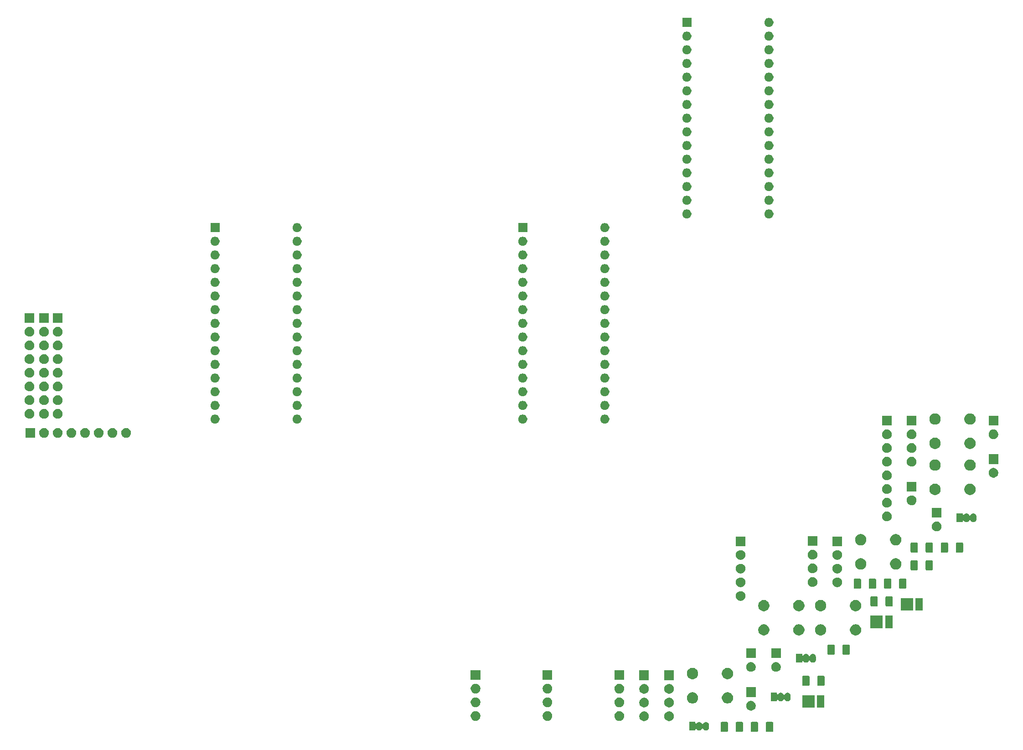
<source format=gbr>
G04 #@! TF.GenerationSoftware,KiCad,Pcbnew,5.1.5-52549c5~84~ubuntu18.04.1*
G04 #@! TF.CreationDate,2019-12-20T21:30:07+07:00*
G04 #@! TF.ProjectId,plate,706c6174-652e-46b6-9963-61645f706362,rev?*
G04 #@! TF.SameCoordinates,Original*
G04 #@! TF.FileFunction,Soldermask,Top*
G04 #@! TF.FilePolarity,Negative*
%FSLAX46Y46*%
G04 Gerber Fmt 4.6, Leading zero omitted, Abs format (unit mm)*
G04 Created by KiCad (PCBNEW 5.1.5-52549c5~84~ubuntu18.04.1) date 2019-12-20 21:30:07*
%MOMM*%
%LPD*%
G04 APERTURE LIST*
%ADD10C,0.100000*%
G04 APERTURE END LIST*
D10*
G36*
X178438604Y-132428347D02*
G01*
X178475144Y-132439432D01*
X178508821Y-132457433D01*
X178538341Y-132481659D01*
X178562567Y-132511179D01*
X178580568Y-132544856D01*
X178591653Y-132581396D01*
X178596000Y-132625538D01*
X178596000Y-134074462D01*
X178591653Y-134118604D01*
X178580568Y-134155144D01*
X178562567Y-134188821D01*
X178538341Y-134218341D01*
X178508821Y-134242567D01*
X178475144Y-134260568D01*
X178438604Y-134271653D01*
X178394462Y-134276000D01*
X177445538Y-134276000D01*
X177401396Y-134271653D01*
X177364856Y-134260568D01*
X177331179Y-134242567D01*
X177301659Y-134218341D01*
X177277433Y-134188821D01*
X177259432Y-134155144D01*
X177248347Y-134118604D01*
X177244000Y-134074462D01*
X177244000Y-132625538D01*
X177248347Y-132581396D01*
X177259432Y-132544856D01*
X177277433Y-132511179D01*
X177301659Y-132481659D01*
X177331179Y-132457433D01*
X177364856Y-132439432D01*
X177401396Y-132428347D01*
X177445538Y-132424000D01*
X178394462Y-132424000D01*
X178438604Y-132428347D01*
G37*
G36*
X175638604Y-132428347D02*
G01*
X175675144Y-132439432D01*
X175708821Y-132457433D01*
X175738341Y-132481659D01*
X175762567Y-132511179D01*
X175780568Y-132544856D01*
X175791653Y-132581396D01*
X175796000Y-132625538D01*
X175796000Y-134074462D01*
X175791653Y-134118604D01*
X175780568Y-134155144D01*
X175762567Y-134188821D01*
X175738341Y-134218341D01*
X175708821Y-134242567D01*
X175675144Y-134260568D01*
X175638604Y-134271653D01*
X175594462Y-134276000D01*
X174645538Y-134276000D01*
X174601396Y-134271653D01*
X174564856Y-134260568D01*
X174531179Y-134242567D01*
X174501659Y-134218341D01*
X174477433Y-134188821D01*
X174459432Y-134155144D01*
X174448347Y-134118604D01*
X174444000Y-134074462D01*
X174444000Y-132625538D01*
X174448347Y-132581396D01*
X174459432Y-132544856D01*
X174477433Y-132511179D01*
X174501659Y-132481659D01*
X174531179Y-132457433D01*
X174564856Y-132439432D01*
X174601396Y-132428347D01*
X174645538Y-132424000D01*
X175594462Y-132424000D01*
X175638604Y-132428347D01*
G37*
G36*
X172828604Y-132428347D02*
G01*
X172865144Y-132439432D01*
X172898821Y-132457433D01*
X172928341Y-132481659D01*
X172952567Y-132511179D01*
X172970568Y-132544856D01*
X172981653Y-132581396D01*
X172986000Y-132625538D01*
X172986000Y-134074462D01*
X172981653Y-134118604D01*
X172970568Y-134155144D01*
X172952567Y-134188821D01*
X172928341Y-134218341D01*
X172898821Y-134242567D01*
X172865144Y-134260568D01*
X172828604Y-134271653D01*
X172784462Y-134276000D01*
X171835538Y-134276000D01*
X171791396Y-134271653D01*
X171754856Y-134260568D01*
X171721179Y-134242567D01*
X171691659Y-134218341D01*
X171667433Y-134188821D01*
X171649432Y-134155144D01*
X171638347Y-134118604D01*
X171634000Y-134074462D01*
X171634000Y-132625538D01*
X171638347Y-132581396D01*
X171649432Y-132544856D01*
X171667433Y-132511179D01*
X171691659Y-132481659D01*
X171721179Y-132457433D01*
X171754856Y-132439432D01*
X171791396Y-132428347D01*
X171835538Y-132424000D01*
X172784462Y-132424000D01*
X172828604Y-132428347D01*
G37*
G36*
X170028604Y-132428347D02*
G01*
X170065144Y-132439432D01*
X170098821Y-132457433D01*
X170128341Y-132481659D01*
X170152567Y-132511179D01*
X170170568Y-132544856D01*
X170181653Y-132581396D01*
X170186000Y-132625538D01*
X170186000Y-134074462D01*
X170181653Y-134118604D01*
X170170568Y-134155144D01*
X170152567Y-134188821D01*
X170128341Y-134218341D01*
X170098821Y-134242567D01*
X170065144Y-134260568D01*
X170028604Y-134271653D01*
X169984462Y-134276000D01*
X169035538Y-134276000D01*
X168991396Y-134271653D01*
X168954856Y-134260568D01*
X168921179Y-134242567D01*
X168891659Y-134218341D01*
X168867433Y-134188821D01*
X168849432Y-134155144D01*
X168838347Y-134118604D01*
X168834000Y-134074462D01*
X168834000Y-132625538D01*
X168838347Y-132581396D01*
X168849432Y-132544856D01*
X168867433Y-132511179D01*
X168891659Y-132481659D01*
X168921179Y-132457433D01*
X168954856Y-132439432D01*
X168991396Y-132428347D01*
X169035538Y-132424000D01*
X169984462Y-132424000D01*
X170028604Y-132428347D01*
G37*
G36*
X166232915Y-132437334D02*
G01*
X166339183Y-132469571D01*
X166341494Y-132470272D01*
X166362797Y-132481659D01*
X166441556Y-132523756D01*
X166529264Y-132595736D01*
X166601244Y-132683443D01*
X166635429Y-132747399D01*
X166654728Y-132783505D01*
X166654729Y-132783508D01*
X166687666Y-132892084D01*
X166696000Y-132976702D01*
X166696000Y-133483297D01*
X166687666Y-133567916D01*
X166655252Y-133674767D01*
X166654728Y-133676495D01*
X166644761Y-133695141D01*
X166601244Y-133776557D01*
X166529264Y-133864264D01*
X166441557Y-133936244D01*
X166377601Y-133970429D01*
X166341495Y-133989728D01*
X166341492Y-133989729D01*
X166232916Y-134022666D01*
X166120000Y-134033787D01*
X166007085Y-134022666D01*
X165898509Y-133989729D01*
X165898506Y-133989728D01*
X165862400Y-133970429D01*
X165798444Y-133936244D01*
X165710737Y-133864264D01*
X165638757Y-133776557D01*
X165595239Y-133695141D01*
X165581625Y-133674766D01*
X165564298Y-133657439D01*
X165543924Y-133643826D01*
X165521285Y-133634448D01*
X165497252Y-133629668D01*
X165472748Y-133629668D01*
X165448715Y-133634448D01*
X165426076Y-133643826D01*
X165405701Y-133657440D01*
X165388374Y-133674767D01*
X165374761Y-133695141D01*
X165331244Y-133776557D01*
X165259264Y-133864264D01*
X165171557Y-133936244D01*
X165107601Y-133970429D01*
X165071495Y-133989728D01*
X165071492Y-133989729D01*
X164962916Y-134022666D01*
X164850000Y-134033787D01*
X164737085Y-134022666D01*
X164628509Y-133989729D01*
X164628506Y-133989728D01*
X164592400Y-133970429D01*
X164528444Y-133936244D01*
X164440737Y-133864264D01*
X164377622Y-133787359D01*
X164360297Y-133770034D01*
X164339923Y-133756420D01*
X164317284Y-133747043D01*
X164293250Y-133742263D01*
X164268746Y-133742263D01*
X164244713Y-133747044D01*
X164222074Y-133756421D01*
X164201700Y-133770035D01*
X164184373Y-133787362D01*
X164170759Y-133807736D01*
X164161382Y-133830375D01*
X164156000Y-133866660D01*
X164156000Y-134031000D01*
X163004000Y-134031000D01*
X163004000Y-132429000D01*
X164156000Y-132429000D01*
X164156000Y-132593341D01*
X164158402Y-132617727D01*
X164165515Y-132641176D01*
X164177066Y-132662787D01*
X164192611Y-132681729D01*
X164211553Y-132697274D01*
X164233164Y-132708825D01*
X164256613Y-132715938D01*
X164280999Y-132718340D01*
X164305385Y-132715938D01*
X164328834Y-132708825D01*
X164350445Y-132697274D01*
X164369387Y-132681729D01*
X164377608Y-132672657D01*
X164440736Y-132595736D01*
X164528443Y-132523756D01*
X164607202Y-132481659D01*
X164628505Y-132470272D01*
X164630816Y-132469571D01*
X164737084Y-132437334D01*
X164850000Y-132426213D01*
X164962915Y-132437334D01*
X165069183Y-132469571D01*
X165071494Y-132470272D01*
X165092797Y-132481659D01*
X165171556Y-132523756D01*
X165259264Y-132595736D01*
X165331244Y-132683443D01*
X165374761Y-132764859D01*
X165388375Y-132785234D01*
X165405702Y-132802561D01*
X165426076Y-132816174D01*
X165448715Y-132825552D01*
X165472748Y-132830332D01*
X165497252Y-132830332D01*
X165521285Y-132825552D01*
X165543924Y-132816174D01*
X165564299Y-132802560D01*
X165581626Y-132785233D01*
X165595239Y-132764860D01*
X165638756Y-132683444D01*
X165710736Y-132595736D01*
X165798443Y-132523756D01*
X165877202Y-132481659D01*
X165898505Y-132470272D01*
X165900816Y-132469571D01*
X166007084Y-132437334D01*
X166120000Y-132426213D01*
X166232915Y-132437334D01*
G37*
G36*
X154733512Y-130473927D02*
G01*
X154882812Y-130503624D01*
X155046784Y-130571544D01*
X155194354Y-130670147D01*
X155319853Y-130795646D01*
X155418456Y-130943216D01*
X155486376Y-131107188D01*
X155521000Y-131281259D01*
X155521000Y-131458741D01*
X155486376Y-131632812D01*
X155418456Y-131796784D01*
X155319853Y-131944354D01*
X155194354Y-132069853D01*
X155046784Y-132168456D01*
X154882812Y-132236376D01*
X154733512Y-132266073D01*
X154708742Y-132271000D01*
X154531258Y-132271000D01*
X154506488Y-132266073D01*
X154357188Y-132236376D01*
X154193216Y-132168456D01*
X154045646Y-132069853D01*
X153920147Y-131944354D01*
X153821544Y-131796784D01*
X153753624Y-131632812D01*
X153719000Y-131458741D01*
X153719000Y-131281259D01*
X153753624Y-131107188D01*
X153821544Y-130943216D01*
X153920147Y-130795646D01*
X154045646Y-130670147D01*
X154193216Y-130571544D01*
X154357188Y-130503624D01*
X154506488Y-130473927D01*
X154531258Y-130469000D01*
X154708742Y-130469000D01*
X154733512Y-130473927D01*
G37*
G36*
X159383512Y-130473927D02*
G01*
X159532812Y-130503624D01*
X159696784Y-130571544D01*
X159844354Y-130670147D01*
X159969853Y-130795646D01*
X160068456Y-130943216D01*
X160136376Y-131107188D01*
X160171000Y-131281259D01*
X160171000Y-131458741D01*
X160136376Y-131632812D01*
X160068456Y-131796784D01*
X159969853Y-131944354D01*
X159844354Y-132069853D01*
X159696784Y-132168456D01*
X159532812Y-132236376D01*
X159383512Y-132266073D01*
X159358742Y-132271000D01*
X159181258Y-132271000D01*
X159156488Y-132266073D01*
X159007188Y-132236376D01*
X158843216Y-132168456D01*
X158695646Y-132069853D01*
X158570147Y-131944354D01*
X158471544Y-131796784D01*
X158403624Y-131632812D01*
X158369000Y-131458741D01*
X158369000Y-131281259D01*
X158403624Y-131107188D01*
X158471544Y-130943216D01*
X158570147Y-130795646D01*
X158695646Y-130670147D01*
X158843216Y-130571544D01*
X159007188Y-130503624D01*
X159156488Y-130473927D01*
X159181258Y-130469000D01*
X159358742Y-130469000D01*
X159383512Y-130473927D01*
G37*
G36*
X136783512Y-130423927D02*
G01*
X136932812Y-130453624D01*
X137096784Y-130521544D01*
X137244354Y-130620147D01*
X137369853Y-130745646D01*
X137468456Y-130893216D01*
X137536376Y-131057188D01*
X137571000Y-131231259D01*
X137571000Y-131408741D01*
X137536376Y-131582812D01*
X137468456Y-131746784D01*
X137369853Y-131894354D01*
X137244354Y-132019853D01*
X137096784Y-132118456D01*
X136932812Y-132186376D01*
X136783512Y-132216073D01*
X136758742Y-132221000D01*
X136581258Y-132221000D01*
X136556488Y-132216073D01*
X136407188Y-132186376D01*
X136243216Y-132118456D01*
X136095646Y-132019853D01*
X135970147Y-131894354D01*
X135871544Y-131746784D01*
X135803624Y-131582812D01*
X135769000Y-131408741D01*
X135769000Y-131231259D01*
X135803624Y-131057188D01*
X135871544Y-130893216D01*
X135970147Y-130745646D01*
X136095646Y-130620147D01*
X136243216Y-130521544D01*
X136407188Y-130453624D01*
X136556488Y-130423927D01*
X136581258Y-130419000D01*
X136758742Y-130419000D01*
X136783512Y-130423927D01*
G37*
G36*
X150133512Y-130423927D02*
G01*
X150282812Y-130453624D01*
X150446784Y-130521544D01*
X150594354Y-130620147D01*
X150719853Y-130745646D01*
X150818456Y-130893216D01*
X150886376Y-131057188D01*
X150921000Y-131231259D01*
X150921000Y-131408741D01*
X150886376Y-131582812D01*
X150818456Y-131746784D01*
X150719853Y-131894354D01*
X150594354Y-132019853D01*
X150446784Y-132118456D01*
X150282812Y-132186376D01*
X150133512Y-132216073D01*
X150108742Y-132221000D01*
X149931258Y-132221000D01*
X149906488Y-132216073D01*
X149757188Y-132186376D01*
X149593216Y-132118456D01*
X149445646Y-132019853D01*
X149320147Y-131894354D01*
X149221544Y-131746784D01*
X149153624Y-131582812D01*
X149119000Y-131408741D01*
X149119000Y-131231259D01*
X149153624Y-131057188D01*
X149221544Y-130893216D01*
X149320147Y-130745646D01*
X149445646Y-130620147D01*
X149593216Y-130521544D01*
X149757188Y-130453624D01*
X149906488Y-130423927D01*
X149931258Y-130419000D01*
X150108742Y-130419000D01*
X150133512Y-130423927D01*
G37*
G36*
X123433512Y-130423927D02*
G01*
X123582812Y-130453624D01*
X123746784Y-130521544D01*
X123894354Y-130620147D01*
X124019853Y-130745646D01*
X124118456Y-130893216D01*
X124186376Y-131057188D01*
X124221000Y-131231259D01*
X124221000Y-131408741D01*
X124186376Y-131582812D01*
X124118456Y-131746784D01*
X124019853Y-131894354D01*
X123894354Y-132019853D01*
X123746784Y-132118456D01*
X123582812Y-132186376D01*
X123433512Y-132216073D01*
X123408742Y-132221000D01*
X123231258Y-132221000D01*
X123206488Y-132216073D01*
X123057188Y-132186376D01*
X122893216Y-132118456D01*
X122745646Y-132019853D01*
X122620147Y-131894354D01*
X122521544Y-131746784D01*
X122453624Y-131582812D01*
X122419000Y-131408741D01*
X122419000Y-131231259D01*
X122453624Y-131057188D01*
X122521544Y-130893216D01*
X122620147Y-130745646D01*
X122745646Y-130620147D01*
X122893216Y-130521544D01*
X123057188Y-130453624D01*
X123206488Y-130423927D01*
X123231258Y-130419000D01*
X123408742Y-130419000D01*
X123433512Y-130423927D01*
G37*
G36*
X174583512Y-128523927D02*
G01*
X174732812Y-128553624D01*
X174896784Y-128621544D01*
X175044354Y-128720147D01*
X175169853Y-128845646D01*
X175268456Y-128993216D01*
X175336376Y-129157188D01*
X175371000Y-129331259D01*
X175371000Y-129508741D01*
X175336376Y-129682812D01*
X175268456Y-129846784D01*
X175169853Y-129994354D01*
X175044354Y-130119853D01*
X174896784Y-130218456D01*
X174732812Y-130286376D01*
X174583512Y-130316073D01*
X174558742Y-130321000D01*
X174381258Y-130321000D01*
X174356488Y-130316073D01*
X174207188Y-130286376D01*
X174043216Y-130218456D01*
X173895646Y-130119853D01*
X173770147Y-129994354D01*
X173671544Y-129846784D01*
X173603624Y-129682812D01*
X173569000Y-129508741D01*
X173569000Y-129331259D01*
X173603624Y-129157188D01*
X173671544Y-128993216D01*
X173770147Y-128845646D01*
X173895646Y-128720147D01*
X174043216Y-128621544D01*
X174207188Y-128553624D01*
X174356488Y-128523927D01*
X174381258Y-128519000D01*
X174558742Y-128519000D01*
X174583512Y-128523927D01*
G37*
G36*
X188081000Y-129761000D02*
G01*
X186729000Y-129761000D01*
X186729000Y-127459000D01*
X188081000Y-127459000D01*
X188081000Y-129761000D01*
G37*
G36*
X186281000Y-129761000D02*
G01*
X183979000Y-129761000D01*
X183979000Y-127459000D01*
X186281000Y-127459000D01*
X186281000Y-129761000D01*
G37*
G36*
X154733512Y-127933927D02*
G01*
X154882812Y-127963624D01*
X155046784Y-128031544D01*
X155194354Y-128130147D01*
X155319853Y-128255646D01*
X155418456Y-128403216D01*
X155486376Y-128567188D01*
X155521000Y-128741259D01*
X155521000Y-128918741D01*
X155486376Y-129092812D01*
X155418456Y-129256784D01*
X155319853Y-129404354D01*
X155194354Y-129529853D01*
X155046784Y-129628456D01*
X154882812Y-129696376D01*
X154733512Y-129726073D01*
X154708742Y-129731000D01*
X154531258Y-129731000D01*
X154506488Y-129726073D01*
X154357188Y-129696376D01*
X154193216Y-129628456D01*
X154045646Y-129529853D01*
X153920147Y-129404354D01*
X153821544Y-129256784D01*
X153753624Y-129092812D01*
X153719000Y-128918741D01*
X153719000Y-128741259D01*
X153753624Y-128567188D01*
X153821544Y-128403216D01*
X153920147Y-128255646D01*
X154045646Y-128130147D01*
X154193216Y-128031544D01*
X154357188Y-127963624D01*
X154506488Y-127933927D01*
X154531258Y-127929000D01*
X154708742Y-127929000D01*
X154733512Y-127933927D01*
G37*
G36*
X159383512Y-127933927D02*
G01*
X159532812Y-127963624D01*
X159696784Y-128031544D01*
X159844354Y-128130147D01*
X159969853Y-128255646D01*
X160068456Y-128403216D01*
X160136376Y-128567188D01*
X160171000Y-128741259D01*
X160171000Y-128918741D01*
X160136376Y-129092812D01*
X160068456Y-129256784D01*
X159969853Y-129404354D01*
X159844354Y-129529853D01*
X159696784Y-129628456D01*
X159532812Y-129696376D01*
X159383512Y-129726073D01*
X159358742Y-129731000D01*
X159181258Y-129731000D01*
X159156488Y-129726073D01*
X159007188Y-129696376D01*
X158843216Y-129628456D01*
X158695646Y-129529853D01*
X158570147Y-129404354D01*
X158471544Y-129256784D01*
X158403624Y-129092812D01*
X158369000Y-128918741D01*
X158369000Y-128741259D01*
X158403624Y-128567188D01*
X158471544Y-128403216D01*
X158570147Y-128255646D01*
X158695646Y-128130147D01*
X158843216Y-128031544D01*
X159007188Y-127963624D01*
X159156488Y-127933927D01*
X159181258Y-127929000D01*
X159358742Y-127929000D01*
X159383512Y-127933927D01*
G37*
G36*
X123433512Y-127883927D02*
G01*
X123582812Y-127913624D01*
X123746784Y-127981544D01*
X123894354Y-128080147D01*
X124019853Y-128205646D01*
X124118456Y-128353216D01*
X124186376Y-128517188D01*
X124221000Y-128691259D01*
X124221000Y-128868741D01*
X124186376Y-129042812D01*
X124118456Y-129206784D01*
X124019853Y-129354354D01*
X123894354Y-129479853D01*
X123746784Y-129578456D01*
X123582812Y-129646376D01*
X123433512Y-129676073D01*
X123408742Y-129681000D01*
X123231258Y-129681000D01*
X123206488Y-129676073D01*
X123057188Y-129646376D01*
X122893216Y-129578456D01*
X122745646Y-129479853D01*
X122620147Y-129354354D01*
X122521544Y-129206784D01*
X122453624Y-129042812D01*
X122419000Y-128868741D01*
X122419000Y-128691259D01*
X122453624Y-128517188D01*
X122521544Y-128353216D01*
X122620147Y-128205646D01*
X122745646Y-128080147D01*
X122893216Y-127981544D01*
X123057188Y-127913624D01*
X123206488Y-127883927D01*
X123231258Y-127879000D01*
X123408742Y-127879000D01*
X123433512Y-127883927D01*
G37*
G36*
X136783512Y-127883927D02*
G01*
X136932812Y-127913624D01*
X137096784Y-127981544D01*
X137244354Y-128080147D01*
X137369853Y-128205646D01*
X137468456Y-128353216D01*
X137536376Y-128517188D01*
X137571000Y-128691259D01*
X137571000Y-128868741D01*
X137536376Y-129042812D01*
X137468456Y-129206784D01*
X137369853Y-129354354D01*
X137244354Y-129479853D01*
X137096784Y-129578456D01*
X136932812Y-129646376D01*
X136783512Y-129676073D01*
X136758742Y-129681000D01*
X136581258Y-129681000D01*
X136556488Y-129676073D01*
X136407188Y-129646376D01*
X136243216Y-129578456D01*
X136095646Y-129479853D01*
X135970147Y-129354354D01*
X135871544Y-129206784D01*
X135803624Y-129042812D01*
X135769000Y-128868741D01*
X135769000Y-128691259D01*
X135803624Y-128517188D01*
X135871544Y-128353216D01*
X135970147Y-128205646D01*
X136095646Y-128080147D01*
X136243216Y-127981544D01*
X136407188Y-127913624D01*
X136556488Y-127883927D01*
X136581258Y-127879000D01*
X136758742Y-127879000D01*
X136783512Y-127883927D01*
G37*
G36*
X150133512Y-127883927D02*
G01*
X150282812Y-127913624D01*
X150446784Y-127981544D01*
X150594354Y-128080147D01*
X150719853Y-128205646D01*
X150818456Y-128353216D01*
X150886376Y-128517188D01*
X150921000Y-128691259D01*
X150921000Y-128868741D01*
X150886376Y-129042812D01*
X150818456Y-129206784D01*
X150719853Y-129354354D01*
X150594354Y-129479853D01*
X150446784Y-129578456D01*
X150282812Y-129646376D01*
X150133512Y-129676073D01*
X150108742Y-129681000D01*
X149931258Y-129681000D01*
X149906488Y-129676073D01*
X149757188Y-129646376D01*
X149593216Y-129578456D01*
X149445646Y-129479853D01*
X149320147Y-129354354D01*
X149221544Y-129206784D01*
X149153624Y-129042812D01*
X149119000Y-128868741D01*
X149119000Y-128691259D01*
X149153624Y-128517188D01*
X149221544Y-128353216D01*
X149320147Y-128205646D01*
X149445646Y-128080147D01*
X149593216Y-127981544D01*
X149757188Y-127913624D01*
X149906488Y-127883927D01*
X149931258Y-127879000D01*
X150108742Y-127879000D01*
X150133512Y-127883927D01*
G37*
G36*
X163926564Y-126939389D02*
G01*
X164117833Y-127018615D01*
X164117835Y-127018616D01*
X164289973Y-127133635D01*
X164436365Y-127280027D01*
X164493299Y-127365234D01*
X164551385Y-127452167D01*
X164630611Y-127643436D01*
X164671000Y-127846484D01*
X164671000Y-128053516D01*
X164630611Y-128256564D01*
X164552864Y-128444263D01*
X164551384Y-128447835D01*
X164436365Y-128619973D01*
X164289973Y-128766365D01*
X164117835Y-128881384D01*
X164117834Y-128881385D01*
X164117833Y-128881385D01*
X163926564Y-128960611D01*
X163723516Y-129001000D01*
X163516484Y-129001000D01*
X163313436Y-128960611D01*
X163122167Y-128881385D01*
X163122166Y-128881385D01*
X163122165Y-128881384D01*
X162950027Y-128766365D01*
X162803635Y-128619973D01*
X162688616Y-128447835D01*
X162687136Y-128444263D01*
X162609389Y-128256564D01*
X162569000Y-128053516D01*
X162569000Y-127846484D01*
X162609389Y-127643436D01*
X162688615Y-127452167D01*
X162746702Y-127365234D01*
X162803635Y-127280027D01*
X162950027Y-127133635D01*
X163122165Y-127018616D01*
X163122167Y-127018615D01*
X163313436Y-126939389D01*
X163516484Y-126899000D01*
X163723516Y-126899000D01*
X163926564Y-126939389D01*
G37*
G36*
X170426564Y-126939389D02*
G01*
X170617833Y-127018615D01*
X170617835Y-127018616D01*
X170789973Y-127133635D01*
X170936365Y-127280027D01*
X170993299Y-127365234D01*
X171051385Y-127452167D01*
X171130611Y-127643436D01*
X171171000Y-127846484D01*
X171171000Y-128053516D01*
X171130611Y-128256564D01*
X171052864Y-128444263D01*
X171051384Y-128447835D01*
X170936365Y-128619973D01*
X170789973Y-128766365D01*
X170617835Y-128881384D01*
X170617834Y-128881385D01*
X170617833Y-128881385D01*
X170426564Y-128960611D01*
X170223516Y-129001000D01*
X170016484Y-129001000D01*
X169813436Y-128960611D01*
X169622167Y-128881385D01*
X169622166Y-128881385D01*
X169622165Y-128881384D01*
X169450027Y-128766365D01*
X169303635Y-128619973D01*
X169188616Y-128447835D01*
X169187136Y-128444263D01*
X169109389Y-128256564D01*
X169069000Y-128053516D01*
X169069000Y-127846484D01*
X169109389Y-127643436D01*
X169188615Y-127452167D01*
X169246702Y-127365234D01*
X169303635Y-127280027D01*
X169450027Y-127133635D01*
X169622165Y-127018616D01*
X169622167Y-127018615D01*
X169813436Y-126939389D01*
X170016484Y-126899000D01*
X170223516Y-126899000D01*
X170426564Y-126939389D01*
G37*
G36*
X181382915Y-127017334D02*
G01*
X181491491Y-127050271D01*
X181491494Y-127050272D01*
X181527600Y-127069571D01*
X181591556Y-127103756D01*
X181679264Y-127175736D01*
X181751244Y-127263443D01*
X181785429Y-127327399D01*
X181804728Y-127363505D01*
X181804729Y-127363508D01*
X181837666Y-127472084D01*
X181846000Y-127556702D01*
X181846000Y-128063297D01*
X181837666Y-128147916D01*
X181805252Y-128254767D01*
X181804728Y-128256495D01*
X181794761Y-128275141D01*
X181751244Y-128356557D01*
X181679264Y-128444264D01*
X181591557Y-128516244D01*
X181527601Y-128550429D01*
X181491495Y-128569728D01*
X181491492Y-128569729D01*
X181382916Y-128602666D01*
X181270000Y-128613787D01*
X181157085Y-128602666D01*
X181048509Y-128569729D01*
X181048506Y-128569728D01*
X181012400Y-128550429D01*
X180948444Y-128516244D01*
X180860737Y-128444264D01*
X180788757Y-128356557D01*
X180745239Y-128275141D01*
X180731625Y-128254766D01*
X180714298Y-128237439D01*
X180693924Y-128223826D01*
X180671285Y-128214448D01*
X180647252Y-128209668D01*
X180622748Y-128209668D01*
X180598715Y-128214448D01*
X180576076Y-128223826D01*
X180555701Y-128237440D01*
X180538374Y-128254767D01*
X180524761Y-128275141D01*
X180481244Y-128356557D01*
X180409264Y-128444264D01*
X180321557Y-128516244D01*
X180257601Y-128550429D01*
X180221495Y-128569728D01*
X180221492Y-128569729D01*
X180112916Y-128602666D01*
X180000000Y-128613787D01*
X179887085Y-128602666D01*
X179778509Y-128569729D01*
X179778506Y-128569728D01*
X179742400Y-128550429D01*
X179678444Y-128516244D01*
X179590737Y-128444264D01*
X179527622Y-128367359D01*
X179510297Y-128350034D01*
X179489923Y-128336420D01*
X179467284Y-128327043D01*
X179443250Y-128322263D01*
X179418746Y-128322263D01*
X179394713Y-128327044D01*
X179372074Y-128336421D01*
X179351700Y-128350035D01*
X179334373Y-128367362D01*
X179320759Y-128387736D01*
X179311382Y-128410375D01*
X179306000Y-128446660D01*
X179306000Y-128611000D01*
X178154000Y-128611000D01*
X178154000Y-127009000D01*
X179306000Y-127009000D01*
X179306000Y-127173341D01*
X179308402Y-127197727D01*
X179315515Y-127221176D01*
X179327066Y-127242787D01*
X179342611Y-127261729D01*
X179361553Y-127277274D01*
X179383164Y-127288825D01*
X179406613Y-127295938D01*
X179430999Y-127298340D01*
X179455385Y-127295938D01*
X179478834Y-127288825D01*
X179500445Y-127277274D01*
X179519387Y-127261729D01*
X179527608Y-127252657D01*
X179590736Y-127175736D01*
X179678443Y-127103756D01*
X179742399Y-127069571D01*
X179778505Y-127050272D01*
X179778508Y-127050271D01*
X179887084Y-127017334D01*
X180000000Y-127006213D01*
X180112915Y-127017334D01*
X180221491Y-127050271D01*
X180221494Y-127050272D01*
X180257600Y-127069571D01*
X180321556Y-127103756D01*
X180409264Y-127175736D01*
X180481244Y-127263443D01*
X180524761Y-127344859D01*
X180538375Y-127365234D01*
X180555702Y-127382561D01*
X180576076Y-127396174D01*
X180598715Y-127405552D01*
X180622748Y-127410332D01*
X180647252Y-127410332D01*
X180671285Y-127405552D01*
X180693924Y-127396174D01*
X180714299Y-127382560D01*
X180731626Y-127365233D01*
X180745239Y-127344860D01*
X180788756Y-127263444D01*
X180860736Y-127175736D01*
X180948443Y-127103756D01*
X181012399Y-127069571D01*
X181048505Y-127050272D01*
X181048508Y-127050271D01*
X181157084Y-127017334D01*
X181270000Y-127006213D01*
X181382915Y-127017334D01*
G37*
G36*
X175371000Y-127781000D02*
G01*
X173569000Y-127781000D01*
X173569000Y-125979000D01*
X175371000Y-125979000D01*
X175371000Y-127781000D01*
G37*
G36*
X154733512Y-125393927D02*
G01*
X154882812Y-125423624D01*
X155046784Y-125491544D01*
X155194354Y-125590147D01*
X155319853Y-125715646D01*
X155418456Y-125863216D01*
X155486376Y-126027188D01*
X155521000Y-126201259D01*
X155521000Y-126378741D01*
X155486376Y-126552812D01*
X155418456Y-126716784D01*
X155319853Y-126864354D01*
X155194354Y-126989853D01*
X155046784Y-127088456D01*
X154882812Y-127156376D01*
X154733512Y-127186073D01*
X154708742Y-127191000D01*
X154531258Y-127191000D01*
X154506488Y-127186073D01*
X154357188Y-127156376D01*
X154193216Y-127088456D01*
X154045646Y-126989853D01*
X153920147Y-126864354D01*
X153821544Y-126716784D01*
X153753624Y-126552812D01*
X153719000Y-126378741D01*
X153719000Y-126201259D01*
X153753624Y-126027188D01*
X153821544Y-125863216D01*
X153920147Y-125715646D01*
X154045646Y-125590147D01*
X154193216Y-125491544D01*
X154357188Y-125423624D01*
X154506488Y-125393927D01*
X154531258Y-125389000D01*
X154708742Y-125389000D01*
X154733512Y-125393927D01*
G37*
G36*
X159383512Y-125393927D02*
G01*
X159532812Y-125423624D01*
X159696784Y-125491544D01*
X159844354Y-125590147D01*
X159969853Y-125715646D01*
X160068456Y-125863216D01*
X160136376Y-126027188D01*
X160171000Y-126201259D01*
X160171000Y-126378741D01*
X160136376Y-126552812D01*
X160068456Y-126716784D01*
X159969853Y-126864354D01*
X159844354Y-126989853D01*
X159696784Y-127088456D01*
X159532812Y-127156376D01*
X159383512Y-127186073D01*
X159358742Y-127191000D01*
X159181258Y-127191000D01*
X159156488Y-127186073D01*
X159007188Y-127156376D01*
X158843216Y-127088456D01*
X158695646Y-126989853D01*
X158570147Y-126864354D01*
X158471544Y-126716784D01*
X158403624Y-126552812D01*
X158369000Y-126378741D01*
X158369000Y-126201259D01*
X158403624Y-126027188D01*
X158471544Y-125863216D01*
X158570147Y-125715646D01*
X158695646Y-125590147D01*
X158843216Y-125491544D01*
X159007188Y-125423624D01*
X159156488Y-125393927D01*
X159181258Y-125389000D01*
X159358742Y-125389000D01*
X159383512Y-125393927D01*
G37*
G36*
X150133512Y-125343927D02*
G01*
X150282812Y-125373624D01*
X150446784Y-125441544D01*
X150594354Y-125540147D01*
X150719853Y-125665646D01*
X150818456Y-125813216D01*
X150886376Y-125977188D01*
X150921000Y-126151259D01*
X150921000Y-126328741D01*
X150886376Y-126502812D01*
X150818456Y-126666784D01*
X150719853Y-126814354D01*
X150594354Y-126939853D01*
X150446784Y-127038456D01*
X150282812Y-127106376D01*
X150145768Y-127133635D01*
X150108742Y-127141000D01*
X149931258Y-127141000D01*
X149894232Y-127133635D01*
X149757188Y-127106376D01*
X149593216Y-127038456D01*
X149445646Y-126939853D01*
X149320147Y-126814354D01*
X149221544Y-126666784D01*
X149153624Y-126502812D01*
X149119000Y-126328741D01*
X149119000Y-126151259D01*
X149153624Y-125977188D01*
X149221544Y-125813216D01*
X149320147Y-125665646D01*
X149445646Y-125540147D01*
X149593216Y-125441544D01*
X149757188Y-125373624D01*
X149906488Y-125343927D01*
X149931258Y-125339000D01*
X150108742Y-125339000D01*
X150133512Y-125343927D01*
G37*
G36*
X123433512Y-125343927D02*
G01*
X123582812Y-125373624D01*
X123746784Y-125441544D01*
X123894354Y-125540147D01*
X124019853Y-125665646D01*
X124118456Y-125813216D01*
X124186376Y-125977188D01*
X124221000Y-126151259D01*
X124221000Y-126328741D01*
X124186376Y-126502812D01*
X124118456Y-126666784D01*
X124019853Y-126814354D01*
X123894354Y-126939853D01*
X123746784Y-127038456D01*
X123582812Y-127106376D01*
X123445768Y-127133635D01*
X123408742Y-127141000D01*
X123231258Y-127141000D01*
X123194232Y-127133635D01*
X123057188Y-127106376D01*
X122893216Y-127038456D01*
X122745646Y-126939853D01*
X122620147Y-126814354D01*
X122521544Y-126666784D01*
X122453624Y-126502812D01*
X122419000Y-126328741D01*
X122419000Y-126151259D01*
X122453624Y-125977188D01*
X122521544Y-125813216D01*
X122620147Y-125665646D01*
X122745646Y-125540147D01*
X122893216Y-125441544D01*
X123057188Y-125373624D01*
X123206488Y-125343927D01*
X123231258Y-125339000D01*
X123408742Y-125339000D01*
X123433512Y-125343927D01*
G37*
G36*
X136783512Y-125343927D02*
G01*
X136932812Y-125373624D01*
X137096784Y-125441544D01*
X137244354Y-125540147D01*
X137369853Y-125665646D01*
X137468456Y-125813216D01*
X137536376Y-125977188D01*
X137571000Y-126151259D01*
X137571000Y-126328741D01*
X137536376Y-126502812D01*
X137468456Y-126666784D01*
X137369853Y-126814354D01*
X137244354Y-126939853D01*
X137096784Y-127038456D01*
X136932812Y-127106376D01*
X136795768Y-127133635D01*
X136758742Y-127141000D01*
X136581258Y-127141000D01*
X136544232Y-127133635D01*
X136407188Y-127106376D01*
X136243216Y-127038456D01*
X136095646Y-126939853D01*
X135970147Y-126814354D01*
X135871544Y-126666784D01*
X135803624Y-126502812D01*
X135769000Y-126328741D01*
X135769000Y-126151259D01*
X135803624Y-125977188D01*
X135871544Y-125813216D01*
X135970147Y-125665646D01*
X136095646Y-125540147D01*
X136243216Y-125441544D01*
X136407188Y-125373624D01*
X136556488Y-125343927D01*
X136581258Y-125339000D01*
X136758742Y-125339000D01*
X136783512Y-125343927D01*
G37*
G36*
X187978604Y-123868347D02*
G01*
X188015144Y-123879432D01*
X188048821Y-123897433D01*
X188078341Y-123921659D01*
X188102567Y-123951179D01*
X188120568Y-123984856D01*
X188131653Y-124021396D01*
X188136000Y-124065538D01*
X188136000Y-125514462D01*
X188131653Y-125558604D01*
X188120568Y-125595144D01*
X188102567Y-125628821D01*
X188078341Y-125658341D01*
X188048821Y-125682567D01*
X188015144Y-125700568D01*
X187978604Y-125711653D01*
X187934462Y-125716000D01*
X186985538Y-125716000D01*
X186941396Y-125711653D01*
X186904856Y-125700568D01*
X186871179Y-125682567D01*
X186841659Y-125658341D01*
X186817433Y-125628821D01*
X186799432Y-125595144D01*
X186788347Y-125558604D01*
X186784000Y-125514462D01*
X186784000Y-124065538D01*
X186788347Y-124021396D01*
X186799432Y-123984856D01*
X186817433Y-123951179D01*
X186841659Y-123921659D01*
X186871179Y-123897433D01*
X186904856Y-123879432D01*
X186941396Y-123868347D01*
X186985538Y-123864000D01*
X187934462Y-123864000D01*
X187978604Y-123868347D01*
G37*
G36*
X185178604Y-123868347D02*
G01*
X185215144Y-123879432D01*
X185248821Y-123897433D01*
X185278341Y-123921659D01*
X185302567Y-123951179D01*
X185320568Y-123984856D01*
X185331653Y-124021396D01*
X185336000Y-124065538D01*
X185336000Y-125514462D01*
X185331653Y-125558604D01*
X185320568Y-125595144D01*
X185302567Y-125628821D01*
X185278341Y-125658341D01*
X185248821Y-125682567D01*
X185215144Y-125700568D01*
X185178604Y-125711653D01*
X185134462Y-125716000D01*
X184185538Y-125716000D01*
X184141396Y-125711653D01*
X184104856Y-125700568D01*
X184071179Y-125682567D01*
X184041659Y-125658341D01*
X184017433Y-125628821D01*
X183999432Y-125595144D01*
X183988347Y-125558604D01*
X183984000Y-125514462D01*
X183984000Y-124065538D01*
X183988347Y-124021396D01*
X183999432Y-123984856D01*
X184017433Y-123951179D01*
X184041659Y-123921659D01*
X184071179Y-123897433D01*
X184104856Y-123879432D01*
X184141396Y-123868347D01*
X184185538Y-123864000D01*
X185134462Y-123864000D01*
X185178604Y-123868347D01*
G37*
G36*
X155521000Y-124651000D02*
G01*
X153719000Y-124651000D01*
X153719000Y-122849000D01*
X155521000Y-122849000D01*
X155521000Y-124651000D01*
G37*
G36*
X160171000Y-124651000D02*
G01*
X158369000Y-124651000D01*
X158369000Y-122849000D01*
X160171000Y-122849000D01*
X160171000Y-124651000D01*
G37*
G36*
X124221000Y-124601000D02*
G01*
X122419000Y-124601000D01*
X122419000Y-122799000D01*
X124221000Y-122799000D01*
X124221000Y-124601000D01*
G37*
G36*
X137571000Y-124601000D02*
G01*
X135769000Y-124601000D01*
X135769000Y-122799000D01*
X137571000Y-122799000D01*
X137571000Y-124601000D01*
G37*
G36*
X150921000Y-124601000D02*
G01*
X149119000Y-124601000D01*
X149119000Y-122799000D01*
X150921000Y-122799000D01*
X150921000Y-124601000D01*
G37*
G36*
X170426564Y-122439389D02*
G01*
X170617833Y-122518615D01*
X170617835Y-122518616D01*
X170789973Y-122633635D01*
X170936365Y-122780027D01*
X171051385Y-122952167D01*
X171130611Y-123143436D01*
X171171000Y-123346484D01*
X171171000Y-123553516D01*
X171130611Y-123756564D01*
X171053305Y-123943198D01*
X171051384Y-123947835D01*
X170936365Y-124119973D01*
X170789973Y-124266365D01*
X170617835Y-124381384D01*
X170617834Y-124381385D01*
X170617833Y-124381385D01*
X170426564Y-124460611D01*
X170223516Y-124501000D01*
X170016484Y-124501000D01*
X169813436Y-124460611D01*
X169622167Y-124381385D01*
X169622166Y-124381385D01*
X169622165Y-124381384D01*
X169450027Y-124266365D01*
X169303635Y-124119973D01*
X169188616Y-123947835D01*
X169186695Y-123943198D01*
X169109389Y-123756564D01*
X169069000Y-123553516D01*
X169069000Y-123346484D01*
X169109389Y-123143436D01*
X169188615Y-122952167D01*
X169303635Y-122780027D01*
X169450027Y-122633635D01*
X169622165Y-122518616D01*
X169622167Y-122518615D01*
X169813436Y-122439389D01*
X170016484Y-122399000D01*
X170223516Y-122399000D01*
X170426564Y-122439389D01*
G37*
G36*
X163926564Y-122439389D02*
G01*
X164117833Y-122518615D01*
X164117835Y-122518616D01*
X164289973Y-122633635D01*
X164436365Y-122780027D01*
X164551385Y-122952167D01*
X164630611Y-123143436D01*
X164671000Y-123346484D01*
X164671000Y-123553516D01*
X164630611Y-123756564D01*
X164553305Y-123943198D01*
X164551384Y-123947835D01*
X164436365Y-124119973D01*
X164289973Y-124266365D01*
X164117835Y-124381384D01*
X164117834Y-124381385D01*
X164117833Y-124381385D01*
X163926564Y-124460611D01*
X163723516Y-124501000D01*
X163516484Y-124501000D01*
X163313436Y-124460611D01*
X163122167Y-124381385D01*
X163122166Y-124381385D01*
X163122165Y-124381384D01*
X162950027Y-124266365D01*
X162803635Y-124119973D01*
X162688616Y-123947835D01*
X162686695Y-123943198D01*
X162609389Y-123756564D01*
X162569000Y-123553516D01*
X162569000Y-123346484D01*
X162609389Y-123143436D01*
X162688615Y-122952167D01*
X162803635Y-122780027D01*
X162950027Y-122633635D01*
X163122165Y-122518616D01*
X163122167Y-122518615D01*
X163313436Y-122439389D01*
X163516484Y-122399000D01*
X163723516Y-122399000D01*
X163926564Y-122439389D01*
G37*
G36*
X179233512Y-121323927D02*
G01*
X179382812Y-121353624D01*
X179546784Y-121421544D01*
X179694354Y-121520147D01*
X179819853Y-121645646D01*
X179918456Y-121793216D01*
X179986376Y-121957188D01*
X180021000Y-122131259D01*
X180021000Y-122308741D01*
X179986376Y-122482812D01*
X179918456Y-122646784D01*
X179819853Y-122794354D01*
X179694354Y-122919853D01*
X179546784Y-123018456D01*
X179382812Y-123086376D01*
X179233512Y-123116073D01*
X179208742Y-123121000D01*
X179031258Y-123121000D01*
X179006488Y-123116073D01*
X178857188Y-123086376D01*
X178693216Y-123018456D01*
X178545646Y-122919853D01*
X178420147Y-122794354D01*
X178321544Y-122646784D01*
X178253624Y-122482812D01*
X178219000Y-122308741D01*
X178219000Y-122131259D01*
X178253624Y-121957188D01*
X178321544Y-121793216D01*
X178420147Y-121645646D01*
X178545646Y-121520147D01*
X178693216Y-121421544D01*
X178857188Y-121353624D01*
X179006488Y-121323927D01*
X179031258Y-121319000D01*
X179208742Y-121319000D01*
X179233512Y-121323927D01*
G37*
G36*
X174583512Y-121323927D02*
G01*
X174732812Y-121353624D01*
X174896784Y-121421544D01*
X175044354Y-121520147D01*
X175169853Y-121645646D01*
X175268456Y-121793216D01*
X175336376Y-121957188D01*
X175371000Y-122131259D01*
X175371000Y-122308741D01*
X175336376Y-122482812D01*
X175268456Y-122646784D01*
X175169853Y-122794354D01*
X175044354Y-122919853D01*
X174896784Y-123018456D01*
X174732812Y-123086376D01*
X174583512Y-123116073D01*
X174558742Y-123121000D01*
X174381258Y-123121000D01*
X174356488Y-123116073D01*
X174207188Y-123086376D01*
X174043216Y-123018456D01*
X173895646Y-122919853D01*
X173770147Y-122794354D01*
X173671544Y-122646784D01*
X173603624Y-122482812D01*
X173569000Y-122308741D01*
X173569000Y-122131259D01*
X173603624Y-121957188D01*
X173671544Y-121793216D01*
X173770147Y-121645646D01*
X173895646Y-121520147D01*
X174043216Y-121421544D01*
X174207188Y-121353624D01*
X174356488Y-121323927D01*
X174381258Y-121319000D01*
X174558742Y-121319000D01*
X174583512Y-121323927D01*
G37*
G36*
X186082915Y-119817334D02*
G01*
X186191491Y-119850271D01*
X186191494Y-119850272D01*
X186225298Y-119868341D01*
X186291556Y-119903756D01*
X186379264Y-119975736D01*
X186451244Y-120063443D01*
X186485429Y-120127399D01*
X186504728Y-120163505D01*
X186504729Y-120163508D01*
X186537666Y-120272084D01*
X186546000Y-120356702D01*
X186546000Y-120863297D01*
X186537666Y-120947916D01*
X186505252Y-121054767D01*
X186504728Y-121056495D01*
X186494761Y-121075141D01*
X186451244Y-121156557D01*
X186379264Y-121244264D01*
X186291557Y-121316244D01*
X186227601Y-121350429D01*
X186191495Y-121369728D01*
X186191492Y-121369729D01*
X186082916Y-121402666D01*
X185970000Y-121413787D01*
X185857085Y-121402666D01*
X185748509Y-121369729D01*
X185748506Y-121369728D01*
X185712400Y-121350429D01*
X185648444Y-121316244D01*
X185560737Y-121244264D01*
X185488757Y-121156557D01*
X185445239Y-121075141D01*
X185431625Y-121054766D01*
X185414298Y-121037439D01*
X185393924Y-121023826D01*
X185371285Y-121014448D01*
X185347252Y-121009668D01*
X185322748Y-121009668D01*
X185298715Y-121014448D01*
X185276076Y-121023826D01*
X185255701Y-121037440D01*
X185238374Y-121054767D01*
X185224761Y-121075141D01*
X185181244Y-121156557D01*
X185109264Y-121244264D01*
X185021557Y-121316244D01*
X184957601Y-121350429D01*
X184921495Y-121369728D01*
X184921492Y-121369729D01*
X184812916Y-121402666D01*
X184700000Y-121413787D01*
X184587085Y-121402666D01*
X184478509Y-121369729D01*
X184478506Y-121369728D01*
X184442400Y-121350429D01*
X184378444Y-121316244D01*
X184290737Y-121244264D01*
X184227622Y-121167359D01*
X184210297Y-121150034D01*
X184189923Y-121136420D01*
X184167284Y-121127043D01*
X184143250Y-121122263D01*
X184118746Y-121122263D01*
X184094713Y-121127044D01*
X184072074Y-121136421D01*
X184051700Y-121150035D01*
X184034373Y-121167362D01*
X184020759Y-121187736D01*
X184011382Y-121210375D01*
X184006000Y-121246660D01*
X184006000Y-121411000D01*
X182854000Y-121411000D01*
X182854000Y-119809000D01*
X184006000Y-119809000D01*
X184006000Y-119973341D01*
X184008402Y-119997727D01*
X184015515Y-120021176D01*
X184027066Y-120042787D01*
X184042611Y-120061729D01*
X184061553Y-120077274D01*
X184083164Y-120088825D01*
X184106613Y-120095938D01*
X184130999Y-120098340D01*
X184155385Y-120095938D01*
X184178834Y-120088825D01*
X184200445Y-120077274D01*
X184219387Y-120061729D01*
X184227608Y-120052657D01*
X184290736Y-119975736D01*
X184378443Y-119903756D01*
X184444701Y-119868341D01*
X184478505Y-119850272D01*
X184478508Y-119850271D01*
X184587084Y-119817334D01*
X184700000Y-119806213D01*
X184812915Y-119817334D01*
X184921491Y-119850271D01*
X184921494Y-119850272D01*
X184955298Y-119868341D01*
X185021556Y-119903756D01*
X185109264Y-119975736D01*
X185181244Y-120063443D01*
X185224761Y-120144859D01*
X185238375Y-120165234D01*
X185255702Y-120182561D01*
X185276076Y-120196174D01*
X185298715Y-120205552D01*
X185322748Y-120210332D01*
X185347252Y-120210332D01*
X185371285Y-120205552D01*
X185393924Y-120196174D01*
X185414299Y-120182560D01*
X185431626Y-120165233D01*
X185445239Y-120144860D01*
X185488756Y-120063444D01*
X185560736Y-119975736D01*
X185648443Y-119903756D01*
X185714701Y-119868341D01*
X185748505Y-119850272D01*
X185748508Y-119850271D01*
X185857084Y-119817334D01*
X185970000Y-119806213D01*
X186082915Y-119817334D01*
G37*
G36*
X180021000Y-120581000D02*
G01*
X178219000Y-120581000D01*
X178219000Y-118779000D01*
X180021000Y-118779000D01*
X180021000Y-120581000D01*
G37*
G36*
X175371000Y-120581000D02*
G01*
X173569000Y-120581000D01*
X173569000Y-118779000D01*
X175371000Y-118779000D01*
X175371000Y-120581000D01*
G37*
G36*
X189878604Y-118078347D02*
G01*
X189915144Y-118089432D01*
X189948821Y-118107433D01*
X189978341Y-118131659D01*
X190002567Y-118161179D01*
X190020568Y-118194856D01*
X190031653Y-118231396D01*
X190036000Y-118275538D01*
X190036000Y-119724462D01*
X190031653Y-119768604D01*
X190020568Y-119805144D01*
X190002567Y-119838821D01*
X189978341Y-119868341D01*
X189948821Y-119892567D01*
X189915144Y-119910568D01*
X189878604Y-119921653D01*
X189834462Y-119926000D01*
X188885538Y-119926000D01*
X188841396Y-119921653D01*
X188804856Y-119910568D01*
X188771179Y-119892567D01*
X188741659Y-119868341D01*
X188717433Y-119838821D01*
X188699432Y-119805144D01*
X188688347Y-119768604D01*
X188684000Y-119724462D01*
X188684000Y-118275538D01*
X188688347Y-118231396D01*
X188699432Y-118194856D01*
X188717433Y-118161179D01*
X188741659Y-118131659D01*
X188771179Y-118107433D01*
X188804856Y-118089432D01*
X188841396Y-118078347D01*
X188885538Y-118074000D01*
X189834462Y-118074000D01*
X189878604Y-118078347D01*
G37*
G36*
X192678604Y-118078347D02*
G01*
X192715144Y-118089432D01*
X192748821Y-118107433D01*
X192778341Y-118131659D01*
X192802567Y-118161179D01*
X192820568Y-118194856D01*
X192831653Y-118231396D01*
X192836000Y-118275538D01*
X192836000Y-119724462D01*
X192831653Y-119768604D01*
X192820568Y-119805144D01*
X192802567Y-119838821D01*
X192778341Y-119868341D01*
X192748821Y-119892567D01*
X192715144Y-119910568D01*
X192678604Y-119921653D01*
X192634462Y-119926000D01*
X191685538Y-119926000D01*
X191641396Y-119921653D01*
X191604856Y-119910568D01*
X191571179Y-119892567D01*
X191541659Y-119868341D01*
X191517433Y-119838821D01*
X191499432Y-119805144D01*
X191488347Y-119768604D01*
X191484000Y-119724462D01*
X191484000Y-118275538D01*
X191488347Y-118231396D01*
X191499432Y-118194856D01*
X191517433Y-118161179D01*
X191541659Y-118131659D01*
X191571179Y-118107433D01*
X191604856Y-118089432D01*
X191641396Y-118078347D01*
X191685538Y-118074000D01*
X192634462Y-118074000D01*
X192678604Y-118078347D01*
G37*
G36*
X194216564Y-114319389D02*
G01*
X194407833Y-114398615D01*
X194407835Y-114398616D01*
X194579973Y-114513635D01*
X194726365Y-114660027D01*
X194841385Y-114832167D01*
X194920611Y-115023436D01*
X194961000Y-115226484D01*
X194961000Y-115433516D01*
X194920611Y-115636564D01*
X194841385Y-115827833D01*
X194841384Y-115827835D01*
X194726365Y-115999973D01*
X194579973Y-116146365D01*
X194407835Y-116261384D01*
X194407834Y-116261385D01*
X194407833Y-116261385D01*
X194216564Y-116340611D01*
X194013516Y-116381000D01*
X193806484Y-116381000D01*
X193603436Y-116340611D01*
X193412167Y-116261385D01*
X193412166Y-116261385D01*
X193412165Y-116261384D01*
X193240027Y-116146365D01*
X193093635Y-115999973D01*
X192978616Y-115827835D01*
X192978615Y-115827833D01*
X192899389Y-115636564D01*
X192859000Y-115433516D01*
X192859000Y-115226484D01*
X192899389Y-115023436D01*
X192978615Y-114832167D01*
X193093635Y-114660027D01*
X193240027Y-114513635D01*
X193412165Y-114398616D01*
X193412167Y-114398615D01*
X193603436Y-114319389D01*
X193806484Y-114279000D01*
X194013516Y-114279000D01*
X194216564Y-114319389D01*
G37*
G36*
X177166564Y-114319389D02*
G01*
X177357833Y-114398615D01*
X177357835Y-114398616D01*
X177529973Y-114513635D01*
X177676365Y-114660027D01*
X177791385Y-114832167D01*
X177870611Y-115023436D01*
X177911000Y-115226484D01*
X177911000Y-115433516D01*
X177870611Y-115636564D01*
X177791385Y-115827833D01*
X177791384Y-115827835D01*
X177676365Y-115999973D01*
X177529973Y-116146365D01*
X177357835Y-116261384D01*
X177357834Y-116261385D01*
X177357833Y-116261385D01*
X177166564Y-116340611D01*
X176963516Y-116381000D01*
X176756484Y-116381000D01*
X176553436Y-116340611D01*
X176362167Y-116261385D01*
X176362166Y-116261385D01*
X176362165Y-116261384D01*
X176190027Y-116146365D01*
X176043635Y-115999973D01*
X175928616Y-115827835D01*
X175928615Y-115827833D01*
X175849389Y-115636564D01*
X175809000Y-115433516D01*
X175809000Y-115226484D01*
X175849389Y-115023436D01*
X175928615Y-114832167D01*
X176043635Y-114660027D01*
X176190027Y-114513635D01*
X176362165Y-114398616D01*
X176362167Y-114398615D01*
X176553436Y-114319389D01*
X176756484Y-114279000D01*
X176963516Y-114279000D01*
X177166564Y-114319389D01*
G37*
G36*
X183666564Y-114319389D02*
G01*
X183857833Y-114398615D01*
X183857835Y-114398616D01*
X184029973Y-114513635D01*
X184176365Y-114660027D01*
X184291385Y-114832167D01*
X184370611Y-115023436D01*
X184411000Y-115226484D01*
X184411000Y-115433516D01*
X184370611Y-115636564D01*
X184291385Y-115827833D01*
X184291384Y-115827835D01*
X184176365Y-115999973D01*
X184029973Y-116146365D01*
X183857835Y-116261384D01*
X183857834Y-116261385D01*
X183857833Y-116261385D01*
X183666564Y-116340611D01*
X183463516Y-116381000D01*
X183256484Y-116381000D01*
X183053436Y-116340611D01*
X182862167Y-116261385D01*
X182862166Y-116261385D01*
X182862165Y-116261384D01*
X182690027Y-116146365D01*
X182543635Y-115999973D01*
X182428616Y-115827835D01*
X182428615Y-115827833D01*
X182349389Y-115636564D01*
X182309000Y-115433516D01*
X182309000Y-115226484D01*
X182349389Y-115023436D01*
X182428615Y-114832167D01*
X182543635Y-114660027D01*
X182690027Y-114513635D01*
X182862165Y-114398616D01*
X182862167Y-114398615D01*
X183053436Y-114319389D01*
X183256484Y-114279000D01*
X183463516Y-114279000D01*
X183666564Y-114319389D01*
G37*
G36*
X187716564Y-114319389D02*
G01*
X187907833Y-114398615D01*
X187907835Y-114398616D01*
X188079973Y-114513635D01*
X188226365Y-114660027D01*
X188341385Y-114832167D01*
X188420611Y-115023436D01*
X188461000Y-115226484D01*
X188461000Y-115433516D01*
X188420611Y-115636564D01*
X188341385Y-115827833D01*
X188341384Y-115827835D01*
X188226365Y-115999973D01*
X188079973Y-116146365D01*
X187907835Y-116261384D01*
X187907834Y-116261385D01*
X187907833Y-116261385D01*
X187716564Y-116340611D01*
X187513516Y-116381000D01*
X187306484Y-116381000D01*
X187103436Y-116340611D01*
X186912167Y-116261385D01*
X186912166Y-116261385D01*
X186912165Y-116261384D01*
X186740027Y-116146365D01*
X186593635Y-115999973D01*
X186478616Y-115827835D01*
X186478615Y-115827833D01*
X186399389Y-115636564D01*
X186359000Y-115433516D01*
X186359000Y-115226484D01*
X186399389Y-115023436D01*
X186478615Y-114832167D01*
X186593635Y-114660027D01*
X186740027Y-114513635D01*
X186912165Y-114398616D01*
X186912167Y-114398615D01*
X187103436Y-114319389D01*
X187306484Y-114279000D01*
X187513516Y-114279000D01*
X187716564Y-114319389D01*
G37*
G36*
X198961000Y-115011000D02*
G01*
X196659000Y-115011000D01*
X196659000Y-112709000D01*
X198961000Y-112709000D01*
X198961000Y-115011000D01*
G37*
G36*
X200761000Y-115011000D02*
G01*
X199409000Y-115011000D01*
X199409000Y-112709000D01*
X200761000Y-112709000D01*
X200761000Y-115011000D01*
G37*
G36*
X194216564Y-109819389D02*
G01*
X194407833Y-109898615D01*
X194407835Y-109898616D01*
X194471267Y-109941000D01*
X194579973Y-110013635D01*
X194726365Y-110160027D01*
X194841385Y-110332167D01*
X194920611Y-110523436D01*
X194961000Y-110726484D01*
X194961000Y-110933516D01*
X194920611Y-111136564D01*
X194841385Y-111327833D01*
X194841384Y-111327835D01*
X194726365Y-111499973D01*
X194579973Y-111646365D01*
X194407835Y-111761384D01*
X194407834Y-111761385D01*
X194407833Y-111761385D01*
X194216564Y-111840611D01*
X194013516Y-111881000D01*
X193806484Y-111881000D01*
X193603436Y-111840611D01*
X193412167Y-111761385D01*
X193412166Y-111761385D01*
X193412165Y-111761384D01*
X193240027Y-111646365D01*
X193093635Y-111499973D01*
X192978616Y-111327835D01*
X192978615Y-111327833D01*
X192899389Y-111136564D01*
X192859000Y-110933516D01*
X192859000Y-110726484D01*
X192899389Y-110523436D01*
X192978615Y-110332167D01*
X193093635Y-110160027D01*
X193240027Y-110013635D01*
X193348733Y-109941000D01*
X193412165Y-109898616D01*
X193412167Y-109898615D01*
X193603436Y-109819389D01*
X193806484Y-109779000D01*
X194013516Y-109779000D01*
X194216564Y-109819389D01*
G37*
G36*
X187716564Y-109819389D02*
G01*
X187907833Y-109898615D01*
X187907835Y-109898616D01*
X187971267Y-109941000D01*
X188079973Y-110013635D01*
X188226365Y-110160027D01*
X188341385Y-110332167D01*
X188420611Y-110523436D01*
X188461000Y-110726484D01*
X188461000Y-110933516D01*
X188420611Y-111136564D01*
X188341385Y-111327833D01*
X188341384Y-111327835D01*
X188226365Y-111499973D01*
X188079973Y-111646365D01*
X187907835Y-111761384D01*
X187907834Y-111761385D01*
X187907833Y-111761385D01*
X187716564Y-111840611D01*
X187513516Y-111881000D01*
X187306484Y-111881000D01*
X187103436Y-111840611D01*
X186912167Y-111761385D01*
X186912166Y-111761385D01*
X186912165Y-111761384D01*
X186740027Y-111646365D01*
X186593635Y-111499973D01*
X186478616Y-111327835D01*
X186478615Y-111327833D01*
X186399389Y-111136564D01*
X186359000Y-110933516D01*
X186359000Y-110726484D01*
X186399389Y-110523436D01*
X186478615Y-110332167D01*
X186593635Y-110160027D01*
X186740027Y-110013635D01*
X186848733Y-109941000D01*
X186912165Y-109898616D01*
X186912167Y-109898615D01*
X187103436Y-109819389D01*
X187306484Y-109779000D01*
X187513516Y-109779000D01*
X187716564Y-109819389D01*
G37*
G36*
X177166564Y-109819389D02*
G01*
X177357833Y-109898615D01*
X177357835Y-109898616D01*
X177421267Y-109941000D01*
X177529973Y-110013635D01*
X177676365Y-110160027D01*
X177791385Y-110332167D01*
X177870611Y-110523436D01*
X177911000Y-110726484D01*
X177911000Y-110933516D01*
X177870611Y-111136564D01*
X177791385Y-111327833D01*
X177791384Y-111327835D01*
X177676365Y-111499973D01*
X177529973Y-111646365D01*
X177357835Y-111761384D01*
X177357834Y-111761385D01*
X177357833Y-111761385D01*
X177166564Y-111840611D01*
X176963516Y-111881000D01*
X176756484Y-111881000D01*
X176553436Y-111840611D01*
X176362167Y-111761385D01*
X176362166Y-111761385D01*
X176362165Y-111761384D01*
X176190027Y-111646365D01*
X176043635Y-111499973D01*
X175928616Y-111327835D01*
X175928615Y-111327833D01*
X175849389Y-111136564D01*
X175809000Y-110933516D01*
X175809000Y-110726484D01*
X175849389Y-110523436D01*
X175928615Y-110332167D01*
X176043635Y-110160027D01*
X176190027Y-110013635D01*
X176298733Y-109941000D01*
X176362165Y-109898616D01*
X176362167Y-109898615D01*
X176553436Y-109819389D01*
X176756484Y-109779000D01*
X176963516Y-109779000D01*
X177166564Y-109819389D01*
G37*
G36*
X183666564Y-109819389D02*
G01*
X183857833Y-109898615D01*
X183857835Y-109898616D01*
X183921267Y-109941000D01*
X184029973Y-110013635D01*
X184176365Y-110160027D01*
X184291385Y-110332167D01*
X184370611Y-110523436D01*
X184411000Y-110726484D01*
X184411000Y-110933516D01*
X184370611Y-111136564D01*
X184291385Y-111327833D01*
X184291384Y-111327835D01*
X184176365Y-111499973D01*
X184029973Y-111646365D01*
X183857835Y-111761384D01*
X183857834Y-111761385D01*
X183857833Y-111761385D01*
X183666564Y-111840611D01*
X183463516Y-111881000D01*
X183256484Y-111881000D01*
X183053436Y-111840611D01*
X182862167Y-111761385D01*
X182862166Y-111761385D01*
X182862165Y-111761384D01*
X182690027Y-111646365D01*
X182543635Y-111499973D01*
X182428616Y-111327835D01*
X182428615Y-111327833D01*
X182349389Y-111136564D01*
X182309000Y-110933516D01*
X182309000Y-110726484D01*
X182349389Y-110523436D01*
X182428615Y-110332167D01*
X182543635Y-110160027D01*
X182690027Y-110013635D01*
X182798733Y-109941000D01*
X182862165Y-109898616D01*
X182862167Y-109898615D01*
X183053436Y-109819389D01*
X183256484Y-109779000D01*
X183463516Y-109779000D01*
X183666564Y-109819389D01*
G37*
G36*
X204571000Y-111721000D02*
G01*
X202269000Y-111721000D01*
X202269000Y-109419000D01*
X204571000Y-109419000D01*
X204571000Y-111721000D01*
G37*
G36*
X206371000Y-111721000D02*
G01*
X205019000Y-111721000D01*
X205019000Y-109419000D01*
X206371000Y-109419000D01*
X206371000Y-111721000D01*
G37*
G36*
X197858604Y-109118347D02*
G01*
X197895144Y-109129432D01*
X197928821Y-109147433D01*
X197958341Y-109171659D01*
X197982567Y-109201179D01*
X198000568Y-109234856D01*
X198011653Y-109271396D01*
X198016000Y-109315538D01*
X198016000Y-110764462D01*
X198011653Y-110808604D01*
X198000568Y-110845144D01*
X197982567Y-110878821D01*
X197958341Y-110908341D01*
X197928821Y-110932567D01*
X197895144Y-110950568D01*
X197858604Y-110961653D01*
X197814462Y-110966000D01*
X196865538Y-110966000D01*
X196821396Y-110961653D01*
X196784856Y-110950568D01*
X196751179Y-110932567D01*
X196721659Y-110908341D01*
X196697433Y-110878821D01*
X196679432Y-110845144D01*
X196668347Y-110808604D01*
X196664000Y-110764462D01*
X196664000Y-109315538D01*
X196668347Y-109271396D01*
X196679432Y-109234856D01*
X196697433Y-109201179D01*
X196721659Y-109171659D01*
X196751179Y-109147433D01*
X196784856Y-109129432D01*
X196821396Y-109118347D01*
X196865538Y-109114000D01*
X197814462Y-109114000D01*
X197858604Y-109118347D01*
G37*
G36*
X200658604Y-109118347D02*
G01*
X200695144Y-109129432D01*
X200728821Y-109147433D01*
X200758341Y-109171659D01*
X200782567Y-109201179D01*
X200800568Y-109234856D01*
X200811653Y-109271396D01*
X200816000Y-109315538D01*
X200816000Y-110764462D01*
X200811653Y-110808604D01*
X200800568Y-110845144D01*
X200782567Y-110878821D01*
X200758341Y-110908341D01*
X200728821Y-110932567D01*
X200695144Y-110950568D01*
X200658604Y-110961653D01*
X200614462Y-110966000D01*
X199665538Y-110966000D01*
X199621396Y-110961653D01*
X199584856Y-110950568D01*
X199551179Y-110932567D01*
X199521659Y-110908341D01*
X199497433Y-110878821D01*
X199479432Y-110845144D01*
X199468347Y-110808604D01*
X199464000Y-110764462D01*
X199464000Y-109315538D01*
X199468347Y-109271396D01*
X199479432Y-109234856D01*
X199497433Y-109201179D01*
X199521659Y-109171659D01*
X199551179Y-109147433D01*
X199584856Y-109129432D01*
X199621396Y-109118347D01*
X199665538Y-109114000D01*
X200614462Y-109114000D01*
X200658604Y-109118347D01*
G37*
G36*
X172673512Y-108143927D02*
G01*
X172822812Y-108173624D01*
X172986784Y-108241544D01*
X173134354Y-108340147D01*
X173259853Y-108465646D01*
X173358456Y-108613216D01*
X173426376Y-108777188D01*
X173461000Y-108951259D01*
X173461000Y-109128741D01*
X173426376Y-109302812D01*
X173358456Y-109466784D01*
X173259853Y-109614354D01*
X173134354Y-109739853D01*
X172986784Y-109838456D01*
X172822812Y-109906376D01*
X172673512Y-109936073D01*
X172648742Y-109941000D01*
X172471258Y-109941000D01*
X172446488Y-109936073D01*
X172297188Y-109906376D01*
X172133216Y-109838456D01*
X171985646Y-109739853D01*
X171860147Y-109614354D01*
X171761544Y-109466784D01*
X171693624Y-109302812D01*
X171659000Y-109128741D01*
X171659000Y-108951259D01*
X171693624Y-108777188D01*
X171761544Y-108613216D01*
X171860147Y-108465646D01*
X171985646Y-108340147D01*
X172133216Y-108241544D01*
X172297188Y-108173624D01*
X172446488Y-108143927D01*
X172471258Y-108139000D01*
X172648742Y-108139000D01*
X172673512Y-108143927D01*
G37*
G36*
X203168604Y-105828347D02*
G01*
X203205144Y-105839432D01*
X203238821Y-105857433D01*
X203268341Y-105881659D01*
X203292567Y-105911179D01*
X203310568Y-105944856D01*
X203321653Y-105981396D01*
X203326000Y-106025538D01*
X203326000Y-107474462D01*
X203321653Y-107518604D01*
X203310568Y-107555144D01*
X203292567Y-107588821D01*
X203268341Y-107618341D01*
X203238821Y-107642567D01*
X203205144Y-107660568D01*
X203168604Y-107671653D01*
X203124462Y-107676000D01*
X202175538Y-107676000D01*
X202131396Y-107671653D01*
X202094856Y-107660568D01*
X202061179Y-107642567D01*
X202031659Y-107618341D01*
X202007433Y-107588821D01*
X201989432Y-107555144D01*
X201978347Y-107518604D01*
X201974000Y-107474462D01*
X201974000Y-106025538D01*
X201978347Y-105981396D01*
X201989432Y-105944856D01*
X202007433Y-105911179D01*
X202031659Y-105881659D01*
X202061179Y-105857433D01*
X202094856Y-105839432D01*
X202131396Y-105828347D01*
X202175538Y-105824000D01*
X203124462Y-105824000D01*
X203168604Y-105828347D01*
G37*
G36*
X194758604Y-105828347D02*
G01*
X194795144Y-105839432D01*
X194828821Y-105857433D01*
X194858341Y-105881659D01*
X194882567Y-105911179D01*
X194900568Y-105944856D01*
X194911653Y-105981396D01*
X194916000Y-106025538D01*
X194916000Y-107474462D01*
X194911653Y-107518604D01*
X194900568Y-107555144D01*
X194882567Y-107588821D01*
X194858341Y-107618341D01*
X194828821Y-107642567D01*
X194795144Y-107660568D01*
X194758604Y-107671653D01*
X194714462Y-107676000D01*
X193765538Y-107676000D01*
X193721396Y-107671653D01*
X193684856Y-107660568D01*
X193651179Y-107642567D01*
X193621659Y-107618341D01*
X193597433Y-107588821D01*
X193579432Y-107555144D01*
X193568347Y-107518604D01*
X193564000Y-107474462D01*
X193564000Y-106025538D01*
X193568347Y-105981396D01*
X193579432Y-105944856D01*
X193597433Y-105911179D01*
X193621659Y-105881659D01*
X193651179Y-105857433D01*
X193684856Y-105839432D01*
X193721396Y-105828347D01*
X193765538Y-105824000D01*
X194714462Y-105824000D01*
X194758604Y-105828347D01*
G37*
G36*
X200368604Y-105828347D02*
G01*
X200405144Y-105839432D01*
X200438821Y-105857433D01*
X200468341Y-105881659D01*
X200492567Y-105911179D01*
X200510568Y-105944856D01*
X200521653Y-105981396D01*
X200526000Y-106025538D01*
X200526000Y-107474462D01*
X200521653Y-107518604D01*
X200510568Y-107555144D01*
X200492567Y-107588821D01*
X200468341Y-107618341D01*
X200438821Y-107642567D01*
X200405144Y-107660568D01*
X200368604Y-107671653D01*
X200324462Y-107676000D01*
X199375538Y-107676000D01*
X199331396Y-107671653D01*
X199294856Y-107660568D01*
X199261179Y-107642567D01*
X199231659Y-107618341D01*
X199207433Y-107588821D01*
X199189432Y-107555144D01*
X199178347Y-107518604D01*
X199174000Y-107474462D01*
X199174000Y-106025538D01*
X199178347Y-105981396D01*
X199189432Y-105944856D01*
X199207433Y-105911179D01*
X199231659Y-105881659D01*
X199261179Y-105857433D01*
X199294856Y-105839432D01*
X199331396Y-105828347D01*
X199375538Y-105824000D01*
X200324462Y-105824000D01*
X200368604Y-105828347D01*
G37*
G36*
X197558604Y-105828347D02*
G01*
X197595144Y-105839432D01*
X197628821Y-105857433D01*
X197658341Y-105881659D01*
X197682567Y-105911179D01*
X197700568Y-105944856D01*
X197711653Y-105981396D01*
X197716000Y-106025538D01*
X197716000Y-107474462D01*
X197711653Y-107518604D01*
X197700568Y-107555144D01*
X197682567Y-107588821D01*
X197658341Y-107618341D01*
X197628821Y-107642567D01*
X197595144Y-107660568D01*
X197558604Y-107671653D01*
X197514462Y-107676000D01*
X196565538Y-107676000D01*
X196521396Y-107671653D01*
X196484856Y-107660568D01*
X196451179Y-107642567D01*
X196421659Y-107618341D01*
X196397433Y-107588821D01*
X196379432Y-107555144D01*
X196368347Y-107518604D01*
X196364000Y-107474462D01*
X196364000Y-106025538D01*
X196368347Y-105981396D01*
X196379432Y-105944856D01*
X196397433Y-105911179D01*
X196421659Y-105881659D01*
X196451179Y-105857433D01*
X196484856Y-105839432D01*
X196521396Y-105828347D01*
X196565538Y-105824000D01*
X197514462Y-105824000D01*
X197558604Y-105828347D01*
G37*
G36*
X172673512Y-105603927D02*
G01*
X172822812Y-105633624D01*
X172986784Y-105701544D01*
X173134354Y-105800147D01*
X173259853Y-105925646D01*
X173358456Y-106073216D01*
X173426376Y-106237188D01*
X173461000Y-106411259D01*
X173461000Y-106588741D01*
X173426376Y-106762812D01*
X173358456Y-106926784D01*
X173259853Y-107074354D01*
X173134354Y-107199853D01*
X172986784Y-107298456D01*
X172822812Y-107366376D01*
X172673512Y-107396073D01*
X172648742Y-107401000D01*
X172471258Y-107401000D01*
X172446488Y-107396073D01*
X172297188Y-107366376D01*
X172133216Y-107298456D01*
X171985646Y-107199853D01*
X171860147Y-107074354D01*
X171761544Y-106926784D01*
X171693624Y-106762812D01*
X171659000Y-106588741D01*
X171659000Y-106411259D01*
X171693624Y-106237188D01*
X171761544Y-106073216D01*
X171860147Y-105925646D01*
X171985646Y-105800147D01*
X172133216Y-105701544D01*
X172297188Y-105633624D01*
X172446488Y-105603927D01*
X172471258Y-105599000D01*
X172648742Y-105599000D01*
X172673512Y-105603927D01*
G37*
G36*
X190623512Y-105603927D02*
G01*
X190772812Y-105633624D01*
X190936784Y-105701544D01*
X191084354Y-105800147D01*
X191209853Y-105925646D01*
X191308456Y-106073216D01*
X191376376Y-106237188D01*
X191411000Y-106411259D01*
X191411000Y-106588741D01*
X191376376Y-106762812D01*
X191308456Y-106926784D01*
X191209853Y-107074354D01*
X191084354Y-107199853D01*
X190936784Y-107298456D01*
X190772812Y-107366376D01*
X190623512Y-107396073D01*
X190598742Y-107401000D01*
X190421258Y-107401000D01*
X190396488Y-107396073D01*
X190247188Y-107366376D01*
X190083216Y-107298456D01*
X189935646Y-107199853D01*
X189810147Y-107074354D01*
X189711544Y-106926784D01*
X189643624Y-106762812D01*
X189609000Y-106588741D01*
X189609000Y-106411259D01*
X189643624Y-106237188D01*
X189711544Y-106073216D01*
X189810147Y-105925646D01*
X189935646Y-105800147D01*
X190083216Y-105701544D01*
X190247188Y-105633624D01*
X190396488Y-105603927D01*
X190421258Y-105599000D01*
X190598742Y-105599000D01*
X190623512Y-105603927D01*
G37*
G36*
X186023512Y-105553927D02*
G01*
X186172812Y-105583624D01*
X186336784Y-105651544D01*
X186484354Y-105750147D01*
X186609853Y-105875646D01*
X186708456Y-106023216D01*
X186776376Y-106187188D01*
X186811000Y-106361259D01*
X186811000Y-106538741D01*
X186776376Y-106712812D01*
X186708456Y-106876784D01*
X186609853Y-107024354D01*
X186484354Y-107149853D01*
X186336784Y-107248456D01*
X186172812Y-107316376D01*
X186023512Y-107346073D01*
X185998742Y-107351000D01*
X185821258Y-107351000D01*
X185796488Y-107346073D01*
X185647188Y-107316376D01*
X185483216Y-107248456D01*
X185335646Y-107149853D01*
X185210147Y-107024354D01*
X185111544Y-106876784D01*
X185043624Y-106712812D01*
X185009000Y-106538741D01*
X185009000Y-106361259D01*
X185043624Y-106187188D01*
X185111544Y-106023216D01*
X185210147Y-105875646D01*
X185335646Y-105750147D01*
X185483216Y-105651544D01*
X185647188Y-105583624D01*
X185796488Y-105553927D01*
X185821258Y-105549000D01*
X185998742Y-105549000D01*
X186023512Y-105553927D01*
G37*
G36*
X190623512Y-103063927D02*
G01*
X190772812Y-103093624D01*
X190936784Y-103161544D01*
X191084354Y-103260147D01*
X191209853Y-103385646D01*
X191308456Y-103533216D01*
X191376376Y-103697188D01*
X191411000Y-103871259D01*
X191411000Y-104048741D01*
X191376376Y-104222812D01*
X191308456Y-104386784D01*
X191209853Y-104534354D01*
X191084354Y-104659853D01*
X190936784Y-104758456D01*
X190772812Y-104826376D01*
X190623512Y-104856073D01*
X190598742Y-104861000D01*
X190421258Y-104861000D01*
X190396488Y-104856073D01*
X190247188Y-104826376D01*
X190083216Y-104758456D01*
X189935646Y-104659853D01*
X189810147Y-104534354D01*
X189711544Y-104386784D01*
X189643624Y-104222812D01*
X189609000Y-104048741D01*
X189609000Y-103871259D01*
X189643624Y-103697188D01*
X189711544Y-103533216D01*
X189810147Y-103385646D01*
X189935646Y-103260147D01*
X190083216Y-103161544D01*
X190247188Y-103093624D01*
X190396488Y-103063927D01*
X190421258Y-103059000D01*
X190598742Y-103059000D01*
X190623512Y-103063927D01*
G37*
G36*
X172673512Y-103063927D02*
G01*
X172822812Y-103093624D01*
X172986784Y-103161544D01*
X173134354Y-103260147D01*
X173259853Y-103385646D01*
X173358456Y-103533216D01*
X173426376Y-103697188D01*
X173461000Y-103871259D01*
X173461000Y-104048741D01*
X173426376Y-104222812D01*
X173358456Y-104386784D01*
X173259853Y-104534354D01*
X173134354Y-104659853D01*
X172986784Y-104758456D01*
X172822812Y-104826376D01*
X172673512Y-104856073D01*
X172648742Y-104861000D01*
X172471258Y-104861000D01*
X172446488Y-104856073D01*
X172297188Y-104826376D01*
X172133216Y-104758456D01*
X171985646Y-104659853D01*
X171860147Y-104534354D01*
X171761544Y-104386784D01*
X171693624Y-104222812D01*
X171659000Y-104048741D01*
X171659000Y-103871259D01*
X171693624Y-103697188D01*
X171761544Y-103533216D01*
X171860147Y-103385646D01*
X171985646Y-103260147D01*
X172133216Y-103161544D01*
X172297188Y-103093624D01*
X172446488Y-103063927D01*
X172471258Y-103059000D01*
X172648742Y-103059000D01*
X172673512Y-103063927D01*
G37*
G36*
X186023512Y-103013927D02*
G01*
X186172812Y-103043624D01*
X186336784Y-103111544D01*
X186484354Y-103210147D01*
X186609853Y-103335646D01*
X186708456Y-103483216D01*
X186776376Y-103647188D01*
X186811000Y-103821259D01*
X186811000Y-103998741D01*
X186776376Y-104172812D01*
X186708456Y-104336784D01*
X186609853Y-104484354D01*
X186484354Y-104609853D01*
X186336784Y-104708456D01*
X186172812Y-104776376D01*
X186023512Y-104806073D01*
X185998742Y-104811000D01*
X185821258Y-104811000D01*
X185796488Y-104806073D01*
X185647188Y-104776376D01*
X185483216Y-104708456D01*
X185335646Y-104609853D01*
X185210147Y-104484354D01*
X185111544Y-104336784D01*
X185043624Y-104172812D01*
X185009000Y-103998741D01*
X185009000Y-103821259D01*
X185043624Y-103647188D01*
X185111544Y-103483216D01*
X185210147Y-103335646D01*
X185335646Y-103210147D01*
X185483216Y-103111544D01*
X185647188Y-103043624D01*
X185796488Y-103013927D01*
X185821258Y-103009000D01*
X185998742Y-103009000D01*
X186023512Y-103013927D01*
G37*
G36*
X208108604Y-102418347D02*
G01*
X208145144Y-102429432D01*
X208178821Y-102447433D01*
X208208341Y-102471659D01*
X208232567Y-102501179D01*
X208250568Y-102534856D01*
X208261653Y-102571396D01*
X208266000Y-102615538D01*
X208266000Y-104064462D01*
X208261653Y-104108604D01*
X208250568Y-104145144D01*
X208232567Y-104178821D01*
X208208341Y-104208341D01*
X208178821Y-104232567D01*
X208145144Y-104250568D01*
X208108604Y-104261653D01*
X208064462Y-104266000D01*
X207115538Y-104266000D01*
X207071396Y-104261653D01*
X207034856Y-104250568D01*
X207001179Y-104232567D01*
X206971659Y-104208341D01*
X206947433Y-104178821D01*
X206929432Y-104145144D01*
X206918347Y-104108604D01*
X206914000Y-104064462D01*
X206914000Y-102615538D01*
X206918347Y-102571396D01*
X206929432Y-102534856D01*
X206947433Y-102501179D01*
X206971659Y-102471659D01*
X207001179Y-102447433D01*
X207034856Y-102429432D01*
X207071396Y-102418347D01*
X207115538Y-102414000D01*
X208064462Y-102414000D01*
X208108604Y-102418347D01*
G37*
G36*
X205308604Y-102418347D02*
G01*
X205345144Y-102429432D01*
X205378821Y-102447433D01*
X205408341Y-102471659D01*
X205432567Y-102501179D01*
X205450568Y-102534856D01*
X205461653Y-102571396D01*
X205466000Y-102615538D01*
X205466000Y-104064462D01*
X205461653Y-104108604D01*
X205450568Y-104145144D01*
X205432567Y-104178821D01*
X205408341Y-104208341D01*
X205378821Y-104232567D01*
X205345144Y-104250568D01*
X205308604Y-104261653D01*
X205264462Y-104266000D01*
X204315538Y-104266000D01*
X204271396Y-104261653D01*
X204234856Y-104250568D01*
X204201179Y-104232567D01*
X204171659Y-104208341D01*
X204147433Y-104178821D01*
X204129432Y-104145144D01*
X204118347Y-104108604D01*
X204114000Y-104064462D01*
X204114000Y-102615538D01*
X204118347Y-102571396D01*
X204129432Y-102534856D01*
X204147433Y-102501179D01*
X204171659Y-102471659D01*
X204201179Y-102447433D01*
X204234856Y-102429432D01*
X204271396Y-102418347D01*
X204315538Y-102414000D01*
X205264462Y-102414000D01*
X205308604Y-102418347D01*
G37*
G36*
X201666564Y-102069389D02*
G01*
X201857833Y-102148615D01*
X201857835Y-102148616D01*
X201989177Y-102236376D01*
X202029973Y-102263635D01*
X202176365Y-102410027D01*
X202291385Y-102582167D01*
X202370611Y-102773436D01*
X202411000Y-102976484D01*
X202411000Y-103183516D01*
X202370611Y-103386564D01*
X202309866Y-103533216D01*
X202291384Y-103577835D01*
X202176365Y-103749973D01*
X202029973Y-103896365D01*
X201857835Y-104011384D01*
X201857834Y-104011385D01*
X201857833Y-104011385D01*
X201666564Y-104090611D01*
X201463516Y-104131000D01*
X201256484Y-104131000D01*
X201053436Y-104090611D01*
X200862167Y-104011385D01*
X200862166Y-104011385D01*
X200862165Y-104011384D01*
X200690027Y-103896365D01*
X200543635Y-103749973D01*
X200428616Y-103577835D01*
X200410134Y-103533216D01*
X200349389Y-103386564D01*
X200309000Y-103183516D01*
X200309000Y-102976484D01*
X200349389Y-102773436D01*
X200428615Y-102582167D01*
X200543635Y-102410027D01*
X200690027Y-102263635D01*
X200730823Y-102236376D01*
X200862165Y-102148616D01*
X200862167Y-102148615D01*
X201053436Y-102069389D01*
X201256484Y-102029000D01*
X201463516Y-102029000D01*
X201666564Y-102069389D01*
G37*
G36*
X195166564Y-102069389D02*
G01*
X195357833Y-102148615D01*
X195357835Y-102148616D01*
X195489177Y-102236376D01*
X195529973Y-102263635D01*
X195676365Y-102410027D01*
X195791385Y-102582167D01*
X195870611Y-102773436D01*
X195911000Y-102976484D01*
X195911000Y-103183516D01*
X195870611Y-103386564D01*
X195809866Y-103533216D01*
X195791384Y-103577835D01*
X195676365Y-103749973D01*
X195529973Y-103896365D01*
X195357835Y-104011384D01*
X195357834Y-104011385D01*
X195357833Y-104011385D01*
X195166564Y-104090611D01*
X194963516Y-104131000D01*
X194756484Y-104131000D01*
X194553436Y-104090611D01*
X194362167Y-104011385D01*
X194362166Y-104011385D01*
X194362165Y-104011384D01*
X194190027Y-103896365D01*
X194043635Y-103749973D01*
X193928616Y-103577835D01*
X193910134Y-103533216D01*
X193849389Y-103386564D01*
X193809000Y-103183516D01*
X193809000Y-102976484D01*
X193849389Y-102773436D01*
X193928615Y-102582167D01*
X194043635Y-102410027D01*
X194190027Y-102263635D01*
X194230823Y-102236376D01*
X194362165Y-102148616D01*
X194362167Y-102148615D01*
X194553436Y-102069389D01*
X194756484Y-102029000D01*
X194963516Y-102029000D01*
X195166564Y-102069389D01*
G37*
G36*
X172673512Y-100523927D02*
G01*
X172822812Y-100553624D01*
X172986784Y-100621544D01*
X173134354Y-100720147D01*
X173259853Y-100845646D01*
X173358456Y-100993216D01*
X173426376Y-101157188D01*
X173461000Y-101331259D01*
X173461000Y-101508741D01*
X173426376Y-101682812D01*
X173358456Y-101846784D01*
X173259853Y-101994354D01*
X173134354Y-102119853D01*
X172986784Y-102218456D01*
X172822812Y-102286376D01*
X172673512Y-102316073D01*
X172648742Y-102321000D01*
X172471258Y-102321000D01*
X172446488Y-102316073D01*
X172297188Y-102286376D01*
X172133216Y-102218456D01*
X171985646Y-102119853D01*
X171860147Y-101994354D01*
X171761544Y-101846784D01*
X171693624Y-101682812D01*
X171659000Y-101508741D01*
X171659000Y-101331259D01*
X171693624Y-101157188D01*
X171761544Y-100993216D01*
X171860147Y-100845646D01*
X171985646Y-100720147D01*
X172133216Y-100621544D01*
X172297188Y-100553624D01*
X172446488Y-100523927D01*
X172471258Y-100519000D01*
X172648742Y-100519000D01*
X172673512Y-100523927D01*
G37*
G36*
X190623512Y-100523927D02*
G01*
X190772812Y-100553624D01*
X190936784Y-100621544D01*
X191084354Y-100720147D01*
X191209853Y-100845646D01*
X191308456Y-100993216D01*
X191376376Y-101157188D01*
X191411000Y-101331259D01*
X191411000Y-101508741D01*
X191376376Y-101682812D01*
X191308456Y-101846784D01*
X191209853Y-101994354D01*
X191084354Y-102119853D01*
X190936784Y-102218456D01*
X190772812Y-102286376D01*
X190623512Y-102316073D01*
X190598742Y-102321000D01*
X190421258Y-102321000D01*
X190396488Y-102316073D01*
X190247188Y-102286376D01*
X190083216Y-102218456D01*
X189935646Y-102119853D01*
X189810147Y-101994354D01*
X189711544Y-101846784D01*
X189643624Y-101682812D01*
X189609000Y-101508741D01*
X189609000Y-101331259D01*
X189643624Y-101157188D01*
X189711544Y-100993216D01*
X189810147Y-100845646D01*
X189935646Y-100720147D01*
X190083216Y-100621544D01*
X190247188Y-100553624D01*
X190396488Y-100523927D01*
X190421258Y-100519000D01*
X190598742Y-100519000D01*
X190623512Y-100523927D01*
G37*
G36*
X186023512Y-100473927D02*
G01*
X186172812Y-100503624D01*
X186336784Y-100571544D01*
X186484354Y-100670147D01*
X186609853Y-100795646D01*
X186708456Y-100943216D01*
X186776376Y-101107188D01*
X186811000Y-101281259D01*
X186811000Y-101458741D01*
X186776376Y-101632812D01*
X186708456Y-101796784D01*
X186609853Y-101944354D01*
X186484354Y-102069853D01*
X186336784Y-102168456D01*
X186172812Y-102236376D01*
X186035768Y-102263635D01*
X185998742Y-102271000D01*
X185821258Y-102271000D01*
X185784232Y-102263635D01*
X185647188Y-102236376D01*
X185483216Y-102168456D01*
X185335646Y-102069853D01*
X185210147Y-101944354D01*
X185111544Y-101796784D01*
X185043624Y-101632812D01*
X185009000Y-101458741D01*
X185009000Y-101281259D01*
X185043624Y-101107188D01*
X185111544Y-100943216D01*
X185210147Y-100795646D01*
X185335646Y-100670147D01*
X185483216Y-100571544D01*
X185647188Y-100503624D01*
X185796488Y-100473927D01*
X185821258Y-100469000D01*
X185998742Y-100469000D01*
X186023512Y-100473927D01*
G37*
G36*
X210918604Y-99128347D02*
G01*
X210955144Y-99139432D01*
X210988821Y-99157433D01*
X211018341Y-99181659D01*
X211042567Y-99211179D01*
X211060568Y-99244856D01*
X211071653Y-99281396D01*
X211076000Y-99325538D01*
X211076000Y-100774462D01*
X211071653Y-100818604D01*
X211060568Y-100855144D01*
X211042567Y-100888821D01*
X211018341Y-100918341D01*
X210988821Y-100942567D01*
X210955144Y-100960568D01*
X210918604Y-100971653D01*
X210874462Y-100976000D01*
X209925538Y-100976000D01*
X209881396Y-100971653D01*
X209844856Y-100960568D01*
X209811179Y-100942567D01*
X209781659Y-100918341D01*
X209757433Y-100888821D01*
X209739432Y-100855144D01*
X209728347Y-100818604D01*
X209724000Y-100774462D01*
X209724000Y-99325538D01*
X209728347Y-99281396D01*
X209739432Y-99244856D01*
X209757433Y-99211179D01*
X209781659Y-99181659D01*
X209811179Y-99157433D01*
X209844856Y-99139432D01*
X209881396Y-99128347D01*
X209925538Y-99124000D01*
X210874462Y-99124000D01*
X210918604Y-99128347D01*
G37*
G36*
X213718604Y-99128347D02*
G01*
X213755144Y-99139432D01*
X213788821Y-99157433D01*
X213818341Y-99181659D01*
X213842567Y-99211179D01*
X213860568Y-99244856D01*
X213871653Y-99281396D01*
X213876000Y-99325538D01*
X213876000Y-100774462D01*
X213871653Y-100818604D01*
X213860568Y-100855144D01*
X213842567Y-100888821D01*
X213818341Y-100918341D01*
X213788821Y-100942567D01*
X213755144Y-100960568D01*
X213718604Y-100971653D01*
X213674462Y-100976000D01*
X212725538Y-100976000D01*
X212681396Y-100971653D01*
X212644856Y-100960568D01*
X212611179Y-100942567D01*
X212581659Y-100918341D01*
X212557433Y-100888821D01*
X212539432Y-100855144D01*
X212528347Y-100818604D01*
X212524000Y-100774462D01*
X212524000Y-99325538D01*
X212528347Y-99281396D01*
X212539432Y-99244856D01*
X212557433Y-99211179D01*
X212581659Y-99181659D01*
X212611179Y-99157433D01*
X212644856Y-99139432D01*
X212681396Y-99128347D01*
X212725538Y-99124000D01*
X213674462Y-99124000D01*
X213718604Y-99128347D01*
G37*
G36*
X205308604Y-99128347D02*
G01*
X205345144Y-99139432D01*
X205378821Y-99157433D01*
X205408341Y-99181659D01*
X205432567Y-99211179D01*
X205450568Y-99244856D01*
X205461653Y-99281396D01*
X205466000Y-99325538D01*
X205466000Y-100774462D01*
X205461653Y-100818604D01*
X205450568Y-100855144D01*
X205432567Y-100888821D01*
X205408341Y-100918341D01*
X205378821Y-100942567D01*
X205345144Y-100960568D01*
X205308604Y-100971653D01*
X205264462Y-100976000D01*
X204315538Y-100976000D01*
X204271396Y-100971653D01*
X204234856Y-100960568D01*
X204201179Y-100942567D01*
X204171659Y-100918341D01*
X204147433Y-100888821D01*
X204129432Y-100855144D01*
X204118347Y-100818604D01*
X204114000Y-100774462D01*
X204114000Y-99325538D01*
X204118347Y-99281396D01*
X204129432Y-99244856D01*
X204147433Y-99211179D01*
X204171659Y-99181659D01*
X204201179Y-99157433D01*
X204234856Y-99139432D01*
X204271396Y-99128347D01*
X204315538Y-99124000D01*
X205264462Y-99124000D01*
X205308604Y-99128347D01*
G37*
G36*
X208108604Y-99128347D02*
G01*
X208145144Y-99139432D01*
X208178821Y-99157433D01*
X208208341Y-99181659D01*
X208232567Y-99211179D01*
X208250568Y-99244856D01*
X208261653Y-99281396D01*
X208266000Y-99325538D01*
X208266000Y-100774462D01*
X208261653Y-100818604D01*
X208250568Y-100855144D01*
X208232567Y-100888821D01*
X208208341Y-100918341D01*
X208178821Y-100942567D01*
X208145144Y-100960568D01*
X208108604Y-100971653D01*
X208064462Y-100976000D01*
X207115538Y-100976000D01*
X207071396Y-100971653D01*
X207034856Y-100960568D01*
X207001179Y-100942567D01*
X206971659Y-100918341D01*
X206947433Y-100888821D01*
X206929432Y-100855144D01*
X206918347Y-100818604D01*
X206914000Y-100774462D01*
X206914000Y-99325538D01*
X206918347Y-99281396D01*
X206929432Y-99244856D01*
X206947433Y-99211179D01*
X206971659Y-99181659D01*
X207001179Y-99157433D01*
X207034856Y-99139432D01*
X207071396Y-99128347D01*
X207115538Y-99124000D01*
X208064462Y-99124000D01*
X208108604Y-99128347D01*
G37*
G36*
X191411000Y-99781000D02*
G01*
X189609000Y-99781000D01*
X189609000Y-97979000D01*
X191411000Y-97979000D01*
X191411000Y-99781000D01*
G37*
G36*
X173461000Y-99781000D02*
G01*
X171659000Y-99781000D01*
X171659000Y-97979000D01*
X173461000Y-97979000D01*
X173461000Y-99781000D01*
G37*
G36*
X186811000Y-99731000D02*
G01*
X185009000Y-99731000D01*
X185009000Y-97929000D01*
X186811000Y-97929000D01*
X186811000Y-99731000D01*
G37*
G36*
X195166564Y-97569389D02*
G01*
X195357833Y-97648615D01*
X195357835Y-97648616D01*
X195529973Y-97763635D01*
X195676365Y-97910027D01*
X195791385Y-98082167D01*
X195870611Y-98273436D01*
X195911000Y-98476484D01*
X195911000Y-98683516D01*
X195870611Y-98886564D01*
X195791385Y-99077833D01*
X195791384Y-99077835D01*
X195676365Y-99249973D01*
X195529973Y-99396365D01*
X195357835Y-99511384D01*
X195357834Y-99511385D01*
X195357833Y-99511385D01*
X195166564Y-99590611D01*
X194963516Y-99631000D01*
X194756484Y-99631000D01*
X194553436Y-99590611D01*
X194362167Y-99511385D01*
X194362166Y-99511385D01*
X194362165Y-99511384D01*
X194190027Y-99396365D01*
X194043635Y-99249973D01*
X193928616Y-99077835D01*
X193928615Y-99077833D01*
X193849389Y-98886564D01*
X193809000Y-98683516D01*
X193809000Y-98476484D01*
X193849389Y-98273436D01*
X193928615Y-98082167D01*
X194043635Y-97910027D01*
X194190027Y-97763635D01*
X194362165Y-97648616D01*
X194362167Y-97648615D01*
X194553436Y-97569389D01*
X194756484Y-97529000D01*
X194963516Y-97529000D01*
X195166564Y-97569389D01*
G37*
G36*
X201666564Y-97569389D02*
G01*
X201857833Y-97648615D01*
X201857835Y-97648616D01*
X202029973Y-97763635D01*
X202176365Y-97910027D01*
X202291385Y-98082167D01*
X202370611Y-98273436D01*
X202411000Y-98476484D01*
X202411000Y-98683516D01*
X202370611Y-98886564D01*
X202291385Y-99077833D01*
X202291384Y-99077835D01*
X202176365Y-99249973D01*
X202029973Y-99396365D01*
X201857835Y-99511384D01*
X201857834Y-99511385D01*
X201857833Y-99511385D01*
X201666564Y-99590611D01*
X201463516Y-99631000D01*
X201256484Y-99631000D01*
X201053436Y-99590611D01*
X200862167Y-99511385D01*
X200862166Y-99511385D01*
X200862165Y-99511384D01*
X200690027Y-99396365D01*
X200543635Y-99249973D01*
X200428616Y-99077835D01*
X200428615Y-99077833D01*
X200349389Y-98886564D01*
X200309000Y-98683516D01*
X200309000Y-98476484D01*
X200349389Y-98273436D01*
X200428615Y-98082167D01*
X200543635Y-97910027D01*
X200690027Y-97763635D01*
X200862165Y-97648616D01*
X200862167Y-97648615D01*
X201053436Y-97569389D01*
X201256484Y-97529000D01*
X201463516Y-97529000D01*
X201666564Y-97569389D01*
G37*
G36*
X209073512Y-95223927D02*
G01*
X209222812Y-95253624D01*
X209386784Y-95321544D01*
X209534354Y-95420147D01*
X209659853Y-95545646D01*
X209758456Y-95693216D01*
X209826376Y-95857188D01*
X209861000Y-96031259D01*
X209861000Y-96208741D01*
X209826376Y-96382812D01*
X209758456Y-96546784D01*
X209659853Y-96694354D01*
X209534354Y-96819853D01*
X209386784Y-96918456D01*
X209222812Y-96986376D01*
X209073512Y-97016073D01*
X209048742Y-97021000D01*
X208871258Y-97021000D01*
X208846488Y-97016073D01*
X208697188Y-96986376D01*
X208533216Y-96918456D01*
X208385646Y-96819853D01*
X208260147Y-96694354D01*
X208161544Y-96546784D01*
X208093624Y-96382812D01*
X208059000Y-96208741D01*
X208059000Y-96031259D01*
X208093624Y-95857188D01*
X208161544Y-95693216D01*
X208260147Y-95545646D01*
X208385646Y-95420147D01*
X208533216Y-95321544D01*
X208697188Y-95253624D01*
X208846488Y-95223927D01*
X208871258Y-95219000D01*
X209048742Y-95219000D01*
X209073512Y-95223927D01*
G37*
G36*
X215872915Y-93717334D02*
G01*
X215981491Y-93750271D01*
X215981494Y-93750272D01*
X216017600Y-93769571D01*
X216081556Y-93803756D01*
X216169264Y-93875736D01*
X216241244Y-93963443D01*
X216275429Y-94027399D01*
X216294728Y-94063505D01*
X216294729Y-94063508D01*
X216327666Y-94172084D01*
X216336000Y-94256702D01*
X216336000Y-94763297D01*
X216327666Y-94847916D01*
X216295252Y-94954767D01*
X216294728Y-94956495D01*
X216292933Y-94959853D01*
X216241244Y-95056557D01*
X216169264Y-95144264D01*
X216081557Y-95216244D01*
X216017601Y-95250429D01*
X215981495Y-95269728D01*
X215981492Y-95269729D01*
X215872916Y-95302666D01*
X215760000Y-95313787D01*
X215647085Y-95302666D01*
X215538509Y-95269729D01*
X215538506Y-95269728D01*
X215502400Y-95250429D01*
X215438444Y-95216244D01*
X215350737Y-95144264D01*
X215278757Y-95056557D01*
X215235239Y-94975141D01*
X215221625Y-94954766D01*
X215204298Y-94937439D01*
X215183924Y-94923826D01*
X215161285Y-94914448D01*
X215137252Y-94909668D01*
X215112748Y-94909668D01*
X215088715Y-94914448D01*
X215066076Y-94923826D01*
X215045701Y-94937440D01*
X215028374Y-94954767D01*
X215014761Y-94975141D01*
X214971244Y-95056557D01*
X214899264Y-95144264D01*
X214811557Y-95216244D01*
X214747601Y-95250429D01*
X214711495Y-95269728D01*
X214711492Y-95269729D01*
X214602916Y-95302666D01*
X214490000Y-95313787D01*
X214377085Y-95302666D01*
X214268509Y-95269729D01*
X214268506Y-95269728D01*
X214232400Y-95250429D01*
X214168444Y-95216244D01*
X214080737Y-95144264D01*
X214017622Y-95067359D01*
X214000297Y-95050034D01*
X213979923Y-95036420D01*
X213957284Y-95027043D01*
X213933250Y-95022263D01*
X213908746Y-95022263D01*
X213884713Y-95027044D01*
X213862074Y-95036421D01*
X213841700Y-95050035D01*
X213824373Y-95067362D01*
X213810759Y-95087736D01*
X213801382Y-95110375D01*
X213796000Y-95146660D01*
X213796000Y-95311000D01*
X212644000Y-95311000D01*
X212644000Y-93709000D01*
X213796000Y-93709000D01*
X213796000Y-93873341D01*
X213798402Y-93897727D01*
X213805515Y-93921176D01*
X213817066Y-93942787D01*
X213832611Y-93961729D01*
X213851553Y-93977274D01*
X213873164Y-93988825D01*
X213896613Y-93995938D01*
X213920999Y-93998340D01*
X213945385Y-93995938D01*
X213968834Y-93988825D01*
X213990445Y-93977274D01*
X214009387Y-93961729D01*
X214017608Y-93952657D01*
X214080736Y-93875736D01*
X214168443Y-93803756D01*
X214232399Y-93769571D01*
X214268505Y-93750272D01*
X214268508Y-93750271D01*
X214377084Y-93717334D01*
X214490000Y-93706213D01*
X214602915Y-93717334D01*
X214711491Y-93750271D01*
X214711494Y-93750272D01*
X214747600Y-93769571D01*
X214811556Y-93803756D01*
X214899264Y-93875736D01*
X214971244Y-93963443D01*
X215014761Y-94044859D01*
X215028375Y-94065234D01*
X215045702Y-94082561D01*
X215066076Y-94096174D01*
X215088715Y-94105552D01*
X215112748Y-94110332D01*
X215137252Y-94110332D01*
X215161285Y-94105552D01*
X215183924Y-94096174D01*
X215204299Y-94082560D01*
X215221626Y-94065233D01*
X215235239Y-94044860D01*
X215278756Y-93963444D01*
X215350736Y-93875736D01*
X215438443Y-93803756D01*
X215502399Y-93769571D01*
X215538505Y-93750272D01*
X215538508Y-93750271D01*
X215647084Y-93717334D01*
X215760000Y-93706213D01*
X215872915Y-93717334D01*
G37*
G36*
X199823512Y-93363927D02*
G01*
X199972812Y-93393624D01*
X200136784Y-93461544D01*
X200284354Y-93560147D01*
X200409853Y-93685646D01*
X200508456Y-93833216D01*
X200576376Y-93997188D01*
X200611000Y-94171259D01*
X200611000Y-94348741D01*
X200576376Y-94522812D01*
X200508456Y-94686784D01*
X200409853Y-94834354D01*
X200284354Y-94959853D01*
X200136784Y-95058456D01*
X199972812Y-95126376D01*
X199823512Y-95156073D01*
X199798742Y-95161000D01*
X199621258Y-95161000D01*
X199596488Y-95156073D01*
X199447188Y-95126376D01*
X199283216Y-95058456D01*
X199135646Y-94959853D01*
X199010147Y-94834354D01*
X198911544Y-94686784D01*
X198843624Y-94522812D01*
X198809000Y-94348741D01*
X198809000Y-94171259D01*
X198843624Y-93997188D01*
X198911544Y-93833216D01*
X199010147Y-93685646D01*
X199135646Y-93560147D01*
X199283216Y-93461544D01*
X199447188Y-93393624D01*
X199596488Y-93363927D01*
X199621258Y-93359000D01*
X199798742Y-93359000D01*
X199823512Y-93363927D01*
G37*
G36*
X209861000Y-94481000D02*
G01*
X208059000Y-94481000D01*
X208059000Y-92679000D01*
X209861000Y-92679000D01*
X209861000Y-94481000D01*
G37*
G36*
X199823512Y-90823927D02*
G01*
X199972812Y-90853624D01*
X200136784Y-90921544D01*
X200284354Y-91020147D01*
X200409853Y-91145646D01*
X200508456Y-91293216D01*
X200576376Y-91457188D01*
X200611000Y-91631259D01*
X200611000Y-91808741D01*
X200576376Y-91982812D01*
X200508456Y-92146784D01*
X200409853Y-92294354D01*
X200284354Y-92419853D01*
X200136784Y-92518456D01*
X199972812Y-92586376D01*
X199823512Y-92616073D01*
X199798742Y-92621000D01*
X199621258Y-92621000D01*
X199596488Y-92616073D01*
X199447188Y-92586376D01*
X199283216Y-92518456D01*
X199135646Y-92419853D01*
X199010147Y-92294354D01*
X198911544Y-92146784D01*
X198843624Y-91982812D01*
X198809000Y-91808741D01*
X198809000Y-91631259D01*
X198843624Y-91457188D01*
X198911544Y-91293216D01*
X199010147Y-91145646D01*
X199135646Y-91020147D01*
X199283216Y-90921544D01*
X199447188Y-90853624D01*
X199596488Y-90823927D01*
X199621258Y-90819000D01*
X199798742Y-90819000D01*
X199823512Y-90823927D01*
G37*
G36*
X204423512Y-90373927D02*
G01*
X204572812Y-90403624D01*
X204736784Y-90471544D01*
X204884354Y-90570147D01*
X205009853Y-90695646D01*
X205108456Y-90843216D01*
X205176376Y-91007188D01*
X205211000Y-91181259D01*
X205211000Y-91358741D01*
X205176376Y-91532812D01*
X205108456Y-91696784D01*
X205009853Y-91844354D01*
X204884354Y-91969853D01*
X204736784Y-92068456D01*
X204572812Y-92136376D01*
X204423512Y-92166073D01*
X204398742Y-92171000D01*
X204221258Y-92171000D01*
X204196488Y-92166073D01*
X204047188Y-92136376D01*
X203883216Y-92068456D01*
X203735646Y-91969853D01*
X203610147Y-91844354D01*
X203511544Y-91696784D01*
X203443624Y-91532812D01*
X203409000Y-91358741D01*
X203409000Y-91181259D01*
X203443624Y-91007188D01*
X203511544Y-90843216D01*
X203610147Y-90695646D01*
X203735646Y-90570147D01*
X203883216Y-90471544D01*
X204047188Y-90403624D01*
X204196488Y-90373927D01*
X204221258Y-90369000D01*
X204398742Y-90369000D01*
X204423512Y-90373927D01*
G37*
G36*
X215466564Y-88219389D02*
G01*
X215657833Y-88298615D01*
X215657835Y-88298616D01*
X215781945Y-88381544D01*
X215829973Y-88413635D01*
X215976365Y-88560027D01*
X216091385Y-88732167D01*
X216170611Y-88923436D01*
X216211000Y-89126484D01*
X216211000Y-89333516D01*
X216170611Y-89536564D01*
X216141525Y-89606784D01*
X216091384Y-89727835D01*
X215976365Y-89899973D01*
X215829973Y-90046365D01*
X215657835Y-90161384D01*
X215657834Y-90161385D01*
X215657833Y-90161385D01*
X215466564Y-90240611D01*
X215263516Y-90281000D01*
X215056484Y-90281000D01*
X214853436Y-90240611D01*
X214662167Y-90161385D01*
X214662166Y-90161385D01*
X214662165Y-90161384D01*
X214490027Y-90046365D01*
X214343635Y-89899973D01*
X214228616Y-89727835D01*
X214178475Y-89606784D01*
X214149389Y-89536564D01*
X214109000Y-89333516D01*
X214109000Y-89126484D01*
X214149389Y-88923436D01*
X214228615Y-88732167D01*
X214343635Y-88560027D01*
X214490027Y-88413635D01*
X214538055Y-88381544D01*
X214662165Y-88298616D01*
X214662167Y-88298615D01*
X214853436Y-88219389D01*
X215056484Y-88179000D01*
X215263516Y-88179000D01*
X215466564Y-88219389D01*
G37*
G36*
X208966564Y-88219389D02*
G01*
X209157833Y-88298615D01*
X209157835Y-88298616D01*
X209281945Y-88381544D01*
X209329973Y-88413635D01*
X209476365Y-88560027D01*
X209591385Y-88732167D01*
X209670611Y-88923436D01*
X209711000Y-89126484D01*
X209711000Y-89333516D01*
X209670611Y-89536564D01*
X209641525Y-89606784D01*
X209591384Y-89727835D01*
X209476365Y-89899973D01*
X209329973Y-90046365D01*
X209157835Y-90161384D01*
X209157834Y-90161385D01*
X209157833Y-90161385D01*
X208966564Y-90240611D01*
X208763516Y-90281000D01*
X208556484Y-90281000D01*
X208353436Y-90240611D01*
X208162167Y-90161385D01*
X208162166Y-90161385D01*
X208162165Y-90161384D01*
X207990027Y-90046365D01*
X207843635Y-89899973D01*
X207728616Y-89727835D01*
X207678475Y-89606784D01*
X207649389Y-89536564D01*
X207609000Y-89333516D01*
X207609000Y-89126484D01*
X207649389Y-88923436D01*
X207728615Y-88732167D01*
X207843635Y-88560027D01*
X207990027Y-88413635D01*
X208038055Y-88381544D01*
X208162165Y-88298616D01*
X208162167Y-88298615D01*
X208353436Y-88219389D01*
X208556484Y-88179000D01*
X208763516Y-88179000D01*
X208966564Y-88219389D01*
G37*
G36*
X199823512Y-88283927D02*
G01*
X199972812Y-88313624D01*
X200136784Y-88381544D01*
X200284354Y-88480147D01*
X200409853Y-88605646D01*
X200508456Y-88753216D01*
X200576376Y-88917188D01*
X200611000Y-89091259D01*
X200611000Y-89268741D01*
X200576376Y-89442812D01*
X200508456Y-89606784D01*
X200409853Y-89754354D01*
X200284354Y-89879853D01*
X200136784Y-89978456D01*
X199972812Y-90046376D01*
X199823512Y-90076073D01*
X199798742Y-90081000D01*
X199621258Y-90081000D01*
X199596488Y-90076073D01*
X199447188Y-90046376D01*
X199283216Y-89978456D01*
X199135646Y-89879853D01*
X199010147Y-89754354D01*
X198911544Y-89606784D01*
X198843624Y-89442812D01*
X198809000Y-89268741D01*
X198809000Y-89091259D01*
X198843624Y-88917188D01*
X198911544Y-88753216D01*
X199010147Y-88605646D01*
X199135646Y-88480147D01*
X199283216Y-88381544D01*
X199447188Y-88313624D01*
X199596488Y-88283927D01*
X199621258Y-88279000D01*
X199798742Y-88279000D01*
X199823512Y-88283927D01*
G37*
G36*
X205211000Y-89631000D02*
G01*
X203409000Y-89631000D01*
X203409000Y-87829000D01*
X205211000Y-87829000D01*
X205211000Y-89631000D01*
G37*
G36*
X199819937Y-85743216D02*
G01*
X199972812Y-85773624D01*
X200136784Y-85841544D01*
X200284354Y-85940147D01*
X200409853Y-86065646D01*
X200508456Y-86213216D01*
X200576376Y-86377188D01*
X200606073Y-86526488D01*
X200611000Y-86551258D01*
X200611000Y-86728742D01*
X200606073Y-86753512D01*
X200576376Y-86902812D01*
X200508456Y-87066784D01*
X200409853Y-87214354D01*
X200284354Y-87339853D01*
X200136784Y-87438456D01*
X199972812Y-87506376D01*
X199823512Y-87536073D01*
X199798742Y-87541000D01*
X199621258Y-87541000D01*
X199596488Y-87536073D01*
X199447188Y-87506376D01*
X199283216Y-87438456D01*
X199135646Y-87339853D01*
X199010147Y-87214354D01*
X198911544Y-87066784D01*
X198843624Y-86902812D01*
X198813927Y-86753512D01*
X198809000Y-86728742D01*
X198809000Y-86551258D01*
X198813927Y-86526488D01*
X198843624Y-86377188D01*
X198911544Y-86213216D01*
X199010147Y-86065646D01*
X199135646Y-85940147D01*
X199283216Y-85841544D01*
X199447188Y-85773624D01*
X199600063Y-85743216D01*
X199621258Y-85739000D01*
X199798742Y-85739000D01*
X199819937Y-85743216D01*
G37*
G36*
X219623512Y-85273927D02*
G01*
X219772812Y-85303624D01*
X219936784Y-85371544D01*
X220084354Y-85470147D01*
X220209853Y-85595646D01*
X220308456Y-85743216D01*
X220376376Y-85907188D01*
X220406073Y-86056488D01*
X220407895Y-86065646D01*
X220411000Y-86081259D01*
X220411000Y-86258741D01*
X220376376Y-86432812D01*
X220308456Y-86596784D01*
X220209853Y-86744354D01*
X220084354Y-86869853D01*
X219936784Y-86968456D01*
X219772812Y-87036376D01*
X219623512Y-87066073D01*
X219598742Y-87071000D01*
X219421258Y-87071000D01*
X219396488Y-87066073D01*
X219247188Y-87036376D01*
X219083216Y-86968456D01*
X218935646Y-86869853D01*
X218810147Y-86744354D01*
X218711544Y-86596784D01*
X218643624Y-86432812D01*
X218609000Y-86258741D01*
X218609000Y-86081259D01*
X218612106Y-86065646D01*
X218613927Y-86056488D01*
X218643624Y-85907188D01*
X218711544Y-85743216D01*
X218810147Y-85595646D01*
X218935646Y-85470147D01*
X219083216Y-85371544D01*
X219247188Y-85303624D01*
X219396488Y-85273927D01*
X219421258Y-85269000D01*
X219598742Y-85269000D01*
X219623512Y-85273927D01*
G37*
G36*
X208966564Y-83719389D02*
G01*
X209157833Y-83798615D01*
X209157835Y-83798616D01*
X209329973Y-83913635D01*
X209476365Y-84060027D01*
X209562370Y-84188742D01*
X209591385Y-84232167D01*
X209670611Y-84423436D01*
X209711000Y-84626484D01*
X209711000Y-84833516D01*
X209670611Y-85036564D01*
X209591385Y-85227833D01*
X209591384Y-85227835D01*
X209476365Y-85399973D01*
X209329973Y-85546365D01*
X209157835Y-85661384D01*
X209157834Y-85661385D01*
X209157833Y-85661385D01*
X208966564Y-85740611D01*
X208763516Y-85781000D01*
X208556484Y-85781000D01*
X208353436Y-85740611D01*
X208162167Y-85661385D01*
X208162166Y-85661385D01*
X208162165Y-85661384D01*
X207990027Y-85546365D01*
X207843635Y-85399973D01*
X207728616Y-85227835D01*
X207728615Y-85227833D01*
X207649389Y-85036564D01*
X207609000Y-84833516D01*
X207609000Y-84626484D01*
X207649389Y-84423436D01*
X207728615Y-84232167D01*
X207757631Y-84188742D01*
X207843635Y-84060027D01*
X207990027Y-83913635D01*
X208162165Y-83798616D01*
X208162167Y-83798615D01*
X208353436Y-83719389D01*
X208556484Y-83679000D01*
X208763516Y-83679000D01*
X208966564Y-83719389D01*
G37*
G36*
X215466564Y-83719389D02*
G01*
X215657833Y-83798615D01*
X215657835Y-83798616D01*
X215829973Y-83913635D01*
X215976365Y-84060027D01*
X216062370Y-84188742D01*
X216091385Y-84232167D01*
X216170611Y-84423436D01*
X216211000Y-84626484D01*
X216211000Y-84833516D01*
X216170611Y-85036564D01*
X216091385Y-85227833D01*
X216091384Y-85227835D01*
X215976365Y-85399973D01*
X215829973Y-85546365D01*
X215657835Y-85661384D01*
X215657834Y-85661385D01*
X215657833Y-85661385D01*
X215466564Y-85740611D01*
X215263516Y-85781000D01*
X215056484Y-85781000D01*
X214853436Y-85740611D01*
X214662167Y-85661385D01*
X214662166Y-85661385D01*
X214662165Y-85661384D01*
X214490027Y-85546365D01*
X214343635Y-85399973D01*
X214228616Y-85227835D01*
X214228615Y-85227833D01*
X214149389Y-85036564D01*
X214109000Y-84833516D01*
X214109000Y-84626484D01*
X214149389Y-84423436D01*
X214228615Y-84232167D01*
X214257631Y-84188742D01*
X214343635Y-84060027D01*
X214490027Y-83913635D01*
X214662165Y-83798616D01*
X214662167Y-83798615D01*
X214853436Y-83719389D01*
X215056484Y-83679000D01*
X215263516Y-83679000D01*
X215466564Y-83719389D01*
G37*
G36*
X204423512Y-83203927D02*
G01*
X204572812Y-83233624D01*
X204736784Y-83301544D01*
X204884354Y-83400147D01*
X205009853Y-83525646D01*
X205108456Y-83673216D01*
X205176376Y-83837188D01*
X205211000Y-84011259D01*
X205211000Y-84188741D01*
X205176376Y-84362812D01*
X205108456Y-84526784D01*
X205009853Y-84674354D01*
X204884354Y-84799853D01*
X204736784Y-84898456D01*
X204572812Y-84966376D01*
X204423512Y-84996073D01*
X204398742Y-85001000D01*
X204221258Y-85001000D01*
X204196488Y-84996073D01*
X204047188Y-84966376D01*
X203883216Y-84898456D01*
X203735646Y-84799853D01*
X203610147Y-84674354D01*
X203511544Y-84526784D01*
X203443624Y-84362812D01*
X203409000Y-84188741D01*
X203409000Y-84011259D01*
X203443624Y-83837188D01*
X203511544Y-83673216D01*
X203610147Y-83525646D01*
X203735646Y-83400147D01*
X203883216Y-83301544D01*
X204047188Y-83233624D01*
X204196488Y-83203927D01*
X204221258Y-83199000D01*
X204398742Y-83199000D01*
X204423512Y-83203927D01*
G37*
G36*
X199823512Y-83203927D02*
G01*
X199972812Y-83233624D01*
X200136784Y-83301544D01*
X200284354Y-83400147D01*
X200409853Y-83525646D01*
X200508456Y-83673216D01*
X200576376Y-83837188D01*
X200611000Y-84011259D01*
X200611000Y-84188741D01*
X200576376Y-84362812D01*
X200508456Y-84526784D01*
X200409853Y-84674354D01*
X200284354Y-84799853D01*
X200136784Y-84898456D01*
X199972812Y-84966376D01*
X199823512Y-84996073D01*
X199798742Y-85001000D01*
X199621258Y-85001000D01*
X199596488Y-84996073D01*
X199447188Y-84966376D01*
X199283216Y-84898456D01*
X199135646Y-84799853D01*
X199010147Y-84674354D01*
X198911544Y-84526784D01*
X198843624Y-84362812D01*
X198809000Y-84188741D01*
X198809000Y-84011259D01*
X198843624Y-83837188D01*
X198911544Y-83673216D01*
X199010147Y-83525646D01*
X199135646Y-83400147D01*
X199283216Y-83301544D01*
X199447188Y-83233624D01*
X199596488Y-83203927D01*
X199621258Y-83199000D01*
X199798742Y-83199000D01*
X199823512Y-83203927D01*
G37*
G36*
X220411000Y-84531000D02*
G01*
X218609000Y-84531000D01*
X218609000Y-82729000D01*
X220411000Y-82729000D01*
X220411000Y-84531000D01*
G37*
G36*
X204423512Y-80663927D02*
G01*
X204572812Y-80693624D01*
X204736784Y-80761544D01*
X204884354Y-80860147D01*
X205009853Y-80985646D01*
X205108456Y-81133216D01*
X205176376Y-81297188D01*
X205211000Y-81471259D01*
X205211000Y-81648741D01*
X205176376Y-81822812D01*
X205108456Y-81986784D01*
X205009853Y-82134354D01*
X204884354Y-82259853D01*
X204736784Y-82358456D01*
X204572812Y-82426376D01*
X204423512Y-82456073D01*
X204398742Y-82461000D01*
X204221258Y-82461000D01*
X204196488Y-82456073D01*
X204047188Y-82426376D01*
X203883216Y-82358456D01*
X203735646Y-82259853D01*
X203610147Y-82134354D01*
X203511544Y-81986784D01*
X203443624Y-81822812D01*
X203409000Y-81648741D01*
X203409000Y-81471259D01*
X203443624Y-81297188D01*
X203511544Y-81133216D01*
X203610147Y-80985646D01*
X203735646Y-80860147D01*
X203883216Y-80761544D01*
X204047188Y-80693624D01*
X204196488Y-80663927D01*
X204221258Y-80659000D01*
X204398742Y-80659000D01*
X204423512Y-80663927D01*
G37*
G36*
X199823512Y-80663927D02*
G01*
X199972812Y-80693624D01*
X200136784Y-80761544D01*
X200284354Y-80860147D01*
X200409853Y-80985646D01*
X200508456Y-81133216D01*
X200576376Y-81297188D01*
X200611000Y-81471259D01*
X200611000Y-81648741D01*
X200576376Y-81822812D01*
X200508456Y-81986784D01*
X200409853Y-82134354D01*
X200284354Y-82259853D01*
X200136784Y-82358456D01*
X199972812Y-82426376D01*
X199823512Y-82456073D01*
X199798742Y-82461000D01*
X199621258Y-82461000D01*
X199596488Y-82456073D01*
X199447188Y-82426376D01*
X199283216Y-82358456D01*
X199135646Y-82259853D01*
X199010147Y-82134354D01*
X198911544Y-81986784D01*
X198843624Y-81822812D01*
X198809000Y-81648741D01*
X198809000Y-81471259D01*
X198843624Y-81297188D01*
X198911544Y-81133216D01*
X199010147Y-80985646D01*
X199135646Y-80860147D01*
X199283216Y-80761544D01*
X199447188Y-80693624D01*
X199596488Y-80663927D01*
X199621258Y-80659000D01*
X199798742Y-80659000D01*
X199823512Y-80663927D01*
G37*
G36*
X215466564Y-79669389D02*
G01*
X215657833Y-79748615D01*
X215657835Y-79748616D01*
X215762358Y-79818456D01*
X215829973Y-79863635D01*
X215976365Y-80010027D01*
X216091385Y-80182167D01*
X216170611Y-80373436D01*
X216211000Y-80576484D01*
X216211000Y-80783516D01*
X216170611Y-80986564D01*
X216109866Y-81133216D01*
X216091384Y-81177835D01*
X215976365Y-81349973D01*
X215829973Y-81496365D01*
X215657835Y-81611384D01*
X215657834Y-81611385D01*
X215657833Y-81611385D01*
X215466564Y-81690611D01*
X215263516Y-81731000D01*
X215056484Y-81731000D01*
X214853436Y-81690611D01*
X214662167Y-81611385D01*
X214662166Y-81611385D01*
X214662165Y-81611384D01*
X214490027Y-81496365D01*
X214343635Y-81349973D01*
X214228616Y-81177835D01*
X214210134Y-81133216D01*
X214149389Y-80986564D01*
X214109000Y-80783516D01*
X214109000Y-80576484D01*
X214149389Y-80373436D01*
X214228615Y-80182167D01*
X214343635Y-80010027D01*
X214490027Y-79863635D01*
X214557642Y-79818456D01*
X214662165Y-79748616D01*
X214662167Y-79748615D01*
X214853436Y-79669389D01*
X215056484Y-79629000D01*
X215263516Y-79629000D01*
X215466564Y-79669389D01*
G37*
G36*
X208966564Y-79669389D02*
G01*
X209157833Y-79748615D01*
X209157835Y-79748616D01*
X209262358Y-79818456D01*
X209329973Y-79863635D01*
X209476365Y-80010027D01*
X209591385Y-80182167D01*
X209670611Y-80373436D01*
X209711000Y-80576484D01*
X209711000Y-80783516D01*
X209670611Y-80986564D01*
X209609866Y-81133216D01*
X209591384Y-81177835D01*
X209476365Y-81349973D01*
X209329973Y-81496365D01*
X209157835Y-81611384D01*
X209157834Y-81611385D01*
X209157833Y-81611385D01*
X208966564Y-81690611D01*
X208763516Y-81731000D01*
X208556484Y-81731000D01*
X208353436Y-81690611D01*
X208162167Y-81611385D01*
X208162166Y-81611385D01*
X208162165Y-81611384D01*
X207990027Y-81496365D01*
X207843635Y-81349973D01*
X207728616Y-81177835D01*
X207710134Y-81133216D01*
X207649389Y-80986564D01*
X207609000Y-80783516D01*
X207609000Y-80576484D01*
X207649389Y-80373436D01*
X207728615Y-80182167D01*
X207843635Y-80010027D01*
X207990027Y-79863635D01*
X208057642Y-79818456D01*
X208162165Y-79748616D01*
X208162167Y-79748615D01*
X208353436Y-79669389D01*
X208556484Y-79629000D01*
X208763516Y-79629000D01*
X208966564Y-79669389D01*
G37*
G36*
X219623512Y-78123927D02*
G01*
X219772812Y-78153624D01*
X219936784Y-78221544D01*
X220084354Y-78320147D01*
X220209853Y-78445646D01*
X220308456Y-78593216D01*
X220376376Y-78757188D01*
X220411000Y-78931259D01*
X220411000Y-79108741D01*
X220376376Y-79282812D01*
X220308456Y-79446784D01*
X220209853Y-79594354D01*
X220084354Y-79719853D01*
X219936784Y-79818456D01*
X219772812Y-79886376D01*
X219623512Y-79916073D01*
X219598742Y-79921000D01*
X219421258Y-79921000D01*
X219396488Y-79916073D01*
X219247188Y-79886376D01*
X219083216Y-79818456D01*
X218935646Y-79719853D01*
X218810147Y-79594354D01*
X218711544Y-79446784D01*
X218643624Y-79282812D01*
X218609000Y-79108741D01*
X218609000Y-78931259D01*
X218643624Y-78757188D01*
X218711544Y-78593216D01*
X218810147Y-78445646D01*
X218935646Y-78320147D01*
X219083216Y-78221544D01*
X219247188Y-78153624D01*
X219396488Y-78123927D01*
X219421258Y-78119000D01*
X219598742Y-78119000D01*
X219623512Y-78123927D01*
G37*
G36*
X199823512Y-78123927D02*
G01*
X199972812Y-78153624D01*
X200136784Y-78221544D01*
X200284354Y-78320147D01*
X200409853Y-78445646D01*
X200508456Y-78593216D01*
X200576376Y-78757188D01*
X200611000Y-78931259D01*
X200611000Y-79108741D01*
X200576376Y-79282812D01*
X200508456Y-79446784D01*
X200409853Y-79594354D01*
X200284354Y-79719853D01*
X200136784Y-79818456D01*
X199972812Y-79886376D01*
X199823512Y-79916073D01*
X199798742Y-79921000D01*
X199621258Y-79921000D01*
X199596488Y-79916073D01*
X199447188Y-79886376D01*
X199283216Y-79818456D01*
X199135646Y-79719853D01*
X199010147Y-79594354D01*
X198911544Y-79446784D01*
X198843624Y-79282812D01*
X198809000Y-79108741D01*
X198809000Y-78931259D01*
X198843624Y-78757188D01*
X198911544Y-78593216D01*
X199010147Y-78445646D01*
X199135646Y-78320147D01*
X199283216Y-78221544D01*
X199447188Y-78153624D01*
X199596488Y-78123927D01*
X199621258Y-78119000D01*
X199798742Y-78119000D01*
X199823512Y-78123927D01*
G37*
G36*
X204423512Y-78123927D02*
G01*
X204572812Y-78153624D01*
X204736784Y-78221544D01*
X204884354Y-78320147D01*
X205009853Y-78445646D01*
X205108456Y-78593216D01*
X205176376Y-78757188D01*
X205211000Y-78931259D01*
X205211000Y-79108741D01*
X205176376Y-79282812D01*
X205108456Y-79446784D01*
X205009853Y-79594354D01*
X204884354Y-79719853D01*
X204736784Y-79818456D01*
X204572812Y-79886376D01*
X204423512Y-79916073D01*
X204398742Y-79921000D01*
X204221258Y-79921000D01*
X204196488Y-79916073D01*
X204047188Y-79886376D01*
X203883216Y-79818456D01*
X203735646Y-79719853D01*
X203610147Y-79594354D01*
X203511544Y-79446784D01*
X203443624Y-79282812D01*
X203409000Y-79108741D01*
X203409000Y-78931259D01*
X203443624Y-78757188D01*
X203511544Y-78593216D01*
X203610147Y-78445646D01*
X203735646Y-78320147D01*
X203883216Y-78221544D01*
X204047188Y-78153624D01*
X204196488Y-78123927D01*
X204221258Y-78119000D01*
X204398742Y-78119000D01*
X204423512Y-78123927D01*
G37*
G36*
X55993512Y-77843927D02*
G01*
X56142812Y-77873624D01*
X56306784Y-77941544D01*
X56454354Y-78040147D01*
X56579853Y-78165646D01*
X56678456Y-78313216D01*
X56746376Y-78477188D01*
X56781000Y-78651259D01*
X56781000Y-78828741D01*
X56746376Y-79002812D01*
X56678456Y-79166784D01*
X56579853Y-79314354D01*
X56454354Y-79439853D01*
X56306784Y-79538456D01*
X56142812Y-79606376D01*
X55993512Y-79636073D01*
X55968742Y-79641000D01*
X55791258Y-79641000D01*
X55766488Y-79636073D01*
X55617188Y-79606376D01*
X55453216Y-79538456D01*
X55305646Y-79439853D01*
X55180147Y-79314354D01*
X55081544Y-79166784D01*
X55013624Y-79002812D01*
X54979000Y-78828741D01*
X54979000Y-78651259D01*
X55013624Y-78477188D01*
X55081544Y-78313216D01*
X55180147Y-78165646D01*
X55305646Y-78040147D01*
X55453216Y-77941544D01*
X55617188Y-77873624D01*
X55766488Y-77843927D01*
X55791258Y-77839000D01*
X55968742Y-77839000D01*
X55993512Y-77843927D01*
G37*
G36*
X50913512Y-77843927D02*
G01*
X51062812Y-77873624D01*
X51226784Y-77941544D01*
X51374354Y-78040147D01*
X51499853Y-78165646D01*
X51598456Y-78313216D01*
X51666376Y-78477188D01*
X51701000Y-78651259D01*
X51701000Y-78828741D01*
X51666376Y-79002812D01*
X51598456Y-79166784D01*
X51499853Y-79314354D01*
X51374354Y-79439853D01*
X51226784Y-79538456D01*
X51062812Y-79606376D01*
X50913512Y-79636073D01*
X50888742Y-79641000D01*
X50711258Y-79641000D01*
X50686488Y-79636073D01*
X50537188Y-79606376D01*
X50373216Y-79538456D01*
X50225646Y-79439853D01*
X50100147Y-79314354D01*
X50001544Y-79166784D01*
X49933624Y-79002812D01*
X49899000Y-78828741D01*
X49899000Y-78651259D01*
X49933624Y-78477188D01*
X50001544Y-78313216D01*
X50100147Y-78165646D01*
X50225646Y-78040147D01*
X50373216Y-77941544D01*
X50537188Y-77873624D01*
X50686488Y-77843927D01*
X50711258Y-77839000D01*
X50888742Y-77839000D01*
X50913512Y-77843927D01*
G37*
G36*
X58533512Y-77843927D02*
G01*
X58682812Y-77873624D01*
X58846784Y-77941544D01*
X58994354Y-78040147D01*
X59119853Y-78165646D01*
X59218456Y-78313216D01*
X59286376Y-78477188D01*
X59321000Y-78651259D01*
X59321000Y-78828741D01*
X59286376Y-79002812D01*
X59218456Y-79166784D01*
X59119853Y-79314354D01*
X58994354Y-79439853D01*
X58846784Y-79538456D01*
X58682812Y-79606376D01*
X58533512Y-79636073D01*
X58508742Y-79641000D01*
X58331258Y-79641000D01*
X58306488Y-79636073D01*
X58157188Y-79606376D01*
X57993216Y-79538456D01*
X57845646Y-79439853D01*
X57720147Y-79314354D01*
X57621544Y-79166784D01*
X57553624Y-79002812D01*
X57519000Y-78828741D01*
X57519000Y-78651259D01*
X57553624Y-78477188D01*
X57621544Y-78313216D01*
X57720147Y-78165646D01*
X57845646Y-78040147D01*
X57993216Y-77941544D01*
X58157188Y-77873624D01*
X58306488Y-77843927D01*
X58331258Y-77839000D01*
X58508742Y-77839000D01*
X58533512Y-77843927D01*
G37*
G36*
X43293512Y-77843927D02*
G01*
X43442812Y-77873624D01*
X43606784Y-77941544D01*
X43754354Y-78040147D01*
X43879853Y-78165646D01*
X43978456Y-78313216D01*
X44046376Y-78477188D01*
X44081000Y-78651259D01*
X44081000Y-78828741D01*
X44046376Y-79002812D01*
X43978456Y-79166784D01*
X43879853Y-79314354D01*
X43754354Y-79439853D01*
X43606784Y-79538456D01*
X43442812Y-79606376D01*
X43293512Y-79636073D01*
X43268742Y-79641000D01*
X43091258Y-79641000D01*
X43066488Y-79636073D01*
X42917188Y-79606376D01*
X42753216Y-79538456D01*
X42605646Y-79439853D01*
X42480147Y-79314354D01*
X42381544Y-79166784D01*
X42313624Y-79002812D01*
X42279000Y-78828741D01*
X42279000Y-78651259D01*
X42313624Y-78477188D01*
X42381544Y-78313216D01*
X42480147Y-78165646D01*
X42605646Y-78040147D01*
X42753216Y-77941544D01*
X42917188Y-77873624D01*
X43066488Y-77843927D01*
X43091258Y-77839000D01*
X43268742Y-77839000D01*
X43293512Y-77843927D01*
G37*
G36*
X45833512Y-77843927D02*
G01*
X45982812Y-77873624D01*
X46146784Y-77941544D01*
X46294354Y-78040147D01*
X46419853Y-78165646D01*
X46518456Y-78313216D01*
X46586376Y-78477188D01*
X46621000Y-78651259D01*
X46621000Y-78828741D01*
X46586376Y-79002812D01*
X46518456Y-79166784D01*
X46419853Y-79314354D01*
X46294354Y-79439853D01*
X46146784Y-79538456D01*
X45982812Y-79606376D01*
X45833512Y-79636073D01*
X45808742Y-79641000D01*
X45631258Y-79641000D01*
X45606488Y-79636073D01*
X45457188Y-79606376D01*
X45293216Y-79538456D01*
X45145646Y-79439853D01*
X45020147Y-79314354D01*
X44921544Y-79166784D01*
X44853624Y-79002812D01*
X44819000Y-78828741D01*
X44819000Y-78651259D01*
X44853624Y-78477188D01*
X44921544Y-78313216D01*
X45020147Y-78165646D01*
X45145646Y-78040147D01*
X45293216Y-77941544D01*
X45457188Y-77873624D01*
X45606488Y-77843927D01*
X45631258Y-77839000D01*
X45808742Y-77839000D01*
X45833512Y-77843927D01*
G37*
G36*
X41541000Y-79641000D02*
G01*
X39739000Y-79641000D01*
X39739000Y-77839000D01*
X41541000Y-77839000D01*
X41541000Y-79641000D01*
G37*
G36*
X53453512Y-77843927D02*
G01*
X53602812Y-77873624D01*
X53766784Y-77941544D01*
X53914354Y-78040147D01*
X54039853Y-78165646D01*
X54138456Y-78313216D01*
X54206376Y-78477188D01*
X54241000Y-78651259D01*
X54241000Y-78828741D01*
X54206376Y-79002812D01*
X54138456Y-79166784D01*
X54039853Y-79314354D01*
X53914354Y-79439853D01*
X53766784Y-79538456D01*
X53602812Y-79606376D01*
X53453512Y-79636073D01*
X53428742Y-79641000D01*
X53251258Y-79641000D01*
X53226488Y-79636073D01*
X53077188Y-79606376D01*
X52913216Y-79538456D01*
X52765646Y-79439853D01*
X52640147Y-79314354D01*
X52541544Y-79166784D01*
X52473624Y-79002812D01*
X52439000Y-78828741D01*
X52439000Y-78651259D01*
X52473624Y-78477188D01*
X52541544Y-78313216D01*
X52640147Y-78165646D01*
X52765646Y-78040147D01*
X52913216Y-77941544D01*
X53077188Y-77873624D01*
X53226488Y-77843927D01*
X53251258Y-77839000D01*
X53428742Y-77839000D01*
X53453512Y-77843927D01*
G37*
G36*
X48373512Y-77843927D02*
G01*
X48522812Y-77873624D01*
X48686784Y-77941544D01*
X48834354Y-78040147D01*
X48959853Y-78165646D01*
X49058456Y-78313216D01*
X49126376Y-78477188D01*
X49161000Y-78651259D01*
X49161000Y-78828741D01*
X49126376Y-79002812D01*
X49058456Y-79166784D01*
X48959853Y-79314354D01*
X48834354Y-79439853D01*
X48686784Y-79538456D01*
X48522812Y-79606376D01*
X48373512Y-79636073D01*
X48348742Y-79641000D01*
X48171258Y-79641000D01*
X48146488Y-79636073D01*
X47997188Y-79606376D01*
X47833216Y-79538456D01*
X47685646Y-79439853D01*
X47560147Y-79314354D01*
X47461544Y-79166784D01*
X47393624Y-79002812D01*
X47359000Y-78828741D01*
X47359000Y-78651259D01*
X47393624Y-78477188D01*
X47461544Y-78313216D01*
X47560147Y-78165646D01*
X47685646Y-78040147D01*
X47833216Y-77941544D01*
X47997188Y-77873624D01*
X48146488Y-77843927D01*
X48171258Y-77839000D01*
X48348742Y-77839000D01*
X48373512Y-77843927D01*
G37*
G36*
X205211000Y-77381000D02*
G01*
X203409000Y-77381000D01*
X203409000Y-75579000D01*
X205211000Y-75579000D01*
X205211000Y-77381000D01*
G37*
G36*
X220411000Y-77381000D02*
G01*
X218609000Y-77381000D01*
X218609000Y-75579000D01*
X220411000Y-75579000D01*
X220411000Y-77381000D01*
G37*
G36*
X200611000Y-77381000D02*
G01*
X198809000Y-77381000D01*
X198809000Y-75579000D01*
X200611000Y-75579000D01*
X200611000Y-77381000D01*
G37*
G36*
X215466564Y-75169389D02*
G01*
X215657833Y-75248615D01*
X215657835Y-75248616D01*
X215829973Y-75363635D01*
X215976365Y-75510027D01*
X216074917Y-75657520D01*
X216091385Y-75682167D01*
X216170611Y-75873436D01*
X216211000Y-76076484D01*
X216211000Y-76283516D01*
X216170611Y-76486564D01*
X216122340Y-76603100D01*
X216091384Y-76677835D01*
X215976365Y-76849973D01*
X215829973Y-76996365D01*
X215657835Y-77111384D01*
X215657834Y-77111385D01*
X215657833Y-77111385D01*
X215466564Y-77190611D01*
X215263516Y-77231000D01*
X215056484Y-77231000D01*
X214853436Y-77190611D01*
X214662167Y-77111385D01*
X214662166Y-77111385D01*
X214662165Y-77111384D01*
X214490027Y-76996365D01*
X214343635Y-76849973D01*
X214228616Y-76677835D01*
X214197660Y-76603100D01*
X214149389Y-76486564D01*
X214109000Y-76283516D01*
X214109000Y-76076484D01*
X214149389Y-75873436D01*
X214228615Y-75682167D01*
X214245084Y-75657520D01*
X214343635Y-75510027D01*
X214490027Y-75363635D01*
X214662165Y-75248616D01*
X214662167Y-75248615D01*
X214853436Y-75169389D01*
X215056484Y-75129000D01*
X215263516Y-75129000D01*
X215466564Y-75169389D01*
G37*
G36*
X208966564Y-75169389D02*
G01*
X209157833Y-75248615D01*
X209157835Y-75248616D01*
X209329973Y-75363635D01*
X209476365Y-75510027D01*
X209574917Y-75657520D01*
X209591385Y-75682167D01*
X209670611Y-75873436D01*
X209711000Y-76076484D01*
X209711000Y-76283516D01*
X209670611Y-76486564D01*
X209622340Y-76603100D01*
X209591384Y-76677835D01*
X209476365Y-76849973D01*
X209329973Y-76996365D01*
X209157835Y-77111384D01*
X209157834Y-77111385D01*
X209157833Y-77111385D01*
X208966564Y-77190611D01*
X208763516Y-77231000D01*
X208556484Y-77231000D01*
X208353436Y-77190611D01*
X208162167Y-77111385D01*
X208162166Y-77111385D01*
X208162165Y-77111384D01*
X207990027Y-76996365D01*
X207843635Y-76849973D01*
X207728616Y-76677835D01*
X207697660Y-76603100D01*
X207649389Y-76486564D01*
X207609000Y-76283516D01*
X207609000Y-76076484D01*
X207649389Y-75873436D01*
X207728615Y-75682167D01*
X207745084Y-75657520D01*
X207843635Y-75510027D01*
X207990027Y-75363635D01*
X208162165Y-75248616D01*
X208162167Y-75248615D01*
X208353436Y-75169389D01*
X208556484Y-75129000D01*
X208763516Y-75129000D01*
X208966564Y-75169389D01*
G37*
G36*
X147568228Y-75381703D02*
G01*
X147723100Y-75445853D01*
X147862481Y-75538985D01*
X147981015Y-75657519D01*
X148074147Y-75796900D01*
X148138297Y-75951772D01*
X148171000Y-76116184D01*
X148171000Y-76283816D01*
X148138297Y-76448228D01*
X148074147Y-76603100D01*
X147981015Y-76742481D01*
X147862481Y-76861015D01*
X147723100Y-76954147D01*
X147568228Y-77018297D01*
X147403816Y-77051000D01*
X147236184Y-77051000D01*
X147071772Y-77018297D01*
X146916900Y-76954147D01*
X146777519Y-76861015D01*
X146658985Y-76742481D01*
X146565853Y-76603100D01*
X146501703Y-76448228D01*
X146469000Y-76283816D01*
X146469000Y-76116184D01*
X146501703Y-75951772D01*
X146565853Y-75796900D01*
X146658985Y-75657519D01*
X146777519Y-75538985D01*
X146916900Y-75445853D01*
X147071772Y-75381703D01*
X147236184Y-75349000D01*
X147403816Y-75349000D01*
X147568228Y-75381703D01*
G37*
G36*
X75178228Y-75381703D02*
G01*
X75333100Y-75445853D01*
X75472481Y-75538985D01*
X75591015Y-75657519D01*
X75684147Y-75796900D01*
X75748297Y-75951772D01*
X75781000Y-76116184D01*
X75781000Y-76283816D01*
X75748297Y-76448228D01*
X75684147Y-76603100D01*
X75591015Y-76742481D01*
X75472481Y-76861015D01*
X75333100Y-76954147D01*
X75178228Y-77018297D01*
X75013816Y-77051000D01*
X74846184Y-77051000D01*
X74681772Y-77018297D01*
X74526900Y-76954147D01*
X74387519Y-76861015D01*
X74268985Y-76742481D01*
X74175853Y-76603100D01*
X74111703Y-76448228D01*
X74079000Y-76283816D01*
X74079000Y-76116184D01*
X74111703Y-75951772D01*
X74175853Y-75796900D01*
X74268985Y-75657519D01*
X74387519Y-75538985D01*
X74526900Y-75445853D01*
X74681772Y-75381703D01*
X74846184Y-75349000D01*
X75013816Y-75349000D01*
X75178228Y-75381703D01*
G37*
G36*
X90418228Y-75381703D02*
G01*
X90573100Y-75445853D01*
X90712481Y-75538985D01*
X90831015Y-75657519D01*
X90924147Y-75796900D01*
X90988297Y-75951772D01*
X91021000Y-76116184D01*
X91021000Y-76283816D01*
X90988297Y-76448228D01*
X90924147Y-76603100D01*
X90831015Y-76742481D01*
X90712481Y-76861015D01*
X90573100Y-76954147D01*
X90418228Y-77018297D01*
X90253816Y-77051000D01*
X90086184Y-77051000D01*
X89921772Y-77018297D01*
X89766900Y-76954147D01*
X89627519Y-76861015D01*
X89508985Y-76742481D01*
X89415853Y-76603100D01*
X89351703Y-76448228D01*
X89319000Y-76283816D01*
X89319000Y-76116184D01*
X89351703Y-75951772D01*
X89415853Y-75796900D01*
X89508985Y-75657519D01*
X89627519Y-75538985D01*
X89766900Y-75445853D01*
X89921772Y-75381703D01*
X90086184Y-75349000D01*
X90253816Y-75349000D01*
X90418228Y-75381703D01*
G37*
G36*
X132328228Y-75381703D02*
G01*
X132483100Y-75445853D01*
X132622481Y-75538985D01*
X132741015Y-75657519D01*
X132834147Y-75796900D01*
X132898297Y-75951772D01*
X132931000Y-76116184D01*
X132931000Y-76283816D01*
X132898297Y-76448228D01*
X132834147Y-76603100D01*
X132741015Y-76742481D01*
X132622481Y-76861015D01*
X132483100Y-76954147D01*
X132328228Y-77018297D01*
X132163816Y-77051000D01*
X131996184Y-77051000D01*
X131831772Y-77018297D01*
X131676900Y-76954147D01*
X131537519Y-76861015D01*
X131418985Y-76742481D01*
X131325853Y-76603100D01*
X131261703Y-76448228D01*
X131229000Y-76283816D01*
X131229000Y-76116184D01*
X131261703Y-75951772D01*
X131325853Y-75796900D01*
X131418985Y-75657519D01*
X131537519Y-75538985D01*
X131676900Y-75445853D01*
X131831772Y-75381703D01*
X131996184Y-75349000D01*
X132163816Y-75349000D01*
X132328228Y-75381703D01*
G37*
G36*
X43293512Y-74313927D02*
G01*
X43442812Y-74343624D01*
X43606784Y-74411544D01*
X43754354Y-74510147D01*
X43879853Y-74635646D01*
X43978456Y-74783216D01*
X44046376Y-74947188D01*
X44081000Y-75121259D01*
X44081000Y-75298741D01*
X44046376Y-75472812D01*
X43978456Y-75636784D01*
X43879853Y-75784354D01*
X43754354Y-75909853D01*
X43606784Y-76008456D01*
X43442812Y-76076376D01*
X43293512Y-76106073D01*
X43268742Y-76111000D01*
X43091258Y-76111000D01*
X43066488Y-76106073D01*
X42917188Y-76076376D01*
X42753216Y-76008456D01*
X42605646Y-75909853D01*
X42480147Y-75784354D01*
X42381544Y-75636784D01*
X42313624Y-75472812D01*
X42279000Y-75298741D01*
X42279000Y-75121259D01*
X42313624Y-74947188D01*
X42381544Y-74783216D01*
X42480147Y-74635646D01*
X42605646Y-74510147D01*
X42753216Y-74411544D01*
X42917188Y-74343624D01*
X43066488Y-74313927D01*
X43091258Y-74309000D01*
X43268742Y-74309000D01*
X43293512Y-74313927D01*
G37*
G36*
X40593512Y-74313927D02*
G01*
X40742812Y-74343624D01*
X40906784Y-74411544D01*
X41054354Y-74510147D01*
X41179853Y-74635646D01*
X41278456Y-74783216D01*
X41346376Y-74947188D01*
X41381000Y-75121259D01*
X41381000Y-75298741D01*
X41346376Y-75472812D01*
X41278456Y-75636784D01*
X41179853Y-75784354D01*
X41054354Y-75909853D01*
X40906784Y-76008456D01*
X40742812Y-76076376D01*
X40593512Y-76106073D01*
X40568742Y-76111000D01*
X40391258Y-76111000D01*
X40366488Y-76106073D01*
X40217188Y-76076376D01*
X40053216Y-76008456D01*
X39905646Y-75909853D01*
X39780147Y-75784354D01*
X39681544Y-75636784D01*
X39613624Y-75472812D01*
X39579000Y-75298741D01*
X39579000Y-75121259D01*
X39613624Y-74947188D01*
X39681544Y-74783216D01*
X39780147Y-74635646D01*
X39905646Y-74510147D01*
X40053216Y-74411544D01*
X40217188Y-74343624D01*
X40366488Y-74313927D01*
X40391258Y-74309000D01*
X40568742Y-74309000D01*
X40593512Y-74313927D01*
G37*
G36*
X45833512Y-74313927D02*
G01*
X45982812Y-74343624D01*
X46146784Y-74411544D01*
X46294354Y-74510147D01*
X46419853Y-74635646D01*
X46518456Y-74783216D01*
X46586376Y-74947188D01*
X46621000Y-75121259D01*
X46621000Y-75298741D01*
X46586376Y-75472812D01*
X46518456Y-75636784D01*
X46419853Y-75784354D01*
X46294354Y-75909853D01*
X46146784Y-76008456D01*
X45982812Y-76076376D01*
X45833512Y-76106073D01*
X45808742Y-76111000D01*
X45631258Y-76111000D01*
X45606488Y-76106073D01*
X45457188Y-76076376D01*
X45293216Y-76008456D01*
X45145646Y-75909853D01*
X45020147Y-75784354D01*
X44921544Y-75636784D01*
X44853624Y-75472812D01*
X44819000Y-75298741D01*
X44819000Y-75121259D01*
X44853624Y-74947188D01*
X44921544Y-74783216D01*
X45020147Y-74635646D01*
X45145646Y-74510147D01*
X45293216Y-74411544D01*
X45457188Y-74343624D01*
X45606488Y-74313927D01*
X45631258Y-74309000D01*
X45808742Y-74309000D01*
X45833512Y-74313927D01*
G37*
G36*
X75178228Y-72841703D02*
G01*
X75333100Y-72905853D01*
X75472481Y-72998985D01*
X75591015Y-73117519D01*
X75684147Y-73256900D01*
X75748297Y-73411772D01*
X75781000Y-73576184D01*
X75781000Y-73743816D01*
X75748297Y-73908228D01*
X75684147Y-74063100D01*
X75591015Y-74202481D01*
X75472481Y-74321015D01*
X75333100Y-74414147D01*
X75178228Y-74478297D01*
X75013816Y-74511000D01*
X74846184Y-74511000D01*
X74681772Y-74478297D01*
X74526900Y-74414147D01*
X74387519Y-74321015D01*
X74268985Y-74202481D01*
X74175853Y-74063100D01*
X74111703Y-73908228D01*
X74079000Y-73743816D01*
X74079000Y-73576184D01*
X74111703Y-73411772D01*
X74175853Y-73256900D01*
X74268985Y-73117519D01*
X74387519Y-72998985D01*
X74526900Y-72905853D01*
X74681772Y-72841703D01*
X74846184Y-72809000D01*
X75013816Y-72809000D01*
X75178228Y-72841703D01*
G37*
G36*
X147568228Y-72841703D02*
G01*
X147723100Y-72905853D01*
X147862481Y-72998985D01*
X147981015Y-73117519D01*
X148074147Y-73256900D01*
X148138297Y-73411772D01*
X148171000Y-73576184D01*
X148171000Y-73743816D01*
X148138297Y-73908228D01*
X148074147Y-74063100D01*
X147981015Y-74202481D01*
X147862481Y-74321015D01*
X147723100Y-74414147D01*
X147568228Y-74478297D01*
X147403816Y-74511000D01*
X147236184Y-74511000D01*
X147071772Y-74478297D01*
X146916900Y-74414147D01*
X146777519Y-74321015D01*
X146658985Y-74202481D01*
X146565853Y-74063100D01*
X146501703Y-73908228D01*
X146469000Y-73743816D01*
X146469000Y-73576184D01*
X146501703Y-73411772D01*
X146565853Y-73256900D01*
X146658985Y-73117519D01*
X146777519Y-72998985D01*
X146916900Y-72905853D01*
X147071772Y-72841703D01*
X147236184Y-72809000D01*
X147403816Y-72809000D01*
X147568228Y-72841703D01*
G37*
G36*
X132328228Y-72841703D02*
G01*
X132483100Y-72905853D01*
X132622481Y-72998985D01*
X132741015Y-73117519D01*
X132834147Y-73256900D01*
X132898297Y-73411772D01*
X132931000Y-73576184D01*
X132931000Y-73743816D01*
X132898297Y-73908228D01*
X132834147Y-74063100D01*
X132741015Y-74202481D01*
X132622481Y-74321015D01*
X132483100Y-74414147D01*
X132328228Y-74478297D01*
X132163816Y-74511000D01*
X131996184Y-74511000D01*
X131831772Y-74478297D01*
X131676900Y-74414147D01*
X131537519Y-74321015D01*
X131418985Y-74202481D01*
X131325853Y-74063100D01*
X131261703Y-73908228D01*
X131229000Y-73743816D01*
X131229000Y-73576184D01*
X131261703Y-73411772D01*
X131325853Y-73256900D01*
X131418985Y-73117519D01*
X131537519Y-72998985D01*
X131676900Y-72905853D01*
X131831772Y-72841703D01*
X131996184Y-72809000D01*
X132163816Y-72809000D01*
X132328228Y-72841703D01*
G37*
G36*
X90418228Y-72841703D02*
G01*
X90573100Y-72905853D01*
X90712481Y-72998985D01*
X90831015Y-73117519D01*
X90924147Y-73256900D01*
X90988297Y-73411772D01*
X91021000Y-73576184D01*
X91021000Y-73743816D01*
X90988297Y-73908228D01*
X90924147Y-74063100D01*
X90831015Y-74202481D01*
X90712481Y-74321015D01*
X90573100Y-74414147D01*
X90418228Y-74478297D01*
X90253816Y-74511000D01*
X90086184Y-74511000D01*
X89921772Y-74478297D01*
X89766900Y-74414147D01*
X89627519Y-74321015D01*
X89508985Y-74202481D01*
X89415853Y-74063100D01*
X89351703Y-73908228D01*
X89319000Y-73743816D01*
X89319000Y-73576184D01*
X89351703Y-73411772D01*
X89415853Y-73256900D01*
X89508985Y-73117519D01*
X89627519Y-72998985D01*
X89766900Y-72905853D01*
X89921772Y-72841703D01*
X90086184Y-72809000D01*
X90253816Y-72809000D01*
X90418228Y-72841703D01*
G37*
G36*
X45833512Y-71773927D02*
G01*
X45982812Y-71803624D01*
X46146784Y-71871544D01*
X46294354Y-71970147D01*
X46419853Y-72095646D01*
X46518456Y-72243216D01*
X46586376Y-72407188D01*
X46621000Y-72581259D01*
X46621000Y-72758741D01*
X46586376Y-72932812D01*
X46518456Y-73096784D01*
X46419853Y-73244354D01*
X46294354Y-73369853D01*
X46146784Y-73468456D01*
X45982812Y-73536376D01*
X45833512Y-73566073D01*
X45808742Y-73571000D01*
X45631258Y-73571000D01*
X45606488Y-73566073D01*
X45457188Y-73536376D01*
X45293216Y-73468456D01*
X45145646Y-73369853D01*
X45020147Y-73244354D01*
X44921544Y-73096784D01*
X44853624Y-72932812D01*
X44819000Y-72758741D01*
X44819000Y-72581259D01*
X44853624Y-72407188D01*
X44921544Y-72243216D01*
X45020147Y-72095646D01*
X45145646Y-71970147D01*
X45293216Y-71871544D01*
X45457188Y-71803624D01*
X45606488Y-71773927D01*
X45631258Y-71769000D01*
X45808742Y-71769000D01*
X45833512Y-71773927D01*
G37*
G36*
X43293512Y-71773927D02*
G01*
X43442812Y-71803624D01*
X43606784Y-71871544D01*
X43754354Y-71970147D01*
X43879853Y-72095646D01*
X43978456Y-72243216D01*
X44046376Y-72407188D01*
X44081000Y-72581259D01*
X44081000Y-72758741D01*
X44046376Y-72932812D01*
X43978456Y-73096784D01*
X43879853Y-73244354D01*
X43754354Y-73369853D01*
X43606784Y-73468456D01*
X43442812Y-73536376D01*
X43293512Y-73566073D01*
X43268742Y-73571000D01*
X43091258Y-73571000D01*
X43066488Y-73566073D01*
X42917188Y-73536376D01*
X42753216Y-73468456D01*
X42605646Y-73369853D01*
X42480147Y-73244354D01*
X42381544Y-73096784D01*
X42313624Y-72932812D01*
X42279000Y-72758741D01*
X42279000Y-72581259D01*
X42313624Y-72407188D01*
X42381544Y-72243216D01*
X42480147Y-72095646D01*
X42605646Y-71970147D01*
X42753216Y-71871544D01*
X42917188Y-71803624D01*
X43066488Y-71773927D01*
X43091258Y-71769000D01*
X43268742Y-71769000D01*
X43293512Y-71773927D01*
G37*
G36*
X40593512Y-71773927D02*
G01*
X40742812Y-71803624D01*
X40906784Y-71871544D01*
X41054354Y-71970147D01*
X41179853Y-72095646D01*
X41278456Y-72243216D01*
X41346376Y-72407188D01*
X41381000Y-72581259D01*
X41381000Y-72758741D01*
X41346376Y-72932812D01*
X41278456Y-73096784D01*
X41179853Y-73244354D01*
X41054354Y-73369853D01*
X40906784Y-73468456D01*
X40742812Y-73536376D01*
X40593512Y-73566073D01*
X40568742Y-73571000D01*
X40391258Y-73571000D01*
X40366488Y-73566073D01*
X40217188Y-73536376D01*
X40053216Y-73468456D01*
X39905646Y-73369853D01*
X39780147Y-73244354D01*
X39681544Y-73096784D01*
X39613624Y-72932812D01*
X39579000Y-72758741D01*
X39579000Y-72581259D01*
X39613624Y-72407188D01*
X39681544Y-72243216D01*
X39780147Y-72095646D01*
X39905646Y-71970147D01*
X40053216Y-71871544D01*
X40217188Y-71803624D01*
X40366488Y-71773927D01*
X40391258Y-71769000D01*
X40568742Y-71769000D01*
X40593512Y-71773927D01*
G37*
G36*
X75178228Y-70301703D02*
G01*
X75333100Y-70365853D01*
X75472481Y-70458985D01*
X75591015Y-70577519D01*
X75684147Y-70716900D01*
X75748297Y-70871772D01*
X75781000Y-71036184D01*
X75781000Y-71203816D01*
X75748297Y-71368228D01*
X75684147Y-71523100D01*
X75591015Y-71662481D01*
X75472481Y-71781015D01*
X75333100Y-71874147D01*
X75178228Y-71938297D01*
X75013816Y-71971000D01*
X74846184Y-71971000D01*
X74681772Y-71938297D01*
X74526900Y-71874147D01*
X74387519Y-71781015D01*
X74268985Y-71662481D01*
X74175853Y-71523100D01*
X74111703Y-71368228D01*
X74079000Y-71203816D01*
X74079000Y-71036184D01*
X74111703Y-70871772D01*
X74175853Y-70716900D01*
X74268985Y-70577519D01*
X74387519Y-70458985D01*
X74526900Y-70365853D01*
X74681772Y-70301703D01*
X74846184Y-70269000D01*
X75013816Y-70269000D01*
X75178228Y-70301703D01*
G37*
G36*
X132328228Y-70301703D02*
G01*
X132483100Y-70365853D01*
X132622481Y-70458985D01*
X132741015Y-70577519D01*
X132834147Y-70716900D01*
X132898297Y-70871772D01*
X132931000Y-71036184D01*
X132931000Y-71203816D01*
X132898297Y-71368228D01*
X132834147Y-71523100D01*
X132741015Y-71662481D01*
X132622481Y-71781015D01*
X132483100Y-71874147D01*
X132328228Y-71938297D01*
X132163816Y-71971000D01*
X131996184Y-71971000D01*
X131831772Y-71938297D01*
X131676900Y-71874147D01*
X131537519Y-71781015D01*
X131418985Y-71662481D01*
X131325853Y-71523100D01*
X131261703Y-71368228D01*
X131229000Y-71203816D01*
X131229000Y-71036184D01*
X131261703Y-70871772D01*
X131325853Y-70716900D01*
X131418985Y-70577519D01*
X131537519Y-70458985D01*
X131676900Y-70365853D01*
X131831772Y-70301703D01*
X131996184Y-70269000D01*
X132163816Y-70269000D01*
X132328228Y-70301703D01*
G37*
G36*
X90418228Y-70301703D02*
G01*
X90573100Y-70365853D01*
X90712481Y-70458985D01*
X90831015Y-70577519D01*
X90924147Y-70716900D01*
X90988297Y-70871772D01*
X91021000Y-71036184D01*
X91021000Y-71203816D01*
X90988297Y-71368228D01*
X90924147Y-71523100D01*
X90831015Y-71662481D01*
X90712481Y-71781015D01*
X90573100Y-71874147D01*
X90418228Y-71938297D01*
X90253816Y-71971000D01*
X90086184Y-71971000D01*
X89921772Y-71938297D01*
X89766900Y-71874147D01*
X89627519Y-71781015D01*
X89508985Y-71662481D01*
X89415853Y-71523100D01*
X89351703Y-71368228D01*
X89319000Y-71203816D01*
X89319000Y-71036184D01*
X89351703Y-70871772D01*
X89415853Y-70716900D01*
X89508985Y-70577519D01*
X89627519Y-70458985D01*
X89766900Y-70365853D01*
X89921772Y-70301703D01*
X90086184Y-70269000D01*
X90253816Y-70269000D01*
X90418228Y-70301703D01*
G37*
G36*
X147568228Y-70301703D02*
G01*
X147723100Y-70365853D01*
X147862481Y-70458985D01*
X147981015Y-70577519D01*
X148074147Y-70716900D01*
X148138297Y-70871772D01*
X148171000Y-71036184D01*
X148171000Y-71203816D01*
X148138297Y-71368228D01*
X148074147Y-71523100D01*
X147981015Y-71662481D01*
X147862481Y-71781015D01*
X147723100Y-71874147D01*
X147568228Y-71938297D01*
X147403816Y-71971000D01*
X147236184Y-71971000D01*
X147071772Y-71938297D01*
X146916900Y-71874147D01*
X146777519Y-71781015D01*
X146658985Y-71662481D01*
X146565853Y-71523100D01*
X146501703Y-71368228D01*
X146469000Y-71203816D01*
X146469000Y-71036184D01*
X146501703Y-70871772D01*
X146565853Y-70716900D01*
X146658985Y-70577519D01*
X146777519Y-70458985D01*
X146916900Y-70365853D01*
X147071772Y-70301703D01*
X147236184Y-70269000D01*
X147403816Y-70269000D01*
X147568228Y-70301703D01*
G37*
G36*
X43293512Y-69233927D02*
G01*
X43442812Y-69263624D01*
X43606784Y-69331544D01*
X43754354Y-69430147D01*
X43879853Y-69555646D01*
X43978456Y-69703216D01*
X44046376Y-69867188D01*
X44081000Y-70041259D01*
X44081000Y-70218741D01*
X44046376Y-70392812D01*
X43978456Y-70556784D01*
X43879853Y-70704354D01*
X43754354Y-70829853D01*
X43606784Y-70928456D01*
X43442812Y-70996376D01*
X43293512Y-71026073D01*
X43268742Y-71031000D01*
X43091258Y-71031000D01*
X43066488Y-71026073D01*
X42917188Y-70996376D01*
X42753216Y-70928456D01*
X42605646Y-70829853D01*
X42480147Y-70704354D01*
X42381544Y-70556784D01*
X42313624Y-70392812D01*
X42279000Y-70218741D01*
X42279000Y-70041259D01*
X42313624Y-69867188D01*
X42381544Y-69703216D01*
X42480147Y-69555646D01*
X42605646Y-69430147D01*
X42753216Y-69331544D01*
X42917188Y-69263624D01*
X43066488Y-69233927D01*
X43091258Y-69229000D01*
X43268742Y-69229000D01*
X43293512Y-69233927D01*
G37*
G36*
X40593512Y-69233927D02*
G01*
X40742812Y-69263624D01*
X40906784Y-69331544D01*
X41054354Y-69430147D01*
X41179853Y-69555646D01*
X41278456Y-69703216D01*
X41346376Y-69867188D01*
X41381000Y-70041259D01*
X41381000Y-70218741D01*
X41346376Y-70392812D01*
X41278456Y-70556784D01*
X41179853Y-70704354D01*
X41054354Y-70829853D01*
X40906784Y-70928456D01*
X40742812Y-70996376D01*
X40593512Y-71026073D01*
X40568742Y-71031000D01*
X40391258Y-71031000D01*
X40366488Y-71026073D01*
X40217188Y-70996376D01*
X40053216Y-70928456D01*
X39905646Y-70829853D01*
X39780147Y-70704354D01*
X39681544Y-70556784D01*
X39613624Y-70392812D01*
X39579000Y-70218741D01*
X39579000Y-70041259D01*
X39613624Y-69867188D01*
X39681544Y-69703216D01*
X39780147Y-69555646D01*
X39905646Y-69430147D01*
X40053216Y-69331544D01*
X40217188Y-69263624D01*
X40366488Y-69233927D01*
X40391258Y-69229000D01*
X40568742Y-69229000D01*
X40593512Y-69233927D01*
G37*
G36*
X45833512Y-69233927D02*
G01*
X45982812Y-69263624D01*
X46146784Y-69331544D01*
X46294354Y-69430147D01*
X46419853Y-69555646D01*
X46518456Y-69703216D01*
X46586376Y-69867188D01*
X46621000Y-70041259D01*
X46621000Y-70218741D01*
X46586376Y-70392812D01*
X46518456Y-70556784D01*
X46419853Y-70704354D01*
X46294354Y-70829853D01*
X46146784Y-70928456D01*
X45982812Y-70996376D01*
X45833512Y-71026073D01*
X45808742Y-71031000D01*
X45631258Y-71031000D01*
X45606488Y-71026073D01*
X45457188Y-70996376D01*
X45293216Y-70928456D01*
X45145646Y-70829853D01*
X45020147Y-70704354D01*
X44921544Y-70556784D01*
X44853624Y-70392812D01*
X44819000Y-70218741D01*
X44819000Y-70041259D01*
X44853624Y-69867188D01*
X44921544Y-69703216D01*
X45020147Y-69555646D01*
X45145646Y-69430147D01*
X45293216Y-69331544D01*
X45457188Y-69263624D01*
X45606488Y-69233927D01*
X45631258Y-69229000D01*
X45808742Y-69229000D01*
X45833512Y-69233927D01*
G37*
G36*
X132328228Y-67761703D02*
G01*
X132483100Y-67825853D01*
X132622481Y-67918985D01*
X132741015Y-68037519D01*
X132834147Y-68176900D01*
X132898297Y-68331772D01*
X132931000Y-68496184D01*
X132931000Y-68663816D01*
X132898297Y-68828228D01*
X132834147Y-68983100D01*
X132741015Y-69122481D01*
X132622481Y-69241015D01*
X132483100Y-69334147D01*
X132328228Y-69398297D01*
X132163816Y-69431000D01*
X131996184Y-69431000D01*
X131831772Y-69398297D01*
X131676900Y-69334147D01*
X131537519Y-69241015D01*
X131418985Y-69122481D01*
X131325853Y-68983100D01*
X131261703Y-68828228D01*
X131229000Y-68663816D01*
X131229000Y-68496184D01*
X131261703Y-68331772D01*
X131325853Y-68176900D01*
X131418985Y-68037519D01*
X131537519Y-67918985D01*
X131676900Y-67825853D01*
X131831772Y-67761703D01*
X131996184Y-67729000D01*
X132163816Y-67729000D01*
X132328228Y-67761703D01*
G37*
G36*
X75178228Y-67761703D02*
G01*
X75333100Y-67825853D01*
X75472481Y-67918985D01*
X75591015Y-68037519D01*
X75684147Y-68176900D01*
X75748297Y-68331772D01*
X75781000Y-68496184D01*
X75781000Y-68663816D01*
X75748297Y-68828228D01*
X75684147Y-68983100D01*
X75591015Y-69122481D01*
X75472481Y-69241015D01*
X75333100Y-69334147D01*
X75178228Y-69398297D01*
X75013816Y-69431000D01*
X74846184Y-69431000D01*
X74681772Y-69398297D01*
X74526900Y-69334147D01*
X74387519Y-69241015D01*
X74268985Y-69122481D01*
X74175853Y-68983100D01*
X74111703Y-68828228D01*
X74079000Y-68663816D01*
X74079000Y-68496184D01*
X74111703Y-68331772D01*
X74175853Y-68176900D01*
X74268985Y-68037519D01*
X74387519Y-67918985D01*
X74526900Y-67825853D01*
X74681772Y-67761703D01*
X74846184Y-67729000D01*
X75013816Y-67729000D01*
X75178228Y-67761703D01*
G37*
G36*
X147568228Y-67761703D02*
G01*
X147723100Y-67825853D01*
X147862481Y-67918985D01*
X147981015Y-68037519D01*
X148074147Y-68176900D01*
X148138297Y-68331772D01*
X148171000Y-68496184D01*
X148171000Y-68663816D01*
X148138297Y-68828228D01*
X148074147Y-68983100D01*
X147981015Y-69122481D01*
X147862481Y-69241015D01*
X147723100Y-69334147D01*
X147568228Y-69398297D01*
X147403816Y-69431000D01*
X147236184Y-69431000D01*
X147071772Y-69398297D01*
X146916900Y-69334147D01*
X146777519Y-69241015D01*
X146658985Y-69122481D01*
X146565853Y-68983100D01*
X146501703Y-68828228D01*
X146469000Y-68663816D01*
X146469000Y-68496184D01*
X146501703Y-68331772D01*
X146565853Y-68176900D01*
X146658985Y-68037519D01*
X146777519Y-67918985D01*
X146916900Y-67825853D01*
X147071772Y-67761703D01*
X147236184Y-67729000D01*
X147403816Y-67729000D01*
X147568228Y-67761703D01*
G37*
G36*
X90418228Y-67761703D02*
G01*
X90573100Y-67825853D01*
X90712481Y-67918985D01*
X90831015Y-68037519D01*
X90924147Y-68176900D01*
X90988297Y-68331772D01*
X91021000Y-68496184D01*
X91021000Y-68663816D01*
X90988297Y-68828228D01*
X90924147Y-68983100D01*
X90831015Y-69122481D01*
X90712481Y-69241015D01*
X90573100Y-69334147D01*
X90418228Y-69398297D01*
X90253816Y-69431000D01*
X90086184Y-69431000D01*
X89921772Y-69398297D01*
X89766900Y-69334147D01*
X89627519Y-69241015D01*
X89508985Y-69122481D01*
X89415853Y-68983100D01*
X89351703Y-68828228D01*
X89319000Y-68663816D01*
X89319000Y-68496184D01*
X89351703Y-68331772D01*
X89415853Y-68176900D01*
X89508985Y-68037519D01*
X89627519Y-67918985D01*
X89766900Y-67825853D01*
X89921772Y-67761703D01*
X90086184Y-67729000D01*
X90253816Y-67729000D01*
X90418228Y-67761703D01*
G37*
G36*
X45833512Y-66693927D02*
G01*
X45982812Y-66723624D01*
X46146784Y-66791544D01*
X46294354Y-66890147D01*
X46419853Y-67015646D01*
X46518456Y-67163216D01*
X46586376Y-67327188D01*
X46621000Y-67501259D01*
X46621000Y-67678741D01*
X46586376Y-67852812D01*
X46518456Y-68016784D01*
X46419853Y-68164354D01*
X46294354Y-68289853D01*
X46146784Y-68388456D01*
X45982812Y-68456376D01*
X45833512Y-68486073D01*
X45808742Y-68491000D01*
X45631258Y-68491000D01*
X45606488Y-68486073D01*
X45457188Y-68456376D01*
X45293216Y-68388456D01*
X45145646Y-68289853D01*
X45020147Y-68164354D01*
X44921544Y-68016784D01*
X44853624Y-67852812D01*
X44819000Y-67678741D01*
X44819000Y-67501259D01*
X44853624Y-67327188D01*
X44921544Y-67163216D01*
X45020147Y-67015646D01*
X45145646Y-66890147D01*
X45293216Y-66791544D01*
X45457188Y-66723624D01*
X45606488Y-66693927D01*
X45631258Y-66689000D01*
X45808742Y-66689000D01*
X45833512Y-66693927D01*
G37*
G36*
X43293512Y-66693927D02*
G01*
X43442812Y-66723624D01*
X43606784Y-66791544D01*
X43754354Y-66890147D01*
X43879853Y-67015646D01*
X43978456Y-67163216D01*
X44046376Y-67327188D01*
X44081000Y-67501259D01*
X44081000Y-67678741D01*
X44046376Y-67852812D01*
X43978456Y-68016784D01*
X43879853Y-68164354D01*
X43754354Y-68289853D01*
X43606784Y-68388456D01*
X43442812Y-68456376D01*
X43293512Y-68486073D01*
X43268742Y-68491000D01*
X43091258Y-68491000D01*
X43066488Y-68486073D01*
X42917188Y-68456376D01*
X42753216Y-68388456D01*
X42605646Y-68289853D01*
X42480147Y-68164354D01*
X42381544Y-68016784D01*
X42313624Y-67852812D01*
X42279000Y-67678741D01*
X42279000Y-67501259D01*
X42313624Y-67327188D01*
X42381544Y-67163216D01*
X42480147Y-67015646D01*
X42605646Y-66890147D01*
X42753216Y-66791544D01*
X42917188Y-66723624D01*
X43066488Y-66693927D01*
X43091258Y-66689000D01*
X43268742Y-66689000D01*
X43293512Y-66693927D01*
G37*
G36*
X40593512Y-66693927D02*
G01*
X40742812Y-66723624D01*
X40906784Y-66791544D01*
X41054354Y-66890147D01*
X41179853Y-67015646D01*
X41278456Y-67163216D01*
X41346376Y-67327188D01*
X41381000Y-67501259D01*
X41381000Y-67678741D01*
X41346376Y-67852812D01*
X41278456Y-68016784D01*
X41179853Y-68164354D01*
X41054354Y-68289853D01*
X40906784Y-68388456D01*
X40742812Y-68456376D01*
X40593512Y-68486073D01*
X40568742Y-68491000D01*
X40391258Y-68491000D01*
X40366488Y-68486073D01*
X40217188Y-68456376D01*
X40053216Y-68388456D01*
X39905646Y-68289853D01*
X39780147Y-68164354D01*
X39681544Y-68016784D01*
X39613624Y-67852812D01*
X39579000Y-67678741D01*
X39579000Y-67501259D01*
X39613624Y-67327188D01*
X39681544Y-67163216D01*
X39780147Y-67015646D01*
X39905646Y-66890147D01*
X40053216Y-66791544D01*
X40217188Y-66723624D01*
X40366488Y-66693927D01*
X40391258Y-66689000D01*
X40568742Y-66689000D01*
X40593512Y-66693927D01*
G37*
G36*
X90418228Y-65221703D02*
G01*
X90573100Y-65285853D01*
X90712481Y-65378985D01*
X90831015Y-65497519D01*
X90924147Y-65636900D01*
X90988297Y-65791772D01*
X91021000Y-65956184D01*
X91021000Y-66123816D01*
X90988297Y-66288228D01*
X90924147Y-66443100D01*
X90831015Y-66582481D01*
X90712481Y-66701015D01*
X90573100Y-66794147D01*
X90418228Y-66858297D01*
X90253816Y-66891000D01*
X90086184Y-66891000D01*
X89921772Y-66858297D01*
X89766900Y-66794147D01*
X89627519Y-66701015D01*
X89508985Y-66582481D01*
X89415853Y-66443100D01*
X89351703Y-66288228D01*
X89319000Y-66123816D01*
X89319000Y-65956184D01*
X89351703Y-65791772D01*
X89415853Y-65636900D01*
X89508985Y-65497519D01*
X89627519Y-65378985D01*
X89766900Y-65285853D01*
X89921772Y-65221703D01*
X90086184Y-65189000D01*
X90253816Y-65189000D01*
X90418228Y-65221703D01*
G37*
G36*
X75178228Y-65221703D02*
G01*
X75333100Y-65285853D01*
X75472481Y-65378985D01*
X75591015Y-65497519D01*
X75684147Y-65636900D01*
X75748297Y-65791772D01*
X75781000Y-65956184D01*
X75781000Y-66123816D01*
X75748297Y-66288228D01*
X75684147Y-66443100D01*
X75591015Y-66582481D01*
X75472481Y-66701015D01*
X75333100Y-66794147D01*
X75178228Y-66858297D01*
X75013816Y-66891000D01*
X74846184Y-66891000D01*
X74681772Y-66858297D01*
X74526900Y-66794147D01*
X74387519Y-66701015D01*
X74268985Y-66582481D01*
X74175853Y-66443100D01*
X74111703Y-66288228D01*
X74079000Y-66123816D01*
X74079000Y-65956184D01*
X74111703Y-65791772D01*
X74175853Y-65636900D01*
X74268985Y-65497519D01*
X74387519Y-65378985D01*
X74526900Y-65285853D01*
X74681772Y-65221703D01*
X74846184Y-65189000D01*
X75013816Y-65189000D01*
X75178228Y-65221703D01*
G37*
G36*
X132328228Y-65221703D02*
G01*
X132483100Y-65285853D01*
X132622481Y-65378985D01*
X132741015Y-65497519D01*
X132834147Y-65636900D01*
X132898297Y-65791772D01*
X132931000Y-65956184D01*
X132931000Y-66123816D01*
X132898297Y-66288228D01*
X132834147Y-66443100D01*
X132741015Y-66582481D01*
X132622481Y-66701015D01*
X132483100Y-66794147D01*
X132328228Y-66858297D01*
X132163816Y-66891000D01*
X131996184Y-66891000D01*
X131831772Y-66858297D01*
X131676900Y-66794147D01*
X131537519Y-66701015D01*
X131418985Y-66582481D01*
X131325853Y-66443100D01*
X131261703Y-66288228D01*
X131229000Y-66123816D01*
X131229000Y-65956184D01*
X131261703Y-65791772D01*
X131325853Y-65636900D01*
X131418985Y-65497519D01*
X131537519Y-65378985D01*
X131676900Y-65285853D01*
X131831772Y-65221703D01*
X131996184Y-65189000D01*
X132163816Y-65189000D01*
X132328228Y-65221703D01*
G37*
G36*
X147568228Y-65221703D02*
G01*
X147723100Y-65285853D01*
X147862481Y-65378985D01*
X147981015Y-65497519D01*
X148074147Y-65636900D01*
X148138297Y-65791772D01*
X148171000Y-65956184D01*
X148171000Y-66123816D01*
X148138297Y-66288228D01*
X148074147Y-66443100D01*
X147981015Y-66582481D01*
X147862481Y-66701015D01*
X147723100Y-66794147D01*
X147568228Y-66858297D01*
X147403816Y-66891000D01*
X147236184Y-66891000D01*
X147071772Y-66858297D01*
X146916900Y-66794147D01*
X146777519Y-66701015D01*
X146658985Y-66582481D01*
X146565853Y-66443100D01*
X146501703Y-66288228D01*
X146469000Y-66123816D01*
X146469000Y-65956184D01*
X146501703Y-65791772D01*
X146565853Y-65636900D01*
X146658985Y-65497519D01*
X146777519Y-65378985D01*
X146916900Y-65285853D01*
X147071772Y-65221703D01*
X147236184Y-65189000D01*
X147403816Y-65189000D01*
X147568228Y-65221703D01*
G37*
G36*
X45833512Y-64153927D02*
G01*
X45982812Y-64183624D01*
X46146784Y-64251544D01*
X46294354Y-64350147D01*
X46419853Y-64475646D01*
X46518456Y-64623216D01*
X46586376Y-64787188D01*
X46621000Y-64961259D01*
X46621000Y-65138741D01*
X46586376Y-65312812D01*
X46518456Y-65476784D01*
X46419853Y-65624354D01*
X46294354Y-65749853D01*
X46146784Y-65848456D01*
X45982812Y-65916376D01*
X45833512Y-65946073D01*
X45808742Y-65951000D01*
X45631258Y-65951000D01*
X45606488Y-65946073D01*
X45457188Y-65916376D01*
X45293216Y-65848456D01*
X45145646Y-65749853D01*
X45020147Y-65624354D01*
X44921544Y-65476784D01*
X44853624Y-65312812D01*
X44819000Y-65138741D01*
X44819000Y-64961259D01*
X44853624Y-64787188D01*
X44921544Y-64623216D01*
X45020147Y-64475646D01*
X45145646Y-64350147D01*
X45293216Y-64251544D01*
X45457188Y-64183624D01*
X45606488Y-64153927D01*
X45631258Y-64149000D01*
X45808742Y-64149000D01*
X45833512Y-64153927D01*
G37*
G36*
X43293512Y-64153927D02*
G01*
X43442812Y-64183624D01*
X43606784Y-64251544D01*
X43754354Y-64350147D01*
X43879853Y-64475646D01*
X43978456Y-64623216D01*
X44046376Y-64787188D01*
X44081000Y-64961259D01*
X44081000Y-65138741D01*
X44046376Y-65312812D01*
X43978456Y-65476784D01*
X43879853Y-65624354D01*
X43754354Y-65749853D01*
X43606784Y-65848456D01*
X43442812Y-65916376D01*
X43293512Y-65946073D01*
X43268742Y-65951000D01*
X43091258Y-65951000D01*
X43066488Y-65946073D01*
X42917188Y-65916376D01*
X42753216Y-65848456D01*
X42605646Y-65749853D01*
X42480147Y-65624354D01*
X42381544Y-65476784D01*
X42313624Y-65312812D01*
X42279000Y-65138741D01*
X42279000Y-64961259D01*
X42313624Y-64787188D01*
X42381544Y-64623216D01*
X42480147Y-64475646D01*
X42605646Y-64350147D01*
X42753216Y-64251544D01*
X42917188Y-64183624D01*
X43066488Y-64153927D01*
X43091258Y-64149000D01*
X43268742Y-64149000D01*
X43293512Y-64153927D01*
G37*
G36*
X40593512Y-64153927D02*
G01*
X40742812Y-64183624D01*
X40906784Y-64251544D01*
X41054354Y-64350147D01*
X41179853Y-64475646D01*
X41278456Y-64623216D01*
X41346376Y-64787188D01*
X41381000Y-64961259D01*
X41381000Y-65138741D01*
X41346376Y-65312812D01*
X41278456Y-65476784D01*
X41179853Y-65624354D01*
X41054354Y-65749853D01*
X40906784Y-65848456D01*
X40742812Y-65916376D01*
X40593512Y-65946073D01*
X40568742Y-65951000D01*
X40391258Y-65951000D01*
X40366488Y-65946073D01*
X40217188Y-65916376D01*
X40053216Y-65848456D01*
X39905646Y-65749853D01*
X39780147Y-65624354D01*
X39681544Y-65476784D01*
X39613624Y-65312812D01*
X39579000Y-65138741D01*
X39579000Y-64961259D01*
X39613624Y-64787188D01*
X39681544Y-64623216D01*
X39780147Y-64475646D01*
X39905646Y-64350147D01*
X40053216Y-64251544D01*
X40217188Y-64183624D01*
X40366488Y-64153927D01*
X40391258Y-64149000D01*
X40568742Y-64149000D01*
X40593512Y-64153927D01*
G37*
G36*
X132328228Y-62681703D02*
G01*
X132483100Y-62745853D01*
X132622481Y-62838985D01*
X132741015Y-62957519D01*
X132834147Y-63096900D01*
X132898297Y-63251772D01*
X132931000Y-63416184D01*
X132931000Y-63583816D01*
X132898297Y-63748228D01*
X132834147Y-63903100D01*
X132741015Y-64042481D01*
X132622481Y-64161015D01*
X132483100Y-64254147D01*
X132328228Y-64318297D01*
X132163816Y-64351000D01*
X131996184Y-64351000D01*
X131831772Y-64318297D01*
X131676900Y-64254147D01*
X131537519Y-64161015D01*
X131418985Y-64042481D01*
X131325853Y-63903100D01*
X131261703Y-63748228D01*
X131229000Y-63583816D01*
X131229000Y-63416184D01*
X131261703Y-63251772D01*
X131325853Y-63096900D01*
X131418985Y-62957519D01*
X131537519Y-62838985D01*
X131676900Y-62745853D01*
X131831772Y-62681703D01*
X131996184Y-62649000D01*
X132163816Y-62649000D01*
X132328228Y-62681703D01*
G37*
G36*
X90418228Y-62681703D02*
G01*
X90573100Y-62745853D01*
X90712481Y-62838985D01*
X90831015Y-62957519D01*
X90924147Y-63096900D01*
X90988297Y-63251772D01*
X91021000Y-63416184D01*
X91021000Y-63583816D01*
X90988297Y-63748228D01*
X90924147Y-63903100D01*
X90831015Y-64042481D01*
X90712481Y-64161015D01*
X90573100Y-64254147D01*
X90418228Y-64318297D01*
X90253816Y-64351000D01*
X90086184Y-64351000D01*
X89921772Y-64318297D01*
X89766900Y-64254147D01*
X89627519Y-64161015D01*
X89508985Y-64042481D01*
X89415853Y-63903100D01*
X89351703Y-63748228D01*
X89319000Y-63583816D01*
X89319000Y-63416184D01*
X89351703Y-63251772D01*
X89415853Y-63096900D01*
X89508985Y-62957519D01*
X89627519Y-62838985D01*
X89766900Y-62745853D01*
X89921772Y-62681703D01*
X90086184Y-62649000D01*
X90253816Y-62649000D01*
X90418228Y-62681703D01*
G37*
G36*
X147568228Y-62681703D02*
G01*
X147723100Y-62745853D01*
X147862481Y-62838985D01*
X147981015Y-62957519D01*
X148074147Y-63096900D01*
X148138297Y-63251772D01*
X148171000Y-63416184D01*
X148171000Y-63583816D01*
X148138297Y-63748228D01*
X148074147Y-63903100D01*
X147981015Y-64042481D01*
X147862481Y-64161015D01*
X147723100Y-64254147D01*
X147568228Y-64318297D01*
X147403816Y-64351000D01*
X147236184Y-64351000D01*
X147071772Y-64318297D01*
X146916900Y-64254147D01*
X146777519Y-64161015D01*
X146658985Y-64042481D01*
X146565853Y-63903100D01*
X146501703Y-63748228D01*
X146469000Y-63583816D01*
X146469000Y-63416184D01*
X146501703Y-63251772D01*
X146565853Y-63096900D01*
X146658985Y-62957519D01*
X146777519Y-62838985D01*
X146916900Y-62745853D01*
X147071772Y-62681703D01*
X147236184Y-62649000D01*
X147403816Y-62649000D01*
X147568228Y-62681703D01*
G37*
G36*
X75178228Y-62681703D02*
G01*
X75333100Y-62745853D01*
X75472481Y-62838985D01*
X75591015Y-62957519D01*
X75684147Y-63096900D01*
X75748297Y-63251772D01*
X75781000Y-63416184D01*
X75781000Y-63583816D01*
X75748297Y-63748228D01*
X75684147Y-63903100D01*
X75591015Y-64042481D01*
X75472481Y-64161015D01*
X75333100Y-64254147D01*
X75178228Y-64318297D01*
X75013816Y-64351000D01*
X74846184Y-64351000D01*
X74681772Y-64318297D01*
X74526900Y-64254147D01*
X74387519Y-64161015D01*
X74268985Y-64042481D01*
X74175853Y-63903100D01*
X74111703Y-63748228D01*
X74079000Y-63583816D01*
X74079000Y-63416184D01*
X74111703Y-63251772D01*
X74175853Y-63096900D01*
X74268985Y-62957519D01*
X74387519Y-62838985D01*
X74526900Y-62745853D01*
X74681772Y-62681703D01*
X74846184Y-62649000D01*
X75013816Y-62649000D01*
X75178228Y-62681703D01*
G37*
G36*
X45833512Y-61613927D02*
G01*
X45982812Y-61643624D01*
X46146784Y-61711544D01*
X46294354Y-61810147D01*
X46419853Y-61935646D01*
X46518456Y-62083216D01*
X46586376Y-62247188D01*
X46621000Y-62421259D01*
X46621000Y-62598741D01*
X46586376Y-62772812D01*
X46518456Y-62936784D01*
X46419853Y-63084354D01*
X46294354Y-63209853D01*
X46146784Y-63308456D01*
X45982812Y-63376376D01*
X45833512Y-63406073D01*
X45808742Y-63411000D01*
X45631258Y-63411000D01*
X45606488Y-63406073D01*
X45457188Y-63376376D01*
X45293216Y-63308456D01*
X45145646Y-63209853D01*
X45020147Y-63084354D01*
X44921544Y-62936784D01*
X44853624Y-62772812D01*
X44819000Y-62598741D01*
X44819000Y-62421259D01*
X44853624Y-62247188D01*
X44921544Y-62083216D01*
X45020147Y-61935646D01*
X45145646Y-61810147D01*
X45293216Y-61711544D01*
X45457188Y-61643624D01*
X45606488Y-61613927D01*
X45631258Y-61609000D01*
X45808742Y-61609000D01*
X45833512Y-61613927D01*
G37*
G36*
X43293512Y-61613927D02*
G01*
X43442812Y-61643624D01*
X43606784Y-61711544D01*
X43754354Y-61810147D01*
X43879853Y-61935646D01*
X43978456Y-62083216D01*
X44046376Y-62247188D01*
X44081000Y-62421259D01*
X44081000Y-62598741D01*
X44046376Y-62772812D01*
X43978456Y-62936784D01*
X43879853Y-63084354D01*
X43754354Y-63209853D01*
X43606784Y-63308456D01*
X43442812Y-63376376D01*
X43293512Y-63406073D01*
X43268742Y-63411000D01*
X43091258Y-63411000D01*
X43066488Y-63406073D01*
X42917188Y-63376376D01*
X42753216Y-63308456D01*
X42605646Y-63209853D01*
X42480147Y-63084354D01*
X42381544Y-62936784D01*
X42313624Y-62772812D01*
X42279000Y-62598741D01*
X42279000Y-62421259D01*
X42313624Y-62247188D01*
X42381544Y-62083216D01*
X42480147Y-61935646D01*
X42605646Y-61810147D01*
X42753216Y-61711544D01*
X42917188Y-61643624D01*
X43066488Y-61613927D01*
X43091258Y-61609000D01*
X43268742Y-61609000D01*
X43293512Y-61613927D01*
G37*
G36*
X40593512Y-61613927D02*
G01*
X40742812Y-61643624D01*
X40906784Y-61711544D01*
X41054354Y-61810147D01*
X41179853Y-61935646D01*
X41278456Y-62083216D01*
X41346376Y-62247188D01*
X41381000Y-62421259D01*
X41381000Y-62598741D01*
X41346376Y-62772812D01*
X41278456Y-62936784D01*
X41179853Y-63084354D01*
X41054354Y-63209853D01*
X40906784Y-63308456D01*
X40742812Y-63376376D01*
X40593512Y-63406073D01*
X40568742Y-63411000D01*
X40391258Y-63411000D01*
X40366488Y-63406073D01*
X40217188Y-63376376D01*
X40053216Y-63308456D01*
X39905646Y-63209853D01*
X39780147Y-63084354D01*
X39681544Y-62936784D01*
X39613624Y-62772812D01*
X39579000Y-62598741D01*
X39579000Y-62421259D01*
X39613624Y-62247188D01*
X39681544Y-62083216D01*
X39780147Y-61935646D01*
X39905646Y-61810147D01*
X40053216Y-61711544D01*
X40217188Y-61643624D01*
X40366488Y-61613927D01*
X40391258Y-61609000D01*
X40568742Y-61609000D01*
X40593512Y-61613927D01*
G37*
G36*
X147568228Y-60141703D02*
G01*
X147723100Y-60205853D01*
X147862481Y-60298985D01*
X147981015Y-60417519D01*
X148074147Y-60556900D01*
X148138297Y-60711772D01*
X148171000Y-60876184D01*
X148171000Y-61043816D01*
X148138297Y-61208228D01*
X148074147Y-61363100D01*
X147981015Y-61502481D01*
X147862481Y-61621015D01*
X147723100Y-61714147D01*
X147568228Y-61778297D01*
X147403816Y-61811000D01*
X147236184Y-61811000D01*
X147071772Y-61778297D01*
X146916900Y-61714147D01*
X146777519Y-61621015D01*
X146658985Y-61502481D01*
X146565853Y-61363100D01*
X146501703Y-61208228D01*
X146469000Y-61043816D01*
X146469000Y-60876184D01*
X146501703Y-60711772D01*
X146565853Y-60556900D01*
X146658985Y-60417519D01*
X146777519Y-60298985D01*
X146916900Y-60205853D01*
X147071772Y-60141703D01*
X147236184Y-60109000D01*
X147403816Y-60109000D01*
X147568228Y-60141703D01*
G37*
G36*
X132328228Y-60141703D02*
G01*
X132483100Y-60205853D01*
X132622481Y-60298985D01*
X132741015Y-60417519D01*
X132834147Y-60556900D01*
X132898297Y-60711772D01*
X132931000Y-60876184D01*
X132931000Y-61043816D01*
X132898297Y-61208228D01*
X132834147Y-61363100D01*
X132741015Y-61502481D01*
X132622481Y-61621015D01*
X132483100Y-61714147D01*
X132328228Y-61778297D01*
X132163816Y-61811000D01*
X131996184Y-61811000D01*
X131831772Y-61778297D01*
X131676900Y-61714147D01*
X131537519Y-61621015D01*
X131418985Y-61502481D01*
X131325853Y-61363100D01*
X131261703Y-61208228D01*
X131229000Y-61043816D01*
X131229000Y-60876184D01*
X131261703Y-60711772D01*
X131325853Y-60556900D01*
X131418985Y-60417519D01*
X131537519Y-60298985D01*
X131676900Y-60205853D01*
X131831772Y-60141703D01*
X131996184Y-60109000D01*
X132163816Y-60109000D01*
X132328228Y-60141703D01*
G37*
G36*
X90418228Y-60141703D02*
G01*
X90573100Y-60205853D01*
X90712481Y-60298985D01*
X90831015Y-60417519D01*
X90924147Y-60556900D01*
X90988297Y-60711772D01*
X91021000Y-60876184D01*
X91021000Y-61043816D01*
X90988297Y-61208228D01*
X90924147Y-61363100D01*
X90831015Y-61502481D01*
X90712481Y-61621015D01*
X90573100Y-61714147D01*
X90418228Y-61778297D01*
X90253816Y-61811000D01*
X90086184Y-61811000D01*
X89921772Y-61778297D01*
X89766900Y-61714147D01*
X89627519Y-61621015D01*
X89508985Y-61502481D01*
X89415853Y-61363100D01*
X89351703Y-61208228D01*
X89319000Y-61043816D01*
X89319000Y-60876184D01*
X89351703Y-60711772D01*
X89415853Y-60556900D01*
X89508985Y-60417519D01*
X89627519Y-60298985D01*
X89766900Y-60205853D01*
X89921772Y-60141703D01*
X90086184Y-60109000D01*
X90253816Y-60109000D01*
X90418228Y-60141703D01*
G37*
G36*
X75178228Y-60141703D02*
G01*
X75333100Y-60205853D01*
X75472481Y-60298985D01*
X75591015Y-60417519D01*
X75684147Y-60556900D01*
X75748297Y-60711772D01*
X75781000Y-60876184D01*
X75781000Y-61043816D01*
X75748297Y-61208228D01*
X75684147Y-61363100D01*
X75591015Y-61502481D01*
X75472481Y-61621015D01*
X75333100Y-61714147D01*
X75178228Y-61778297D01*
X75013816Y-61811000D01*
X74846184Y-61811000D01*
X74681772Y-61778297D01*
X74526900Y-61714147D01*
X74387519Y-61621015D01*
X74268985Y-61502481D01*
X74175853Y-61363100D01*
X74111703Y-61208228D01*
X74079000Y-61043816D01*
X74079000Y-60876184D01*
X74111703Y-60711772D01*
X74175853Y-60556900D01*
X74268985Y-60417519D01*
X74387519Y-60298985D01*
X74526900Y-60205853D01*
X74681772Y-60141703D01*
X74846184Y-60109000D01*
X75013816Y-60109000D01*
X75178228Y-60141703D01*
G37*
G36*
X40593512Y-59073927D02*
G01*
X40742812Y-59103624D01*
X40906784Y-59171544D01*
X41054354Y-59270147D01*
X41179853Y-59395646D01*
X41278456Y-59543216D01*
X41346376Y-59707188D01*
X41381000Y-59881259D01*
X41381000Y-60058741D01*
X41346376Y-60232812D01*
X41278456Y-60396784D01*
X41179853Y-60544354D01*
X41054354Y-60669853D01*
X40906784Y-60768456D01*
X40742812Y-60836376D01*
X40593512Y-60866073D01*
X40568742Y-60871000D01*
X40391258Y-60871000D01*
X40366488Y-60866073D01*
X40217188Y-60836376D01*
X40053216Y-60768456D01*
X39905646Y-60669853D01*
X39780147Y-60544354D01*
X39681544Y-60396784D01*
X39613624Y-60232812D01*
X39579000Y-60058741D01*
X39579000Y-59881259D01*
X39613624Y-59707188D01*
X39681544Y-59543216D01*
X39780147Y-59395646D01*
X39905646Y-59270147D01*
X40053216Y-59171544D01*
X40217188Y-59103624D01*
X40366488Y-59073927D01*
X40391258Y-59069000D01*
X40568742Y-59069000D01*
X40593512Y-59073927D01*
G37*
G36*
X45833512Y-59073927D02*
G01*
X45982812Y-59103624D01*
X46146784Y-59171544D01*
X46294354Y-59270147D01*
X46419853Y-59395646D01*
X46518456Y-59543216D01*
X46586376Y-59707188D01*
X46621000Y-59881259D01*
X46621000Y-60058741D01*
X46586376Y-60232812D01*
X46518456Y-60396784D01*
X46419853Y-60544354D01*
X46294354Y-60669853D01*
X46146784Y-60768456D01*
X45982812Y-60836376D01*
X45833512Y-60866073D01*
X45808742Y-60871000D01*
X45631258Y-60871000D01*
X45606488Y-60866073D01*
X45457188Y-60836376D01*
X45293216Y-60768456D01*
X45145646Y-60669853D01*
X45020147Y-60544354D01*
X44921544Y-60396784D01*
X44853624Y-60232812D01*
X44819000Y-60058741D01*
X44819000Y-59881259D01*
X44853624Y-59707188D01*
X44921544Y-59543216D01*
X45020147Y-59395646D01*
X45145646Y-59270147D01*
X45293216Y-59171544D01*
X45457188Y-59103624D01*
X45606488Y-59073927D01*
X45631258Y-59069000D01*
X45808742Y-59069000D01*
X45833512Y-59073927D01*
G37*
G36*
X43293512Y-59073927D02*
G01*
X43442812Y-59103624D01*
X43606784Y-59171544D01*
X43754354Y-59270147D01*
X43879853Y-59395646D01*
X43978456Y-59543216D01*
X44046376Y-59707188D01*
X44081000Y-59881259D01*
X44081000Y-60058741D01*
X44046376Y-60232812D01*
X43978456Y-60396784D01*
X43879853Y-60544354D01*
X43754354Y-60669853D01*
X43606784Y-60768456D01*
X43442812Y-60836376D01*
X43293512Y-60866073D01*
X43268742Y-60871000D01*
X43091258Y-60871000D01*
X43066488Y-60866073D01*
X42917188Y-60836376D01*
X42753216Y-60768456D01*
X42605646Y-60669853D01*
X42480147Y-60544354D01*
X42381544Y-60396784D01*
X42313624Y-60232812D01*
X42279000Y-60058741D01*
X42279000Y-59881259D01*
X42313624Y-59707188D01*
X42381544Y-59543216D01*
X42480147Y-59395646D01*
X42605646Y-59270147D01*
X42753216Y-59171544D01*
X42917188Y-59103624D01*
X43066488Y-59073927D01*
X43091258Y-59069000D01*
X43268742Y-59069000D01*
X43293512Y-59073927D01*
G37*
G36*
X75178228Y-57601703D02*
G01*
X75333100Y-57665853D01*
X75472481Y-57758985D01*
X75591015Y-57877519D01*
X75684147Y-58016900D01*
X75748297Y-58171772D01*
X75781000Y-58336184D01*
X75781000Y-58503816D01*
X75748297Y-58668228D01*
X75684147Y-58823100D01*
X75591015Y-58962481D01*
X75472481Y-59081015D01*
X75333100Y-59174147D01*
X75178228Y-59238297D01*
X75013816Y-59271000D01*
X74846184Y-59271000D01*
X74681772Y-59238297D01*
X74526900Y-59174147D01*
X74387519Y-59081015D01*
X74268985Y-58962481D01*
X74175853Y-58823100D01*
X74111703Y-58668228D01*
X74079000Y-58503816D01*
X74079000Y-58336184D01*
X74111703Y-58171772D01*
X74175853Y-58016900D01*
X74268985Y-57877519D01*
X74387519Y-57758985D01*
X74526900Y-57665853D01*
X74681772Y-57601703D01*
X74846184Y-57569000D01*
X75013816Y-57569000D01*
X75178228Y-57601703D01*
G37*
G36*
X132328228Y-57601703D02*
G01*
X132483100Y-57665853D01*
X132622481Y-57758985D01*
X132741015Y-57877519D01*
X132834147Y-58016900D01*
X132898297Y-58171772D01*
X132931000Y-58336184D01*
X132931000Y-58503816D01*
X132898297Y-58668228D01*
X132834147Y-58823100D01*
X132741015Y-58962481D01*
X132622481Y-59081015D01*
X132483100Y-59174147D01*
X132328228Y-59238297D01*
X132163816Y-59271000D01*
X131996184Y-59271000D01*
X131831772Y-59238297D01*
X131676900Y-59174147D01*
X131537519Y-59081015D01*
X131418985Y-58962481D01*
X131325853Y-58823100D01*
X131261703Y-58668228D01*
X131229000Y-58503816D01*
X131229000Y-58336184D01*
X131261703Y-58171772D01*
X131325853Y-58016900D01*
X131418985Y-57877519D01*
X131537519Y-57758985D01*
X131676900Y-57665853D01*
X131831772Y-57601703D01*
X131996184Y-57569000D01*
X132163816Y-57569000D01*
X132328228Y-57601703D01*
G37*
G36*
X147568228Y-57601703D02*
G01*
X147723100Y-57665853D01*
X147862481Y-57758985D01*
X147981015Y-57877519D01*
X148074147Y-58016900D01*
X148138297Y-58171772D01*
X148171000Y-58336184D01*
X148171000Y-58503816D01*
X148138297Y-58668228D01*
X148074147Y-58823100D01*
X147981015Y-58962481D01*
X147862481Y-59081015D01*
X147723100Y-59174147D01*
X147568228Y-59238297D01*
X147403816Y-59271000D01*
X147236184Y-59271000D01*
X147071772Y-59238297D01*
X146916900Y-59174147D01*
X146777519Y-59081015D01*
X146658985Y-58962481D01*
X146565853Y-58823100D01*
X146501703Y-58668228D01*
X146469000Y-58503816D01*
X146469000Y-58336184D01*
X146501703Y-58171772D01*
X146565853Y-58016900D01*
X146658985Y-57877519D01*
X146777519Y-57758985D01*
X146916900Y-57665853D01*
X147071772Y-57601703D01*
X147236184Y-57569000D01*
X147403816Y-57569000D01*
X147568228Y-57601703D01*
G37*
G36*
X90418228Y-57601703D02*
G01*
X90573100Y-57665853D01*
X90712481Y-57758985D01*
X90831015Y-57877519D01*
X90924147Y-58016900D01*
X90988297Y-58171772D01*
X91021000Y-58336184D01*
X91021000Y-58503816D01*
X90988297Y-58668228D01*
X90924147Y-58823100D01*
X90831015Y-58962481D01*
X90712481Y-59081015D01*
X90573100Y-59174147D01*
X90418228Y-59238297D01*
X90253816Y-59271000D01*
X90086184Y-59271000D01*
X89921772Y-59238297D01*
X89766900Y-59174147D01*
X89627519Y-59081015D01*
X89508985Y-58962481D01*
X89415853Y-58823100D01*
X89351703Y-58668228D01*
X89319000Y-58503816D01*
X89319000Y-58336184D01*
X89351703Y-58171772D01*
X89415853Y-58016900D01*
X89508985Y-57877519D01*
X89627519Y-57758985D01*
X89766900Y-57665853D01*
X89921772Y-57601703D01*
X90086184Y-57569000D01*
X90253816Y-57569000D01*
X90418228Y-57601703D01*
G37*
G36*
X41381000Y-58331000D02*
G01*
X39579000Y-58331000D01*
X39579000Y-56529000D01*
X41381000Y-56529000D01*
X41381000Y-58331000D01*
G37*
G36*
X46621000Y-58331000D02*
G01*
X44819000Y-58331000D01*
X44819000Y-56529000D01*
X46621000Y-56529000D01*
X46621000Y-58331000D01*
G37*
G36*
X44081000Y-58331000D02*
G01*
X42279000Y-58331000D01*
X42279000Y-56529000D01*
X44081000Y-56529000D01*
X44081000Y-58331000D01*
G37*
G36*
X75178228Y-55061703D02*
G01*
X75333100Y-55125853D01*
X75472481Y-55218985D01*
X75591015Y-55337519D01*
X75684147Y-55476900D01*
X75748297Y-55631772D01*
X75781000Y-55796184D01*
X75781000Y-55963816D01*
X75748297Y-56128228D01*
X75684147Y-56283100D01*
X75591015Y-56422481D01*
X75472481Y-56541015D01*
X75333100Y-56634147D01*
X75178228Y-56698297D01*
X75013816Y-56731000D01*
X74846184Y-56731000D01*
X74681772Y-56698297D01*
X74526900Y-56634147D01*
X74387519Y-56541015D01*
X74268985Y-56422481D01*
X74175853Y-56283100D01*
X74111703Y-56128228D01*
X74079000Y-55963816D01*
X74079000Y-55796184D01*
X74111703Y-55631772D01*
X74175853Y-55476900D01*
X74268985Y-55337519D01*
X74387519Y-55218985D01*
X74526900Y-55125853D01*
X74681772Y-55061703D01*
X74846184Y-55029000D01*
X75013816Y-55029000D01*
X75178228Y-55061703D01*
G37*
G36*
X147568228Y-55061703D02*
G01*
X147723100Y-55125853D01*
X147862481Y-55218985D01*
X147981015Y-55337519D01*
X148074147Y-55476900D01*
X148138297Y-55631772D01*
X148171000Y-55796184D01*
X148171000Y-55963816D01*
X148138297Y-56128228D01*
X148074147Y-56283100D01*
X147981015Y-56422481D01*
X147862481Y-56541015D01*
X147723100Y-56634147D01*
X147568228Y-56698297D01*
X147403816Y-56731000D01*
X147236184Y-56731000D01*
X147071772Y-56698297D01*
X146916900Y-56634147D01*
X146777519Y-56541015D01*
X146658985Y-56422481D01*
X146565853Y-56283100D01*
X146501703Y-56128228D01*
X146469000Y-55963816D01*
X146469000Y-55796184D01*
X146501703Y-55631772D01*
X146565853Y-55476900D01*
X146658985Y-55337519D01*
X146777519Y-55218985D01*
X146916900Y-55125853D01*
X147071772Y-55061703D01*
X147236184Y-55029000D01*
X147403816Y-55029000D01*
X147568228Y-55061703D01*
G37*
G36*
X132328228Y-55061703D02*
G01*
X132483100Y-55125853D01*
X132622481Y-55218985D01*
X132741015Y-55337519D01*
X132834147Y-55476900D01*
X132898297Y-55631772D01*
X132931000Y-55796184D01*
X132931000Y-55963816D01*
X132898297Y-56128228D01*
X132834147Y-56283100D01*
X132741015Y-56422481D01*
X132622481Y-56541015D01*
X132483100Y-56634147D01*
X132328228Y-56698297D01*
X132163816Y-56731000D01*
X131996184Y-56731000D01*
X131831772Y-56698297D01*
X131676900Y-56634147D01*
X131537519Y-56541015D01*
X131418985Y-56422481D01*
X131325853Y-56283100D01*
X131261703Y-56128228D01*
X131229000Y-55963816D01*
X131229000Y-55796184D01*
X131261703Y-55631772D01*
X131325853Y-55476900D01*
X131418985Y-55337519D01*
X131537519Y-55218985D01*
X131676900Y-55125853D01*
X131831772Y-55061703D01*
X131996184Y-55029000D01*
X132163816Y-55029000D01*
X132328228Y-55061703D01*
G37*
G36*
X90418228Y-55061703D02*
G01*
X90573100Y-55125853D01*
X90712481Y-55218985D01*
X90831015Y-55337519D01*
X90924147Y-55476900D01*
X90988297Y-55631772D01*
X91021000Y-55796184D01*
X91021000Y-55963816D01*
X90988297Y-56128228D01*
X90924147Y-56283100D01*
X90831015Y-56422481D01*
X90712481Y-56541015D01*
X90573100Y-56634147D01*
X90418228Y-56698297D01*
X90253816Y-56731000D01*
X90086184Y-56731000D01*
X89921772Y-56698297D01*
X89766900Y-56634147D01*
X89627519Y-56541015D01*
X89508985Y-56422481D01*
X89415853Y-56283100D01*
X89351703Y-56128228D01*
X89319000Y-55963816D01*
X89319000Y-55796184D01*
X89351703Y-55631772D01*
X89415853Y-55476900D01*
X89508985Y-55337519D01*
X89627519Y-55218985D01*
X89766900Y-55125853D01*
X89921772Y-55061703D01*
X90086184Y-55029000D01*
X90253816Y-55029000D01*
X90418228Y-55061703D01*
G37*
G36*
X147568228Y-52521703D02*
G01*
X147723100Y-52585853D01*
X147862481Y-52678985D01*
X147981015Y-52797519D01*
X148074147Y-52936900D01*
X148138297Y-53091772D01*
X148171000Y-53256184D01*
X148171000Y-53423816D01*
X148138297Y-53588228D01*
X148074147Y-53743100D01*
X147981015Y-53882481D01*
X147862481Y-54001015D01*
X147723100Y-54094147D01*
X147568228Y-54158297D01*
X147403816Y-54191000D01*
X147236184Y-54191000D01*
X147071772Y-54158297D01*
X146916900Y-54094147D01*
X146777519Y-54001015D01*
X146658985Y-53882481D01*
X146565853Y-53743100D01*
X146501703Y-53588228D01*
X146469000Y-53423816D01*
X146469000Y-53256184D01*
X146501703Y-53091772D01*
X146565853Y-52936900D01*
X146658985Y-52797519D01*
X146777519Y-52678985D01*
X146916900Y-52585853D01*
X147071772Y-52521703D01*
X147236184Y-52489000D01*
X147403816Y-52489000D01*
X147568228Y-52521703D01*
G37*
G36*
X75178228Y-52521703D02*
G01*
X75333100Y-52585853D01*
X75472481Y-52678985D01*
X75591015Y-52797519D01*
X75684147Y-52936900D01*
X75748297Y-53091772D01*
X75781000Y-53256184D01*
X75781000Y-53423816D01*
X75748297Y-53588228D01*
X75684147Y-53743100D01*
X75591015Y-53882481D01*
X75472481Y-54001015D01*
X75333100Y-54094147D01*
X75178228Y-54158297D01*
X75013816Y-54191000D01*
X74846184Y-54191000D01*
X74681772Y-54158297D01*
X74526900Y-54094147D01*
X74387519Y-54001015D01*
X74268985Y-53882481D01*
X74175853Y-53743100D01*
X74111703Y-53588228D01*
X74079000Y-53423816D01*
X74079000Y-53256184D01*
X74111703Y-53091772D01*
X74175853Y-52936900D01*
X74268985Y-52797519D01*
X74387519Y-52678985D01*
X74526900Y-52585853D01*
X74681772Y-52521703D01*
X74846184Y-52489000D01*
X75013816Y-52489000D01*
X75178228Y-52521703D01*
G37*
G36*
X90418228Y-52521703D02*
G01*
X90573100Y-52585853D01*
X90712481Y-52678985D01*
X90831015Y-52797519D01*
X90924147Y-52936900D01*
X90988297Y-53091772D01*
X91021000Y-53256184D01*
X91021000Y-53423816D01*
X90988297Y-53588228D01*
X90924147Y-53743100D01*
X90831015Y-53882481D01*
X90712481Y-54001015D01*
X90573100Y-54094147D01*
X90418228Y-54158297D01*
X90253816Y-54191000D01*
X90086184Y-54191000D01*
X89921772Y-54158297D01*
X89766900Y-54094147D01*
X89627519Y-54001015D01*
X89508985Y-53882481D01*
X89415853Y-53743100D01*
X89351703Y-53588228D01*
X89319000Y-53423816D01*
X89319000Y-53256184D01*
X89351703Y-53091772D01*
X89415853Y-52936900D01*
X89508985Y-52797519D01*
X89627519Y-52678985D01*
X89766900Y-52585853D01*
X89921772Y-52521703D01*
X90086184Y-52489000D01*
X90253816Y-52489000D01*
X90418228Y-52521703D01*
G37*
G36*
X132328228Y-52521703D02*
G01*
X132483100Y-52585853D01*
X132622481Y-52678985D01*
X132741015Y-52797519D01*
X132834147Y-52936900D01*
X132898297Y-53091772D01*
X132931000Y-53256184D01*
X132931000Y-53423816D01*
X132898297Y-53588228D01*
X132834147Y-53743100D01*
X132741015Y-53882481D01*
X132622481Y-54001015D01*
X132483100Y-54094147D01*
X132328228Y-54158297D01*
X132163816Y-54191000D01*
X131996184Y-54191000D01*
X131831772Y-54158297D01*
X131676900Y-54094147D01*
X131537519Y-54001015D01*
X131418985Y-53882481D01*
X131325853Y-53743100D01*
X131261703Y-53588228D01*
X131229000Y-53423816D01*
X131229000Y-53256184D01*
X131261703Y-53091772D01*
X131325853Y-52936900D01*
X131418985Y-52797519D01*
X131537519Y-52678985D01*
X131676900Y-52585853D01*
X131831772Y-52521703D01*
X131996184Y-52489000D01*
X132163816Y-52489000D01*
X132328228Y-52521703D01*
G37*
G36*
X75178228Y-49981703D02*
G01*
X75333100Y-50045853D01*
X75472481Y-50138985D01*
X75591015Y-50257519D01*
X75684147Y-50396900D01*
X75748297Y-50551772D01*
X75781000Y-50716184D01*
X75781000Y-50883816D01*
X75748297Y-51048228D01*
X75684147Y-51203100D01*
X75591015Y-51342481D01*
X75472481Y-51461015D01*
X75333100Y-51554147D01*
X75178228Y-51618297D01*
X75013816Y-51651000D01*
X74846184Y-51651000D01*
X74681772Y-51618297D01*
X74526900Y-51554147D01*
X74387519Y-51461015D01*
X74268985Y-51342481D01*
X74175853Y-51203100D01*
X74111703Y-51048228D01*
X74079000Y-50883816D01*
X74079000Y-50716184D01*
X74111703Y-50551772D01*
X74175853Y-50396900D01*
X74268985Y-50257519D01*
X74387519Y-50138985D01*
X74526900Y-50045853D01*
X74681772Y-49981703D01*
X74846184Y-49949000D01*
X75013816Y-49949000D01*
X75178228Y-49981703D01*
G37*
G36*
X132328228Y-49981703D02*
G01*
X132483100Y-50045853D01*
X132622481Y-50138985D01*
X132741015Y-50257519D01*
X132834147Y-50396900D01*
X132898297Y-50551772D01*
X132931000Y-50716184D01*
X132931000Y-50883816D01*
X132898297Y-51048228D01*
X132834147Y-51203100D01*
X132741015Y-51342481D01*
X132622481Y-51461015D01*
X132483100Y-51554147D01*
X132328228Y-51618297D01*
X132163816Y-51651000D01*
X131996184Y-51651000D01*
X131831772Y-51618297D01*
X131676900Y-51554147D01*
X131537519Y-51461015D01*
X131418985Y-51342481D01*
X131325853Y-51203100D01*
X131261703Y-51048228D01*
X131229000Y-50883816D01*
X131229000Y-50716184D01*
X131261703Y-50551772D01*
X131325853Y-50396900D01*
X131418985Y-50257519D01*
X131537519Y-50138985D01*
X131676900Y-50045853D01*
X131831772Y-49981703D01*
X131996184Y-49949000D01*
X132163816Y-49949000D01*
X132328228Y-49981703D01*
G37*
G36*
X90418228Y-49981703D02*
G01*
X90573100Y-50045853D01*
X90712481Y-50138985D01*
X90831015Y-50257519D01*
X90924147Y-50396900D01*
X90988297Y-50551772D01*
X91021000Y-50716184D01*
X91021000Y-50883816D01*
X90988297Y-51048228D01*
X90924147Y-51203100D01*
X90831015Y-51342481D01*
X90712481Y-51461015D01*
X90573100Y-51554147D01*
X90418228Y-51618297D01*
X90253816Y-51651000D01*
X90086184Y-51651000D01*
X89921772Y-51618297D01*
X89766900Y-51554147D01*
X89627519Y-51461015D01*
X89508985Y-51342481D01*
X89415853Y-51203100D01*
X89351703Y-51048228D01*
X89319000Y-50883816D01*
X89319000Y-50716184D01*
X89351703Y-50551772D01*
X89415853Y-50396900D01*
X89508985Y-50257519D01*
X89627519Y-50138985D01*
X89766900Y-50045853D01*
X89921772Y-49981703D01*
X90086184Y-49949000D01*
X90253816Y-49949000D01*
X90418228Y-49981703D01*
G37*
G36*
X147568228Y-49981703D02*
G01*
X147723100Y-50045853D01*
X147862481Y-50138985D01*
X147981015Y-50257519D01*
X148074147Y-50396900D01*
X148138297Y-50551772D01*
X148171000Y-50716184D01*
X148171000Y-50883816D01*
X148138297Y-51048228D01*
X148074147Y-51203100D01*
X147981015Y-51342481D01*
X147862481Y-51461015D01*
X147723100Y-51554147D01*
X147568228Y-51618297D01*
X147403816Y-51651000D01*
X147236184Y-51651000D01*
X147071772Y-51618297D01*
X146916900Y-51554147D01*
X146777519Y-51461015D01*
X146658985Y-51342481D01*
X146565853Y-51203100D01*
X146501703Y-51048228D01*
X146469000Y-50883816D01*
X146469000Y-50716184D01*
X146501703Y-50551772D01*
X146565853Y-50396900D01*
X146658985Y-50257519D01*
X146777519Y-50138985D01*
X146916900Y-50045853D01*
X147071772Y-49981703D01*
X147236184Y-49949000D01*
X147403816Y-49949000D01*
X147568228Y-49981703D01*
G37*
G36*
X75178228Y-47441703D02*
G01*
X75333100Y-47505853D01*
X75472481Y-47598985D01*
X75591015Y-47717519D01*
X75684147Y-47856900D01*
X75748297Y-48011772D01*
X75781000Y-48176184D01*
X75781000Y-48343816D01*
X75748297Y-48508228D01*
X75684147Y-48663100D01*
X75591015Y-48802481D01*
X75472481Y-48921015D01*
X75333100Y-49014147D01*
X75178228Y-49078297D01*
X75013816Y-49111000D01*
X74846184Y-49111000D01*
X74681772Y-49078297D01*
X74526900Y-49014147D01*
X74387519Y-48921015D01*
X74268985Y-48802481D01*
X74175853Y-48663100D01*
X74111703Y-48508228D01*
X74079000Y-48343816D01*
X74079000Y-48176184D01*
X74111703Y-48011772D01*
X74175853Y-47856900D01*
X74268985Y-47717519D01*
X74387519Y-47598985D01*
X74526900Y-47505853D01*
X74681772Y-47441703D01*
X74846184Y-47409000D01*
X75013816Y-47409000D01*
X75178228Y-47441703D01*
G37*
G36*
X147568228Y-47441703D02*
G01*
X147723100Y-47505853D01*
X147862481Y-47598985D01*
X147981015Y-47717519D01*
X148074147Y-47856900D01*
X148138297Y-48011772D01*
X148171000Y-48176184D01*
X148171000Y-48343816D01*
X148138297Y-48508228D01*
X148074147Y-48663100D01*
X147981015Y-48802481D01*
X147862481Y-48921015D01*
X147723100Y-49014147D01*
X147568228Y-49078297D01*
X147403816Y-49111000D01*
X147236184Y-49111000D01*
X147071772Y-49078297D01*
X146916900Y-49014147D01*
X146777519Y-48921015D01*
X146658985Y-48802481D01*
X146565853Y-48663100D01*
X146501703Y-48508228D01*
X146469000Y-48343816D01*
X146469000Y-48176184D01*
X146501703Y-48011772D01*
X146565853Y-47856900D01*
X146658985Y-47717519D01*
X146777519Y-47598985D01*
X146916900Y-47505853D01*
X147071772Y-47441703D01*
X147236184Y-47409000D01*
X147403816Y-47409000D01*
X147568228Y-47441703D01*
G37*
G36*
X132328228Y-47441703D02*
G01*
X132483100Y-47505853D01*
X132622481Y-47598985D01*
X132741015Y-47717519D01*
X132834147Y-47856900D01*
X132898297Y-48011772D01*
X132931000Y-48176184D01*
X132931000Y-48343816D01*
X132898297Y-48508228D01*
X132834147Y-48663100D01*
X132741015Y-48802481D01*
X132622481Y-48921015D01*
X132483100Y-49014147D01*
X132328228Y-49078297D01*
X132163816Y-49111000D01*
X131996184Y-49111000D01*
X131831772Y-49078297D01*
X131676900Y-49014147D01*
X131537519Y-48921015D01*
X131418985Y-48802481D01*
X131325853Y-48663100D01*
X131261703Y-48508228D01*
X131229000Y-48343816D01*
X131229000Y-48176184D01*
X131261703Y-48011772D01*
X131325853Y-47856900D01*
X131418985Y-47717519D01*
X131537519Y-47598985D01*
X131676900Y-47505853D01*
X131831772Y-47441703D01*
X131996184Y-47409000D01*
X132163816Y-47409000D01*
X132328228Y-47441703D01*
G37*
G36*
X90418228Y-47441703D02*
G01*
X90573100Y-47505853D01*
X90712481Y-47598985D01*
X90831015Y-47717519D01*
X90924147Y-47856900D01*
X90988297Y-48011772D01*
X91021000Y-48176184D01*
X91021000Y-48343816D01*
X90988297Y-48508228D01*
X90924147Y-48663100D01*
X90831015Y-48802481D01*
X90712481Y-48921015D01*
X90573100Y-49014147D01*
X90418228Y-49078297D01*
X90253816Y-49111000D01*
X90086184Y-49111000D01*
X89921772Y-49078297D01*
X89766900Y-49014147D01*
X89627519Y-48921015D01*
X89508985Y-48802481D01*
X89415853Y-48663100D01*
X89351703Y-48508228D01*
X89319000Y-48343816D01*
X89319000Y-48176184D01*
X89351703Y-48011772D01*
X89415853Y-47856900D01*
X89508985Y-47717519D01*
X89627519Y-47598985D01*
X89766900Y-47505853D01*
X89921772Y-47441703D01*
X90086184Y-47409000D01*
X90253816Y-47409000D01*
X90418228Y-47441703D01*
G37*
G36*
X132328228Y-44901703D02*
G01*
X132483100Y-44965853D01*
X132622481Y-45058985D01*
X132741015Y-45177519D01*
X132834147Y-45316900D01*
X132898297Y-45471772D01*
X132931000Y-45636184D01*
X132931000Y-45803816D01*
X132898297Y-45968228D01*
X132834147Y-46123100D01*
X132741015Y-46262481D01*
X132622481Y-46381015D01*
X132483100Y-46474147D01*
X132328228Y-46538297D01*
X132163816Y-46571000D01*
X131996184Y-46571000D01*
X131831772Y-46538297D01*
X131676900Y-46474147D01*
X131537519Y-46381015D01*
X131418985Y-46262481D01*
X131325853Y-46123100D01*
X131261703Y-45968228D01*
X131229000Y-45803816D01*
X131229000Y-45636184D01*
X131261703Y-45471772D01*
X131325853Y-45316900D01*
X131418985Y-45177519D01*
X131537519Y-45058985D01*
X131676900Y-44965853D01*
X131831772Y-44901703D01*
X131996184Y-44869000D01*
X132163816Y-44869000D01*
X132328228Y-44901703D01*
G37*
G36*
X90418228Y-44901703D02*
G01*
X90573100Y-44965853D01*
X90712481Y-45058985D01*
X90831015Y-45177519D01*
X90924147Y-45316900D01*
X90988297Y-45471772D01*
X91021000Y-45636184D01*
X91021000Y-45803816D01*
X90988297Y-45968228D01*
X90924147Y-46123100D01*
X90831015Y-46262481D01*
X90712481Y-46381015D01*
X90573100Y-46474147D01*
X90418228Y-46538297D01*
X90253816Y-46571000D01*
X90086184Y-46571000D01*
X89921772Y-46538297D01*
X89766900Y-46474147D01*
X89627519Y-46381015D01*
X89508985Y-46262481D01*
X89415853Y-46123100D01*
X89351703Y-45968228D01*
X89319000Y-45803816D01*
X89319000Y-45636184D01*
X89351703Y-45471772D01*
X89415853Y-45316900D01*
X89508985Y-45177519D01*
X89627519Y-45058985D01*
X89766900Y-44965853D01*
X89921772Y-44901703D01*
X90086184Y-44869000D01*
X90253816Y-44869000D01*
X90418228Y-44901703D01*
G37*
G36*
X147568228Y-44901703D02*
G01*
X147723100Y-44965853D01*
X147862481Y-45058985D01*
X147981015Y-45177519D01*
X148074147Y-45316900D01*
X148138297Y-45471772D01*
X148171000Y-45636184D01*
X148171000Y-45803816D01*
X148138297Y-45968228D01*
X148074147Y-46123100D01*
X147981015Y-46262481D01*
X147862481Y-46381015D01*
X147723100Y-46474147D01*
X147568228Y-46538297D01*
X147403816Y-46571000D01*
X147236184Y-46571000D01*
X147071772Y-46538297D01*
X146916900Y-46474147D01*
X146777519Y-46381015D01*
X146658985Y-46262481D01*
X146565853Y-46123100D01*
X146501703Y-45968228D01*
X146469000Y-45803816D01*
X146469000Y-45636184D01*
X146501703Y-45471772D01*
X146565853Y-45316900D01*
X146658985Y-45177519D01*
X146777519Y-45058985D01*
X146916900Y-44965853D01*
X147071772Y-44901703D01*
X147236184Y-44869000D01*
X147403816Y-44869000D01*
X147568228Y-44901703D01*
G37*
G36*
X75178228Y-44901703D02*
G01*
X75333100Y-44965853D01*
X75472481Y-45058985D01*
X75591015Y-45177519D01*
X75684147Y-45316900D01*
X75748297Y-45471772D01*
X75781000Y-45636184D01*
X75781000Y-45803816D01*
X75748297Y-45968228D01*
X75684147Y-46123100D01*
X75591015Y-46262481D01*
X75472481Y-46381015D01*
X75333100Y-46474147D01*
X75178228Y-46538297D01*
X75013816Y-46571000D01*
X74846184Y-46571000D01*
X74681772Y-46538297D01*
X74526900Y-46474147D01*
X74387519Y-46381015D01*
X74268985Y-46262481D01*
X74175853Y-46123100D01*
X74111703Y-45968228D01*
X74079000Y-45803816D01*
X74079000Y-45636184D01*
X74111703Y-45471772D01*
X74175853Y-45316900D01*
X74268985Y-45177519D01*
X74387519Y-45058985D01*
X74526900Y-44965853D01*
X74681772Y-44901703D01*
X74846184Y-44869000D01*
X75013816Y-44869000D01*
X75178228Y-44901703D01*
G37*
G36*
X147568228Y-42361703D02*
G01*
X147723100Y-42425853D01*
X147862481Y-42518985D01*
X147981015Y-42637519D01*
X148074147Y-42776900D01*
X148138297Y-42931772D01*
X148171000Y-43096184D01*
X148171000Y-43263816D01*
X148138297Y-43428228D01*
X148074147Y-43583100D01*
X147981015Y-43722481D01*
X147862481Y-43841015D01*
X147723100Y-43934147D01*
X147568228Y-43998297D01*
X147403816Y-44031000D01*
X147236184Y-44031000D01*
X147071772Y-43998297D01*
X146916900Y-43934147D01*
X146777519Y-43841015D01*
X146658985Y-43722481D01*
X146565853Y-43583100D01*
X146501703Y-43428228D01*
X146469000Y-43263816D01*
X146469000Y-43096184D01*
X146501703Y-42931772D01*
X146565853Y-42776900D01*
X146658985Y-42637519D01*
X146777519Y-42518985D01*
X146916900Y-42425853D01*
X147071772Y-42361703D01*
X147236184Y-42329000D01*
X147403816Y-42329000D01*
X147568228Y-42361703D01*
G37*
G36*
X90418228Y-42361703D02*
G01*
X90573100Y-42425853D01*
X90712481Y-42518985D01*
X90831015Y-42637519D01*
X90924147Y-42776900D01*
X90988297Y-42931772D01*
X91021000Y-43096184D01*
X91021000Y-43263816D01*
X90988297Y-43428228D01*
X90924147Y-43583100D01*
X90831015Y-43722481D01*
X90712481Y-43841015D01*
X90573100Y-43934147D01*
X90418228Y-43998297D01*
X90253816Y-44031000D01*
X90086184Y-44031000D01*
X89921772Y-43998297D01*
X89766900Y-43934147D01*
X89627519Y-43841015D01*
X89508985Y-43722481D01*
X89415853Y-43583100D01*
X89351703Y-43428228D01*
X89319000Y-43263816D01*
X89319000Y-43096184D01*
X89351703Y-42931772D01*
X89415853Y-42776900D01*
X89508985Y-42637519D01*
X89627519Y-42518985D01*
X89766900Y-42425853D01*
X89921772Y-42361703D01*
X90086184Y-42329000D01*
X90253816Y-42329000D01*
X90418228Y-42361703D01*
G37*
G36*
X75178228Y-42361703D02*
G01*
X75333100Y-42425853D01*
X75472481Y-42518985D01*
X75591015Y-42637519D01*
X75684147Y-42776900D01*
X75748297Y-42931772D01*
X75781000Y-43096184D01*
X75781000Y-43263816D01*
X75748297Y-43428228D01*
X75684147Y-43583100D01*
X75591015Y-43722481D01*
X75472481Y-43841015D01*
X75333100Y-43934147D01*
X75178228Y-43998297D01*
X75013816Y-44031000D01*
X74846184Y-44031000D01*
X74681772Y-43998297D01*
X74526900Y-43934147D01*
X74387519Y-43841015D01*
X74268985Y-43722481D01*
X74175853Y-43583100D01*
X74111703Y-43428228D01*
X74079000Y-43263816D01*
X74079000Y-43096184D01*
X74111703Y-42931772D01*
X74175853Y-42776900D01*
X74268985Y-42637519D01*
X74387519Y-42518985D01*
X74526900Y-42425853D01*
X74681772Y-42361703D01*
X74846184Y-42329000D01*
X75013816Y-42329000D01*
X75178228Y-42361703D01*
G37*
G36*
X132328228Y-42361703D02*
G01*
X132483100Y-42425853D01*
X132622481Y-42518985D01*
X132741015Y-42637519D01*
X132834147Y-42776900D01*
X132898297Y-42931772D01*
X132931000Y-43096184D01*
X132931000Y-43263816D01*
X132898297Y-43428228D01*
X132834147Y-43583100D01*
X132741015Y-43722481D01*
X132622481Y-43841015D01*
X132483100Y-43934147D01*
X132328228Y-43998297D01*
X132163816Y-44031000D01*
X131996184Y-44031000D01*
X131831772Y-43998297D01*
X131676900Y-43934147D01*
X131537519Y-43841015D01*
X131418985Y-43722481D01*
X131325853Y-43583100D01*
X131261703Y-43428228D01*
X131229000Y-43263816D01*
X131229000Y-43096184D01*
X131261703Y-42931772D01*
X131325853Y-42776900D01*
X131418985Y-42637519D01*
X131537519Y-42518985D01*
X131676900Y-42425853D01*
X131831772Y-42361703D01*
X131996184Y-42329000D01*
X132163816Y-42329000D01*
X132328228Y-42361703D01*
G37*
G36*
X147568228Y-39821703D02*
G01*
X147723100Y-39885853D01*
X147862481Y-39978985D01*
X147981015Y-40097519D01*
X148074147Y-40236900D01*
X148138297Y-40391772D01*
X148171000Y-40556184D01*
X148171000Y-40723816D01*
X148138297Y-40888228D01*
X148074147Y-41043100D01*
X147981015Y-41182481D01*
X147862481Y-41301015D01*
X147723100Y-41394147D01*
X147568228Y-41458297D01*
X147403816Y-41491000D01*
X147236184Y-41491000D01*
X147071772Y-41458297D01*
X146916900Y-41394147D01*
X146777519Y-41301015D01*
X146658985Y-41182481D01*
X146565853Y-41043100D01*
X146501703Y-40888228D01*
X146469000Y-40723816D01*
X146469000Y-40556184D01*
X146501703Y-40391772D01*
X146565853Y-40236900D01*
X146658985Y-40097519D01*
X146777519Y-39978985D01*
X146916900Y-39885853D01*
X147071772Y-39821703D01*
X147236184Y-39789000D01*
X147403816Y-39789000D01*
X147568228Y-39821703D01*
G37*
G36*
X132931000Y-41491000D02*
G01*
X131229000Y-41491000D01*
X131229000Y-39789000D01*
X132931000Y-39789000D01*
X132931000Y-41491000D01*
G37*
G36*
X75781000Y-41491000D02*
G01*
X74079000Y-41491000D01*
X74079000Y-39789000D01*
X75781000Y-39789000D01*
X75781000Y-41491000D01*
G37*
G36*
X90418228Y-39821703D02*
G01*
X90573100Y-39885853D01*
X90712481Y-39978985D01*
X90831015Y-40097519D01*
X90924147Y-40236900D01*
X90988297Y-40391772D01*
X91021000Y-40556184D01*
X91021000Y-40723816D01*
X90988297Y-40888228D01*
X90924147Y-41043100D01*
X90831015Y-41182481D01*
X90712481Y-41301015D01*
X90573100Y-41394147D01*
X90418228Y-41458297D01*
X90253816Y-41491000D01*
X90086184Y-41491000D01*
X89921772Y-41458297D01*
X89766900Y-41394147D01*
X89627519Y-41301015D01*
X89508985Y-41182481D01*
X89415853Y-41043100D01*
X89351703Y-40888228D01*
X89319000Y-40723816D01*
X89319000Y-40556184D01*
X89351703Y-40391772D01*
X89415853Y-40236900D01*
X89508985Y-40097519D01*
X89627519Y-39978985D01*
X89766900Y-39885853D01*
X89921772Y-39821703D01*
X90086184Y-39789000D01*
X90253816Y-39789000D01*
X90418228Y-39821703D01*
G37*
G36*
X178048228Y-37281703D02*
G01*
X178203100Y-37345853D01*
X178342481Y-37438985D01*
X178461015Y-37557519D01*
X178554147Y-37696900D01*
X178618297Y-37851772D01*
X178651000Y-38016184D01*
X178651000Y-38183816D01*
X178618297Y-38348228D01*
X178554147Y-38503100D01*
X178461015Y-38642481D01*
X178342481Y-38761015D01*
X178203100Y-38854147D01*
X178048228Y-38918297D01*
X177883816Y-38951000D01*
X177716184Y-38951000D01*
X177551772Y-38918297D01*
X177396900Y-38854147D01*
X177257519Y-38761015D01*
X177138985Y-38642481D01*
X177045853Y-38503100D01*
X176981703Y-38348228D01*
X176949000Y-38183816D01*
X176949000Y-38016184D01*
X176981703Y-37851772D01*
X177045853Y-37696900D01*
X177138985Y-37557519D01*
X177257519Y-37438985D01*
X177396900Y-37345853D01*
X177551772Y-37281703D01*
X177716184Y-37249000D01*
X177883816Y-37249000D01*
X178048228Y-37281703D01*
G37*
G36*
X162808228Y-37281703D02*
G01*
X162963100Y-37345853D01*
X163102481Y-37438985D01*
X163221015Y-37557519D01*
X163314147Y-37696900D01*
X163378297Y-37851772D01*
X163411000Y-38016184D01*
X163411000Y-38183816D01*
X163378297Y-38348228D01*
X163314147Y-38503100D01*
X163221015Y-38642481D01*
X163102481Y-38761015D01*
X162963100Y-38854147D01*
X162808228Y-38918297D01*
X162643816Y-38951000D01*
X162476184Y-38951000D01*
X162311772Y-38918297D01*
X162156900Y-38854147D01*
X162017519Y-38761015D01*
X161898985Y-38642481D01*
X161805853Y-38503100D01*
X161741703Y-38348228D01*
X161709000Y-38183816D01*
X161709000Y-38016184D01*
X161741703Y-37851772D01*
X161805853Y-37696900D01*
X161898985Y-37557519D01*
X162017519Y-37438985D01*
X162156900Y-37345853D01*
X162311772Y-37281703D01*
X162476184Y-37249000D01*
X162643816Y-37249000D01*
X162808228Y-37281703D01*
G37*
G36*
X162808228Y-34741703D02*
G01*
X162963100Y-34805853D01*
X163102481Y-34898985D01*
X163221015Y-35017519D01*
X163314147Y-35156900D01*
X163378297Y-35311772D01*
X163411000Y-35476184D01*
X163411000Y-35643816D01*
X163378297Y-35808228D01*
X163314147Y-35963100D01*
X163221015Y-36102481D01*
X163102481Y-36221015D01*
X162963100Y-36314147D01*
X162808228Y-36378297D01*
X162643816Y-36411000D01*
X162476184Y-36411000D01*
X162311772Y-36378297D01*
X162156900Y-36314147D01*
X162017519Y-36221015D01*
X161898985Y-36102481D01*
X161805853Y-35963100D01*
X161741703Y-35808228D01*
X161709000Y-35643816D01*
X161709000Y-35476184D01*
X161741703Y-35311772D01*
X161805853Y-35156900D01*
X161898985Y-35017519D01*
X162017519Y-34898985D01*
X162156900Y-34805853D01*
X162311772Y-34741703D01*
X162476184Y-34709000D01*
X162643816Y-34709000D01*
X162808228Y-34741703D01*
G37*
G36*
X178048228Y-34741703D02*
G01*
X178203100Y-34805853D01*
X178342481Y-34898985D01*
X178461015Y-35017519D01*
X178554147Y-35156900D01*
X178618297Y-35311772D01*
X178651000Y-35476184D01*
X178651000Y-35643816D01*
X178618297Y-35808228D01*
X178554147Y-35963100D01*
X178461015Y-36102481D01*
X178342481Y-36221015D01*
X178203100Y-36314147D01*
X178048228Y-36378297D01*
X177883816Y-36411000D01*
X177716184Y-36411000D01*
X177551772Y-36378297D01*
X177396900Y-36314147D01*
X177257519Y-36221015D01*
X177138985Y-36102481D01*
X177045853Y-35963100D01*
X176981703Y-35808228D01*
X176949000Y-35643816D01*
X176949000Y-35476184D01*
X176981703Y-35311772D01*
X177045853Y-35156900D01*
X177138985Y-35017519D01*
X177257519Y-34898985D01*
X177396900Y-34805853D01*
X177551772Y-34741703D01*
X177716184Y-34709000D01*
X177883816Y-34709000D01*
X178048228Y-34741703D01*
G37*
G36*
X162808228Y-32201703D02*
G01*
X162963100Y-32265853D01*
X163102481Y-32358985D01*
X163221015Y-32477519D01*
X163314147Y-32616900D01*
X163378297Y-32771772D01*
X163411000Y-32936184D01*
X163411000Y-33103816D01*
X163378297Y-33268228D01*
X163314147Y-33423100D01*
X163221015Y-33562481D01*
X163102481Y-33681015D01*
X162963100Y-33774147D01*
X162808228Y-33838297D01*
X162643816Y-33871000D01*
X162476184Y-33871000D01*
X162311772Y-33838297D01*
X162156900Y-33774147D01*
X162017519Y-33681015D01*
X161898985Y-33562481D01*
X161805853Y-33423100D01*
X161741703Y-33268228D01*
X161709000Y-33103816D01*
X161709000Y-32936184D01*
X161741703Y-32771772D01*
X161805853Y-32616900D01*
X161898985Y-32477519D01*
X162017519Y-32358985D01*
X162156900Y-32265853D01*
X162311772Y-32201703D01*
X162476184Y-32169000D01*
X162643816Y-32169000D01*
X162808228Y-32201703D01*
G37*
G36*
X178048228Y-32201703D02*
G01*
X178203100Y-32265853D01*
X178342481Y-32358985D01*
X178461015Y-32477519D01*
X178554147Y-32616900D01*
X178618297Y-32771772D01*
X178651000Y-32936184D01*
X178651000Y-33103816D01*
X178618297Y-33268228D01*
X178554147Y-33423100D01*
X178461015Y-33562481D01*
X178342481Y-33681015D01*
X178203100Y-33774147D01*
X178048228Y-33838297D01*
X177883816Y-33871000D01*
X177716184Y-33871000D01*
X177551772Y-33838297D01*
X177396900Y-33774147D01*
X177257519Y-33681015D01*
X177138985Y-33562481D01*
X177045853Y-33423100D01*
X176981703Y-33268228D01*
X176949000Y-33103816D01*
X176949000Y-32936184D01*
X176981703Y-32771772D01*
X177045853Y-32616900D01*
X177138985Y-32477519D01*
X177257519Y-32358985D01*
X177396900Y-32265853D01*
X177551772Y-32201703D01*
X177716184Y-32169000D01*
X177883816Y-32169000D01*
X178048228Y-32201703D01*
G37*
G36*
X162808228Y-29661703D02*
G01*
X162963100Y-29725853D01*
X163102481Y-29818985D01*
X163221015Y-29937519D01*
X163314147Y-30076900D01*
X163378297Y-30231772D01*
X163411000Y-30396184D01*
X163411000Y-30563816D01*
X163378297Y-30728228D01*
X163314147Y-30883100D01*
X163221015Y-31022481D01*
X163102481Y-31141015D01*
X162963100Y-31234147D01*
X162808228Y-31298297D01*
X162643816Y-31331000D01*
X162476184Y-31331000D01*
X162311772Y-31298297D01*
X162156900Y-31234147D01*
X162017519Y-31141015D01*
X161898985Y-31022481D01*
X161805853Y-30883100D01*
X161741703Y-30728228D01*
X161709000Y-30563816D01*
X161709000Y-30396184D01*
X161741703Y-30231772D01*
X161805853Y-30076900D01*
X161898985Y-29937519D01*
X162017519Y-29818985D01*
X162156900Y-29725853D01*
X162311772Y-29661703D01*
X162476184Y-29629000D01*
X162643816Y-29629000D01*
X162808228Y-29661703D01*
G37*
G36*
X178048228Y-29661703D02*
G01*
X178203100Y-29725853D01*
X178342481Y-29818985D01*
X178461015Y-29937519D01*
X178554147Y-30076900D01*
X178618297Y-30231772D01*
X178651000Y-30396184D01*
X178651000Y-30563816D01*
X178618297Y-30728228D01*
X178554147Y-30883100D01*
X178461015Y-31022481D01*
X178342481Y-31141015D01*
X178203100Y-31234147D01*
X178048228Y-31298297D01*
X177883816Y-31331000D01*
X177716184Y-31331000D01*
X177551772Y-31298297D01*
X177396900Y-31234147D01*
X177257519Y-31141015D01*
X177138985Y-31022481D01*
X177045853Y-30883100D01*
X176981703Y-30728228D01*
X176949000Y-30563816D01*
X176949000Y-30396184D01*
X176981703Y-30231772D01*
X177045853Y-30076900D01*
X177138985Y-29937519D01*
X177257519Y-29818985D01*
X177396900Y-29725853D01*
X177551772Y-29661703D01*
X177716184Y-29629000D01*
X177883816Y-29629000D01*
X178048228Y-29661703D01*
G37*
G36*
X162808228Y-27121703D02*
G01*
X162963100Y-27185853D01*
X163102481Y-27278985D01*
X163221015Y-27397519D01*
X163314147Y-27536900D01*
X163378297Y-27691772D01*
X163411000Y-27856184D01*
X163411000Y-28023816D01*
X163378297Y-28188228D01*
X163314147Y-28343100D01*
X163221015Y-28482481D01*
X163102481Y-28601015D01*
X162963100Y-28694147D01*
X162808228Y-28758297D01*
X162643816Y-28791000D01*
X162476184Y-28791000D01*
X162311772Y-28758297D01*
X162156900Y-28694147D01*
X162017519Y-28601015D01*
X161898985Y-28482481D01*
X161805853Y-28343100D01*
X161741703Y-28188228D01*
X161709000Y-28023816D01*
X161709000Y-27856184D01*
X161741703Y-27691772D01*
X161805853Y-27536900D01*
X161898985Y-27397519D01*
X162017519Y-27278985D01*
X162156900Y-27185853D01*
X162311772Y-27121703D01*
X162476184Y-27089000D01*
X162643816Y-27089000D01*
X162808228Y-27121703D01*
G37*
G36*
X178048228Y-27121703D02*
G01*
X178203100Y-27185853D01*
X178342481Y-27278985D01*
X178461015Y-27397519D01*
X178554147Y-27536900D01*
X178618297Y-27691772D01*
X178651000Y-27856184D01*
X178651000Y-28023816D01*
X178618297Y-28188228D01*
X178554147Y-28343100D01*
X178461015Y-28482481D01*
X178342481Y-28601015D01*
X178203100Y-28694147D01*
X178048228Y-28758297D01*
X177883816Y-28791000D01*
X177716184Y-28791000D01*
X177551772Y-28758297D01*
X177396900Y-28694147D01*
X177257519Y-28601015D01*
X177138985Y-28482481D01*
X177045853Y-28343100D01*
X176981703Y-28188228D01*
X176949000Y-28023816D01*
X176949000Y-27856184D01*
X176981703Y-27691772D01*
X177045853Y-27536900D01*
X177138985Y-27397519D01*
X177257519Y-27278985D01*
X177396900Y-27185853D01*
X177551772Y-27121703D01*
X177716184Y-27089000D01*
X177883816Y-27089000D01*
X178048228Y-27121703D01*
G37*
G36*
X162808228Y-24581703D02*
G01*
X162963100Y-24645853D01*
X163102481Y-24738985D01*
X163221015Y-24857519D01*
X163314147Y-24996900D01*
X163378297Y-25151772D01*
X163411000Y-25316184D01*
X163411000Y-25483816D01*
X163378297Y-25648228D01*
X163314147Y-25803100D01*
X163221015Y-25942481D01*
X163102481Y-26061015D01*
X162963100Y-26154147D01*
X162808228Y-26218297D01*
X162643816Y-26251000D01*
X162476184Y-26251000D01*
X162311772Y-26218297D01*
X162156900Y-26154147D01*
X162017519Y-26061015D01*
X161898985Y-25942481D01*
X161805853Y-25803100D01*
X161741703Y-25648228D01*
X161709000Y-25483816D01*
X161709000Y-25316184D01*
X161741703Y-25151772D01*
X161805853Y-24996900D01*
X161898985Y-24857519D01*
X162017519Y-24738985D01*
X162156900Y-24645853D01*
X162311772Y-24581703D01*
X162476184Y-24549000D01*
X162643816Y-24549000D01*
X162808228Y-24581703D01*
G37*
G36*
X178048228Y-24581703D02*
G01*
X178203100Y-24645853D01*
X178342481Y-24738985D01*
X178461015Y-24857519D01*
X178554147Y-24996900D01*
X178618297Y-25151772D01*
X178651000Y-25316184D01*
X178651000Y-25483816D01*
X178618297Y-25648228D01*
X178554147Y-25803100D01*
X178461015Y-25942481D01*
X178342481Y-26061015D01*
X178203100Y-26154147D01*
X178048228Y-26218297D01*
X177883816Y-26251000D01*
X177716184Y-26251000D01*
X177551772Y-26218297D01*
X177396900Y-26154147D01*
X177257519Y-26061015D01*
X177138985Y-25942481D01*
X177045853Y-25803100D01*
X176981703Y-25648228D01*
X176949000Y-25483816D01*
X176949000Y-25316184D01*
X176981703Y-25151772D01*
X177045853Y-24996900D01*
X177138985Y-24857519D01*
X177257519Y-24738985D01*
X177396900Y-24645853D01*
X177551772Y-24581703D01*
X177716184Y-24549000D01*
X177883816Y-24549000D01*
X178048228Y-24581703D01*
G37*
G36*
X162808228Y-22041703D02*
G01*
X162963100Y-22105853D01*
X163102481Y-22198985D01*
X163221015Y-22317519D01*
X163314147Y-22456900D01*
X163378297Y-22611772D01*
X163411000Y-22776184D01*
X163411000Y-22943816D01*
X163378297Y-23108228D01*
X163314147Y-23263100D01*
X163221015Y-23402481D01*
X163102481Y-23521015D01*
X162963100Y-23614147D01*
X162808228Y-23678297D01*
X162643816Y-23711000D01*
X162476184Y-23711000D01*
X162311772Y-23678297D01*
X162156900Y-23614147D01*
X162017519Y-23521015D01*
X161898985Y-23402481D01*
X161805853Y-23263100D01*
X161741703Y-23108228D01*
X161709000Y-22943816D01*
X161709000Y-22776184D01*
X161741703Y-22611772D01*
X161805853Y-22456900D01*
X161898985Y-22317519D01*
X162017519Y-22198985D01*
X162156900Y-22105853D01*
X162311772Y-22041703D01*
X162476184Y-22009000D01*
X162643816Y-22009000D01*
X162808228Y-22041703D01*
G37*
G36*
X178048228Y-22041703D02*
G01*
X178203100Y-22105853D01*
X178342481Y-22198985D01*
X178461015Y-22317519D01*
X178554147Y-22456900D01*
X178618297Y-22611772D01*
X178651000Y-22776184D01*
X178651000Y-22943816D01*
X178618297Y-23108228D01*
X178554147Y-23263100D01*
X178461015Y-23402481D01*
X178342481Y-23521015D01*
X178203100Y-23614147D01*
X178048228Y-23678297D01*
X177883816Y-23711000D01*
X177716184Y-23711000D01*
X177551772Y-23678297D01*
X177396900Y-23614147D01*
X177257519Y-23521015D01*
X177138985Y-23402481D01*
X177045853Y-23263100D01*
X176981703Y-23108228D01*
X176949000Y-22943816D01*
X176949000Y-22776184D01*
X176981703Y-22611772D01*
X177045853Y-22456900D01*
X177138985Y-22317519D01*
X177257519Y-22198985D01*
X177396900Y-22105853D01*
X177551772Y-22041703D01*
X177716184Y-22009000D01*
X177883816Y-22009000D01*
X178048228Y-22041703D01*
G37*
G36*
X178048228Y-19501703D02*
G01*
X178203100Y-19565853D01*
X178342481Y-19658985D01*
X178461015Y-19777519D01*
X178554147Y-19916900D01*
X178618297Y-20071772D01*
X178651000Y-20236184D01*
X178651000Y-20403816D01*
X178618297Y-20568228D01*
X178554147Y-20723100D01*
X178461015Y-20862481D01*
X178342481Y-20981015D01*
X178203100Y-21074147D01*
X178048228Y-21138297D01*
X177883816Y-21171000D01*
X177716184Y-21171000D01*
X177551772Y-21138297D01*
X177396900Y-21074147D01*
X177257519Y-20981015D01*
X177138985Y-20862481D01*
X177045853Y-20723100D01*
X176981703Y-20568228D01*
X176949000Y-20403816D01*
X176949000Y-20236184D01*
X176981703Y-20071772D01*
X177045853Y-19916900D01*
X177138985Y-19777519D01*
X177257519Y-19658985D01*
X177396900Y-19565853D01*
X177551772Y-19501703D01*
X177716184Y-19469000D01*
X177883816Y-19469000D01*
X178048228Y-19501703D01*
G37*
G36*
X162808228Y-19501703D02*
G01*
X162963100Y-19565853D01*
X163102481Y-19658985D01*
X163221015Y-19777519D01*
X163314147Y-19916900D01*
X163378297Y-20071772D01*
X163411000Y-20236184D01*
X163411000Y-20403816D01*
X163378297Y-20568228D01*
X163314147Y-20723100D01*
X163221015Y-20862481D01*
X163102481Y-20981015D01*
X162963100Y-21074147D01*
X162808228Y-21138297D01*
X162643816Y-21171000D01*
X162476184Y-21171000D01*
X162311772Y-21138297D01*
X162156900Y-21074147D01*
X162017519Y-20981015D01*
X161898985Y-20862481D01*
X161805853Y-20723100D01*
X161741703Y-20568228D01*
X161709000Y-20403816D01*
X161709000Y-20236184D01*
X161741703Y-20071772D01*
X161805853Y-19916900D01*
X161898985Y-19777519D01*
X162017519Y-19658985D01*
X162156900Y-19565853D01*
X162311772Y-19501703D01*
X162476184Y-19469000D01*
X162643816Y-19469000D01*
X162808228Y-19501703D01*
G37*
G36*
X162808228Y-16961703D02*
G01*
X162963100Y-17025853D01*
X163102481Y-17118985D01*
X163221015Y-17237519D01*
X163314147Y-17376900D01*
X163378297Y-17531772D01*
X163411000Y-17696184D01*
X163411000Y-17863816D01*
X163378297Y-18028228D01*
X163314147Y-18183100D01*
X163221015Y-18322481D01*
X163102481Y-18441015D01*
X162963100Y-18534147D01*
X162808228Y-18598297D01*
X162643816Y-18631000D01*
X162476184Y-18631000D01*
X162311772Y-18598297D01*
X162156900Y-18534147D01*
X162017519Y-18441015D01*
X161898985Y-18322481D01*
X161805853Y-18183100D01*
X161741703Y-18028228D01*
X161709000Y-17863816D01*
X161709000Y-17696184D01*
X161741703Y-17531772D01*
X161805853Y-17376900D01*
X161898985Y-17237519D01*
X162017519Y-17118985D01*
X162156900Y-17025853D01*
X162311772Y-16961703D01*
X162476184Y-16929000D01*
X162643816Y-16929000D01*
X162808228Y-16961703D01*
G37*
G36*
X178048228Y-16961703D02*
G01*
X178203100Y-17025853D01*
X178342481Y-17118985D01*
X178461015Y-17237519D01*
X178554147Y-17376900D01*
X178618297Y-17531772D01*
X178651000Y-17696184D01*
X178651000Y-17863816D01*
X178618297Y-18028228D01*
X178554147Y-18183100D01*
X178461015Y-18322481D01*
X178342481Y-18441015D01*
X178203100Y-18534147D01*
X178048228Y-18598297D01*
X177883816Y-18631000D01*
X177716184Y-18631000D01*
X177551772Y-18598297D01*
X177396900Y-18534147D01*
X177257519Y-18441015D01*
X177138985Y-18322481D01*
X177045853Y-18183100D01*
X176981703Y-18028228D01*
X176949000Y-17863816D01*
X176949000Y-17696184D01*
X176981703Y-17531772D01*
X177045853Y-17376900D01*
X177138985Y-17237519D01*
X177257519Y-17118985D01*
X177396900Y-17025853D01*
X177551772Y-16961703D01*
X177716184Y-16929000D01*
X177883816Y-16929000D01*
X178048228Y-16961703D01*
G37*
G36*
X162808228Y-14421703D02*
G01*
X162963100Y-14485853D01*
X163102481Y-14578985D01*
X163221015Y-14697519D01*
X163314147Y-14836900D01*
X163378297Y-14991772D01*
X163411000Y-15156184D01*
X163411000Y-15323816D01*
X163378297Y-15488228D01*
X163314147Y-15643100D01*
X163221015Y-15782481D01*
X163102481Y-15901015D01*
X162963100Y-15994147D01*
X162808228Y-16058297D01*
X162643816Y-16091000D01*
X162476184Y-16091000D01*
X162311772Y-16058297D01*
X162156900Y-15994147D01*
X162017519Y-15901015D01*
X161898985Y-15782481D01*
X161805853Y-15643100D01*
X161741703Y-15488228D01*
X161709000Y-15323816D01*
X161709000Y-15156184D01*
X161741703Y-14991772D01*
X161805853Y-14836900D01*
X161898985Y-14697519D01*
X162017519Y-14578985D01*
X162156900Y-14485853D01*
X162311772Y-14421703D01*
X162476184Y-14389000D01*
X162643816Y-14389000D01*
X162808228Y-14421703D01*
G37*
G36*
X178048228Y-14421703D02*
G01*
X178203100Y-14485853D01*
X178342481Y-14578985D01*
X178461015Y-14697519D01*
X178554147Y-14836900D01*
X178618297Y-14991772D01*
X178651000Y-15156184D01*
X178651000Y-15323816D01*
X178618297Y-15488228D01*
X178554147Y-15643100D01*
X178461015Y-15782481D01*
X178342481Y-15901015D01*
X178203100Y-15994147D01*
X178048228Y-16058297D01*
X177883816Y-16091000D01*
X177716184Y-16091000D01*
X177551772Y-16058297D01*
X177396900Y-15994147D01*
X177257519Y-15901015D01*
X177138985Y-15782481D01*
X177045853Y-15643100D01*
X176981703Y-15488228D01*
X176949000Y-15323816D01*
X176949000Y-15156184D01*
X176981703Y-14991772D01*
X177045853Y-14836900D01*
X177138985Y-14697519D01*
X177257519Y-14578985D01*
X177396900Y-14485853D01*
X177551772Y-14421703D01*
X177716184Y-14389000D01*
X177883816Y-14389000D01*
X178048228Y-14421703D01*
G37*
G36*
X162808228Y-11881703D02*
G01*
X162963100Y-11945853D01*
X163102481Y-12038985D01*
X163221015Y-12157519D01*
X163314147Y-12296900D01*
X163378297Y-12451772D01*
X163411000Y-12616184D01*
X163411000Y-12783816D01*
X163378297Y-12948228D01*
X163314147Y-13103100D01*
X163221015Y-13242481D01*
X163102481Y-13361015D01*
X162963100Y-13454147D01*
X162808228Y-13518297D01*
X162643816Y-13551000D01*
X162476184Y-13551000D01*
X162311772Y-13518297D01*
X162156900Y-13454147D01*
X162017519Y-13361015D01*
X161898985Y-13242481D01*
X161805853Y-13103100D01*
X161741703Y-12948228D01*
X161709000Y-12783816D01*
X161709000Y-12616184D01*
X161741703Y-12451772D01*
X161805853Y-12296900D01*
X161898985Y-12157519D01*
X162017519Y-12038985D01*
X162156900Y-11945853D01*
X162311772Y-11881703D01*
X162476184Y-11849000D01*
X162643816Y-11849000D01*
X162808228Y-11881703D01*
G37*
G36*
X178048228Y-11881703D02*
G01*
X178203100Y-11945853D01*
X178342481Y-12038985D01*
X178461015Y-12157519D01*
X178554147Y-12296900D01*
X178618297Y-12451772D01*
X178651000Y-12616184D01*
X178651000Y-12783816D01*
X178618297Y-12948228D01*
X178554147Y-13103100D01*
X178461015Y-13242481D01*
X178342481Y-13361015D01*
X178203100Y-13454147D01*
X178048228Y-13518297D01*
X177883816Y-13551000D01*
X177716184Y-13551000D01*
X177551772Y-13518297D01*
X177396900Y-13454147D01*
X177257519Y-13361015D01*
X177138985Y-13242481D01*
X177045853Y-13103100D01*
X176981703Y-12948228D01*
X176949000Y-12783816D01*
X176949000Y-12616184D01*
X176981703Y-12451772D01*
X177045853Y-12296900D01*
X177138985Y-12157519D01*
X177257519Y-12038985D01*
X177396900Y-11945853D01*
X177551772Y-11881703D01*
X177716184Y-11849000D01*
X177883816Y-11849000D01*
X178048228Y-11881703D01*
G37*
G36*
X162808228Y-9341703D02*
G01*
X162963100Y-9405853D01*
X163102481Y-9498985D01*
X163221015Y-9617519D01*
X163314147Y-9756900D01*
X163378297Y-9911772D01*
X163411000Y-10076184D01*
X163411000Y-10243816D01*
X163378297Y-10408228D01*
X163314147Y-10563100D01*
X163221015Y-10702481D01*
X163102481Y-10821015D01*
X162963100Y-10914147D01*
X162808228Y-10978297D01*
X162643816Y-11011000D01*
X162476184Y-11011000D01*
X162311772Y-10978297D01*
X162156900Y-10914147D01*
X162017519Y-10821015D01*
X161898985Y-10702481D01*
X161805853Y-10563100D01*
X161741703Y-10408228D01*
X161709000Y-10243816D01*
X161709000Y-10076184D01*
X161741703Y-9911772D01*
X161805853Y-9756900D01*
X161898985Y-9617519D01*
X162017519Y-9498985D01*
X162156900Y-9405853D01*
X162311772Y-9341703D01*
X162476184Y-9309000D01*
X162643816Y-9309000D01*
X162808228Y-9341703D01*
G37*
G36*
X178048228Y-9341703D02*
G01*
X178203100Y-9405853D01*
X178342481Y-9498985D01*
X178461015Y-9617519D01*
X178554147Y-9756900D01*
X178618297Y-9911772D01*
X178651000Y-10076184D01*
X178651000Y-10243816D01*
X178618297Y-10408228D01*
X178554147Y-10563100D01*
X178461015Y-10702481D01*
X178342481Y-10821015D01*
X178203100Y-10914147D01*
X178048228Y-10978297D01*
X177883816Y-11011000D01*
X177716184Y-11011000D01*
X177551772Y-10978297D01*
X177396900Y-10914147D01*
X177257519Y-10821015D01*
X177138985Y-10702481D01*
X177045853Y-10563100D01*
X176981703Y-10408228D01*
X176949000Y-10243816D01*
X176949000Y-10076184D01*
X176981703Y-9911772D01*
X177045853Y-9756900D01*
X177138985Y-9617519D01*
X177257519Y-9498985D01*
X177396900Y-9405853D01*
X177551772Y-9341703D01*
X177716184Y-9309000D01*
X177883816Y-9309000D01*
X178048228Y-9341703D01*
G37*
G36*
X162808228Y-6801703D02*
G01*
X162963100Y-6865853D01*
X163102481Y-6958985D01*
X163221015Y-7077519D01*
X163314147Y-7216900D01*
X163378297Y-7371772D01*
X163411000Y-7536184D01*
X163411000Y-7703816D01*
X163378297Y-7868228D01*
X163314147Y-8023100D01*
X163221015Y-8162481D01*
X163102481Y-8281015D01*
X162963100Y-8374147D01*
X162808228Y-8438297D01*
X162643816Y-8471000D01*
X162476184Y-8471000D01*
X162311772Y-8438297D01*
X162156900Y-8374147D01*
X162017519Y-8281015D01*
X161898985Y-8162481D01*
X161805853Y-8023100D01*
X161741703Y-7868228D01*
X161709000Y-7703816D01*
X161709000Y-7536184D01*
X161741703Y-7371772D01*
X161805853Y-7216900D01*
X161898985Y-7077519D01*
X162017519Y-6958985D01*
X162156900Y-6865853D01*
X162311772Y-6801703D01*
X162476184Y-6769000D01*
X162643816Y-6769000D01*
X162808228Y-6801703D01*
G37*
G36*
X178048228Y-6801703D02*
G01*
X178203100Y-6865853D01*
X178342481Y-6958985D01*
X178461015Y-7077519D01*
X178554147Y-7216900D01*
X178618297Y-7371772D01*
X178651000Y-7536184D01*
X178651000Y-7703816D01*
X178618297Y-7868228D01*
X178554147Y-8023100D01*
X178461015Y-8162481D01*
X178342481Y-8281015D01*
X178203100Y-8374147D01*
X178048228Y-8438297D01*
X177883816Y-8471000D01*
X177716184Y-8471000D01*
X177551772Y-8438297D01*
X177396900Y-8374147D01*
X177257519Y-8281015D01*
X177138985Y-8162481D01*
X177045853Y-8023100D01*
X176981703Y-7868228D01*
X176949000Y-7703816D01*
X176949000Y-7536184D01*
X176981703Y-7371772D01*
X177045853Y-7216900D01*
X177138985Y-7077519D01*
X177257519Y-6958985D01*
X177396900Y-6865853D01*
X177551772Y-6801703D01*
X177716184Y-6769000D01*
X177883816Y-6769000D01*
X178048228Y-6801703D01*
G37*
G36*
X162808228Y-4261703D02*
G01*
X162963100Y-4325853D01*
X163102481Y-4418985D01*
X163221015Y-4537519D01*
X163314147Y-4676900D01*
X163378297Y-4831772D01*
X163411000Y-4996184D01*
X163411000Y-5163816D01*
X163378297Y-5328228D01*
X163314147Y-5483100D01*
X163221015Y-5622481D01*
X163102481Y-5741015D01*
X162963100Y-5834147D01*
X162808228Y-5898297D01*
X162643816Y-5931000D01*
X162476184Y-5931000D01*
X162311772Y-5898297D01*
X162156900Y-5834147D01*
X162017519Y-5741015D01*
X161898985Y-5622481D01*
X161805853Y-5483100D01*
X161741703Y-5328228D01*
X161709000Y-5163816D01*
X161709000Y-4996184D01*
X161741703Y-4831772D01*
X161805853Y-4676900D01*
X161898985Y-4537519D01*
X162017519Y-4418985D01*
X162156900Y-4325853D01*
X162311772Y-4261703D01*
X162476184Y-4229000D01*
X162643816Y-4229000D01*
X162808228Y-4261703D01*
G37*
G36*
X178048228Y-4261703D02*
G01*
X178203100Y-4325853D01*
X178342481Y-4418985D01*
X178461015Y-4537519D01*
X178554147Y-4676900D01*
X178618297Y-4831772D01*
X178651000Y-4996184D01*
X178651000Y-5163816D01*
X178618297Y-5328228D01*
X178554147Y-5483100D01*
X178461015Y-5622481D01*
X178342481Y-5741015D01*
X178203100Y-5834147D01*
X178048228Y-5898297D01*
X177883816Y-5931000D01*
X177716184Y-
... [1372 chars truncated]
</source>
